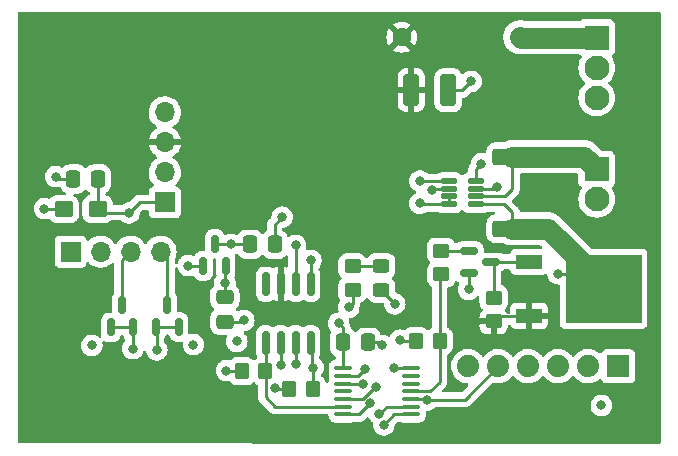
<source format=gbr>
%TF.GenerationSoftware,KiCad,Pcbnew,6.0.11-2627ca5db0~126~ubuntu22.04.1*%
%TF.CreationDate,2023-03-02T17:30:21-05:00*%
%TF.ProjectId,lin-peltier-control,6c696e2d-7065-46c7-9469-65722d636f6e,1.0*%
%TF.SameCoordinates,Original*%
%TF.FileFunction,Copper,L1,Top*%
%TF.FilePolarity,Positive*%
%FSLAX46Y46*%
G04 Gerber Fmt 4.6, Leading zero omitted, Abs format (unit mm)*
G04 Created by KiCad (PCBNEW 6.0.11-2627ca5db0~126~ubuntu22.04.1) date 2023-03-02 17:30:21*
%MOMM*%
%LPD*%
G01*
G04 APERTURE LIST*
G04 Aperture macros list*
%AMRoundRect*
0 Rectangle with rounded corners*
0 $1 Rounding radius*
0 $2 $3 $4 $5 $6 $7 $8 $9 X,Y pos of 4 corners*
0 Add a 4 corners polygon primitive as box body*
4,1,4,$2,$3,$4,$5,$6,$7,$8,$9,$2,$3,0*
0 Add four circle primitives for the rounded corners*
1,1,$1+$1,$2,$3*
1,1,$1+$1,$4,$5*
1,1,$1+$1,$6,$7*
1,1,$1+$1,$8,$9*
0 Add four rect primitives between the rounded corners*
20,1,$1+$1,$2,$3,$4,$5,0*
20,1,$1+$1,$4,$5,$6,$7,0*
20,1,$1+$1,$6,$7,$8,$9,0*
20,1,$1+$1,$8,$9,$2,$3,0*%
G04 Aperture macros list end*
%TA.AperFunction,ComponentPad*%
%ADD10C,1.879600*%
%TD*%
%TA.AperFunction,ComponentPad*%
%ADD11R,1.879600X1.879600*%
%TD*%
%TA.AperFunction,SMDPad,CuDef*%
%ADD12R,2.200000X1.200000*%
%TD*%
%TA.AperFunction,SMDPad,CuDef*%
%ADD13R,6.400000X5.800000*%
%TD*%
%TA.AperFunction,SMDPad,CuDef*%
%ADD14RoundRect,0.125000X0.537500X0.125000X-0.537500X0.125000X-0.537500X-0.125000X0.537500X-0.125000X0*%
%TD*%
%TA.AperFunction,SMDPad,CuDef*%
%ADD15RoundRect,0.150000X0.150000X-0.587500X0.150000X0.587500X-0.150000X0.587500X-0.150000X-0.587500X0*%
%TD*%
%TA.AperFunction,ComponentPad*%
%ADD16O,1.700000X1.700000*%
%TD*%
%TA.AperFunction,ComponentPad*%
%ADD17R,1.700000X1.700000*%
%TD*%
%TA.AperFunction,SMDPad,CuDef*%
%ADD18RoundRect,0.249999X-1.425001X0.450001X-1.425001X-0.450001X1.425001X-0.450001X1.425001X0.450001X0*%
%TD*%
%TA.AperFunction,SMDPad,CuDef*%
%ADD19RoundRect,0.250000X0.337500X0.475000X-0.337500X0.475000X-0.337500X-0.475000X0.337500X-0.475000X0*%
%TD*%
%TA.AperFunction,SMDPad,CuDef*%
%ADD20RoundRect,0.250000X-0.475000X0.337500X-0.475000X-0.337500X0.475000X-0.337500X0.475000X0.337500X0*%
%TD*%
%TA.AperFunction,SMDPad,CuDef*%
%ADD21RoundRect,0.250000X0.537500X0.425000X-0.537500X0.425000X-0.537500X-0.425000X0.537500X-0.425000X0*%
%TD*%
%TA.AperFunction,SMDPad,CuDef*%
%ADD22RoundRect,0.250000X-0.337500X-0.475000X0.337500X-0.475000X0.337500X0.475000X-0.337500X0.475000X0*%
%TD*%
%TA.AperFunction,ComponentPad*%
%ADD23C,1.600000*%
%TD*%
%TA.AperFunction,SMDPad,CuDef*%
%ADD24RoundRect,0.250000X0.450000X-0.350000X0.450000X0.350000X-0.450000X0.350000X-0.450000X-0.350000X0*%
%TD*%
%TA.AperFunction,SMDPad,CuDef*%
%ADD25RoundRect,0.150000X0.150000X-0.825000X0.150000X0.825000X-0.150000X0.825000X-0.150000X-0.825000X0*%
%TD*%
%TA.AperFunction,SMDPad,CuDef*%
%ADD26RoundRect,0.100000X-0.637500X-0.100000X0.637500X-0.100000X0.637500X0.100000X-0.637500X0.100000X0*%
%TD*%
%TA.AperFunction,SMDPad,CuDef*%
%ADD27RoundRect,0.250000X-0.412500X-1.100000X0.412500X-1.100000X0.412500X1.100000X-0.412500X1.100000X0*%
%TD*%
%TA.AperFunction,SMDPad,CuDef*%
%ADD28RoundRect,0.250000X-0.350000X-0.450000X0.350000X-0.450000X0.350000X0.450000X-0.350000X0.450000X0*%
%TD*%
%TA.AperFunction,ComponentPad*%
%ADD29R,2.100000X2.100000*%
%TD*%
%TA.AperFunction,ComponentPad*%
%ADD30C,2.100000*%
%TD*%
%TA.AperFunction,SMDPad,CuDef*%
%ADD31RoundRect,0.250000X0.450000X-0.325000X0.450000X0.325000X-0.450000X0.325000X-0.450000X-0.325000X0*%
%TD*%
%TA.AperFunction,SMDPad,CuDef*%
%ADD32RoundRect,0.150000X-0.587500X-0.150000X0.587500X-0.150000X0.587500X0.150000X-0.587500X0.150000X0*%
%TD*%
%TA.AperFunction,ViaPad*%
%ADD33C,0.800000*%
%TD*%
%TA.AperFunction,Conductor*%
%ADD34C,0.250000*%
%TD*%
%TA.AperFunction,Conductor*%
%ADD35C,1.800000*%
%TD*%
G04 APERTURE END LIST*
D10*
%TO.P,J1,6,RTS*%
%TO.N,unconnected-(J1-Pad6)*%
X213820000Y-91800000D03*
%TO.P,J1,5,RXD*%
%TO.N,UPDI*%
X216360000Y-91800000D03*
%TO.P,J1,4,TXD*%
%TO.N,Net-(J1-Pad4)*%
X218900000Y-91800000D03*
%TO.P,J1,3,VCC*%
%TO.N,Net-(J1-Pad3)*%
X221440000Y-91800000D03*
%TO.P,J1,2,CTS*%
%TO.N,unconnected-(J1-Pad2)*%
X223980000Y-91800000D03*
D11*
%TO.P,J1,1,GND*%
%TO.N,GND*%
X226520000Y-91800000D03*
%TD*%
D12*
%TO.P,Q4,1,G*%
%TO.N,Net-(Q3-Pad3)*%
X218975000Y-82970000D03*
D13*
%TO.P,Q4,2,D*%
%TO.N,Net-(D4-Pad3)*%
X225275000Y-85250000D03*
D12*
%TO.P,Q4,3,S*%
%TO.N,+12V*%
X218975000Y-87530000D03*
%TD*%
D14*
%TO.P,U5,1,IN+*%
%TO.N,Net-(D4-Pad3)*%
X214460000Y-78080000D03*
%TO.P,U5,2,IN-*%
%TO.N,PELTIER+*%
X214460000Y-77430000D03*
%TO.P,U5,3,GND*%
%TO.N,GND*%
X214460000Y-76780000D03*
%TO.P,U5,4,VS*%
%TO.N,+3V3*%
X214460000Y-76130000D03*
%TO.P,U5,5,SCL*%
%TO.N,SCL*%
X212185000Y-76130000D03*
%TO.P,U5,6,SDA*%
%TO.N,SDA*%
X212185000Y-76780000D03*
%TO.P,U5,7,A0*%
%TO.N,SCL*%
X212185000Y-77430000D03*
%TO.P,U5,8,A1*%
X212185000Y-78080000D03*
%TD*%
D15*
%TO.P,U4,1,GND*%
%TO.N,GND*%
X191400000Y-83305000D03*
%TO.P,U4,2,VO*%
%TO.N,+3V3*%
X193300000Y-83305000D03*
%TO.P,U4,3,VI*%
%TO.N,+5V*%
X192350000Y-81430000D03*
%TD*%
D16*
%TO.P,U3,4,EN*%
%TO.N,unconnected-(U3-Pad4)*%
X188132300Y-70302600D03*
%TO.P,U3,3,Vin*%
%TO.N,+12V*%
X188132300Y-72842600D03*
%TO.P,U3,2,GND*%
%TO.N,GND*%
X188132300Y-75382600D03*
D17*
%TO.P,U3,1,Vout*%
%TO.N,+5V*%
X188132300Y-77922600D03*
%TD*%
D18*
%TO.P,R11,1*%
%TO.N,PELTIER+*%
X217540000Y-74060000D03*
%TO.P,R11,2*%
%TO.N,Net-(D4-Pad3)*%
X217540000Y-80160000D03*
%TD*%
D19*
%TO.P,C7,1*%
%TO.N,+5V*%
X182460000Y-75950000D03*
%TO.P,C7,2*%
%TO.N,GND*%
X180385000Y-75950000D03*
%TD*%
D20*
%TO.P,C6,1*%
%TO.N,+3V3*%
X193220000Y-85960000D03*
%TO.P,C6,2*%
%TO.N,GND*%
X193220000Y-88035000D03*
%TD*%
D21*
%TO.P,C5,1*%
%TO.N,+5V*%
X182445000Y-78520000D03*
%TO.P,C5,2*%
%TO.N,GND*%
X179570000Y-78520000D03*
%TD*%
D22*
%TO.P,C3,1*%
%TO.N,+5V*%
X195350000Y-81480000D03*
%TO.P,C3,2*%
%TO.N,GND*%
X197425000Y-81480000D03*
%TD*%
D23*
%TO.P,F1,1*%
%TO.N,+BATT*%
X218200000Y-63950000D03*
%TO.P,F1,2*%
%TO.N,+12V*%
X208200000Y-63950000D03*
%TD*%
D24*
%TO.P,R21,1*%
%TO.N,+12V*%
X215980000Y-88010000D03*
%TO.P,R21,2*%
%TO.N,Net-(Q3-Pad3)*%
X215980000Y-86010000D03*
%TD*%
D17*
%TO.P,J2,1,Pin_1*%
%TO.N,GND*%
X180150000Y-82100000D03*
D16*
%TO.P,J2,2,Pin_2*%
%TO.N,+5V*%
X182690000Y-82100000D03*
%TO.P,J2,3,Pin_3*%
%TO.N,SDA5V*%
X185230000Y-82100000D03*
%TO.P,J2,4,Pin_4*%
%TO.N,SCL5V*%
X187770000Y-82100000D03*
%TD*%
D25*
%TO.P,U1,1,RXD*%
%TO.N,RXD*%
X196670000Y-89800000D03*
%TO.P,U1,2,~{SLP}*%
%TO.N,~{LIN_SLP}*%
X197940000Y-89800000D03*
%TO.P,U1,3,~{WAKE}*%
%TO.N,~{LIN_WAKE}*%
X199210000Y-89800000D03*
%TO.P,U1,4,TXD*%
%TO.N,TXD*%
X200480000Y-89800000D03*
%TO.P,U1,5,GND*%
%TO.N,GND*%
X200480000Y-84850000D03*
%TO.P,U1,6,LIN*%
%TO.N,LIN*%
X199210000Y-84850000D03*
%TO.P,U1,7,VBAT*%
%TO.N,+12V*%
X197940000Y-84850000D03*
%TO.P,U1,8,INH*%
%TO.N,unconnected-(U1-Pad8)*%
X196670000Y-84850000D03*
%TD*%
D15*
%TO.P,Q1,1,G*%
%TO.N,SCL*%
X187400000Y-88475000D03*
%TO.P,Q1,2,S*%
X189300000Y-88475000D03*
%TO.P,Q1,3,D*%
%TO.N,SCL5V*%
X188350000Y-86600000D03*
%TD*%
D26*
%TO.P,U2,1,VCC*%
%TO.N,+3V3*%
X203237500Y-91975000D03*
%TO.P,U2,2,PA4*%
%TO.N,~{LIN_SLP}*%
X203237500Y-92625000D03*
%TO.P,U2,3,PA5*%
%TO.N,~{LIN_WAKE}*%
X203237500Y-93275000D03*
%TO.P,U2,4,PA6*%
%TO.N,unconnected-(U2-Pad4)*%
X203237500Y-93925000D03*
%TO.P,U2,5,PA7*%
%TO.N,Net-(R5-Pad1)*%
X203237500Y-94575000D03*
%TO.P,U2,6,PB3*%
%TO.N,RXD*%
X203237500Y-95225000D03*
%TO.P,U2,7,PB2*%
%TO.N,TXD*%
X203237500Y-95875000D03*
%TO.P,U2,8,PB1*%
%TO.N,SDA*%
X208962500Y-95875000D03*
%TO.P,U2,9,PB0*%
%TO.N,SCL*%
X208962500Y-95225000D03*
%TO.P,U2,10,~{RESET}/PA0*%
%TO.N,UPDI*%
X208962500Y-94575000D03*
%TO.P,U2,11,PA1*%
%TO.N,PELTIER_EN*%
X208962500Y-93925000D03*
%TO.P,U2,12,PA2*%
%TO.N,unconnected-(U2-Pad12)*%
X208962500Y-93275000D03*
%TO.P,U2,13,PA3*%
%TO.N,~{RESET}*%
X208962500Y-92625000D03*
%TO.P,U2,14,GND*%
%TO.N,GND*%
X208962500Y-91975000D03*
%TD*%
D27*
%TO.P,C4,1*%
%TO.N,+12V*%
X209007500Y-68440000D03*
%TO.P,C4,2*%
%TO.N,GND*%
X212132500Y-68440000D03*
%TD*%
D28*
%TO.P,R1,1*%
%TO.N,+3V3*%
X194650000Y-92220000D03*
%TO.P,R1,2*%
%TO.N,RXD*%
X196650000Y-92220000D03*
%TD*%
D19*
%TO.P,C1,1*%
%TO.N,GND*%
X205300000Y-89775000D03*
%TO.P,C1,2*%
%TO.N,+3V3*%
X203225000Y-89775000D03*
%TD*%
D24*
%TO.P,R5,1*%
%TO.N,Net-(R5-Pad1)*%
X204025000Y-85350000D03*
%TO.P,R5,2*%
%TO.N,Net-(D1-Pad2)*%
X204025000Y-83350000D03*
%TD*%
D28*
%TO.P,R19,1*%
%TO.N,+3V3*%
X209400000Y-89675000D03*
%TO.P,R19,2*%
%TO.N,PELTIER_EN*%
X211400000Y-89675000D03*
%TD*%
D29*
%TO.P,J4,1,Pin_1*%
%TO.N,PELTIER+*%
X224700000Y-75125000D03*
D30*
%TO.P,J4,2,Pin_2*%
%TO.N,GND*%
X224700000Y-77665000D03*
%TD*%
D31*
%TO.P,D1,1,K*%
%TO.N,GND*%
X206450000Y-85350000D03*
%TO.P,D1,2,A*%
%TO.N,Net-(D1-Pad2)*%
X206450000Y-83300000D03*
%TD*%
D32*
%TO.P,Q3,1,G*%
%TO.N,Net-(Q3-Pad1)*%
X213875000Y-82050000D03*
%TO.P,Q3,2,S*%
%TO.N,GND*%
X213875000Y-83950000D03*
%TO.P,Q3,3,D*%
%TO.N,Net-(Q3-Pad3)*%
X215750000Y-83000000D03*
%TD*%
D29*
%TO.P,J3,1,Pin_1*%
%TO.N,+BATT*%
X224700000Y-64000000D03*
D30*
%TO.P,J3,2,Pin_2*%
%TO.N,GND*%
X224700000Y-66540000D03*
%TO.P,J3,3,Pin_3*%
%TO.N,LIN*%
X224700000Y-69080000D03*
%TD*%
D24*
%TO.P,R20,1*%
%TO.N,PELTIER_EN*%
X211525000Y-84025000D03*
%TO.P,R20,2*%
%TO.N,Net-(Q3-Pad1)*%
X211525000Y-82025000D03*
%TD*%
D15*
%TO.P,Q2,1,G*%
%TO.N,SDA*%
X183550000Y-88525000D03*
%TO.P,Q2,2,S*%
X185450000Y-88525000D03*
%TO.P,Q2,3,D*%
%TO.N,SDA5V*%
X184500000Y-86650000D03*
%TD*%
D28*
%TO.P,R2,1*%
%TO.N,+3V3*%
X198675000Y-93775000D03*
%TO.P,R2,2*%
%TO.N,TXD*%
X200675000Y-93775000D03*
%TD*%
D33*
%TO.N,+3V3*%
X225090000Y-95120000D03*
%TO.N,UPDI*%
X210360000Y-94650000D03*
%TO.N,+12V*%
X218920000Y-89500000D03*
%TO.N,Net-(D4-Pad3)*%
X221430000Y-83970000D03*
%TO.N,GND*%
X198070000Y-79180000D03*
%TO.N,+5V*%
X193750000Y-81480000D03*
%TO.N,+3V3*%
X193220000Y-84730000D03*
%TO.N,GND*%
X190110000Y-83280000D03*
X194820000Y-87920000D03*
X178880000Y-75760000D03*
X177940000Y-78460000D03*
%TO.N,+5V*%
X185090000Y-78830000D03*
%TO.N,TXD*%
X200675000Y-91925000D03*
%TO.N,GND*%
X214070000Y-67690000D03*
%TO.N,SCL*%
X209730000Y-78010000D03*
%TO.N,SDA*%
X210710000Y-76854500D03*
%TO.N,SCL*%
X209730000Y-76120000D03*
%TO.N,+3V3*%
X214940000Y-74660000D03*
%TO.N,GND*%
X216280000Y-76660000D03*
X207550000Y-91950000D03*
X213850000Y-85300000D03*
X200500000Y-82850000D03*
X207600000Y-86525000D03*
X206500000Y-90050000D03*
%TO.N,LIN*%
X199200000Y-81575000D03*
%TO.N,TXD*%
X205540000Y-94940000D03*
%TO.N,~{LIN_SLP}*%
X197950000Y-91675000D03*
X205075000Y-92075000D03*
%TO.N,~{LIN_WAKE}*%
X204925000Y-93300000D03*
X199225000Y-91625000D03*
%TO.N,SDA*%
X206675000Y-96775000D03*
X185425000Y-90325000D03*
%TO.N,SCL*%
X206290576Y-95852382D03*
X187450000Y-90425000D03*
%TO.N,+3V3*%
X194225000Y-89700000D03*
X197475000Y-93675000D03*
X208025000Y-89600000D03*
X202850000Y-88175000D03*
X193350000Y-92170000D03*
X181950000Y-90050000D03*
X190550000Y-89975000D03*
%TO.N,Net-(R5-Pad1)*%
X206050000Y-93590000D03*
X203700000Y-86825000D03*
%TD*%
D34*
%TO.N,UPDI*%
X216360000Y-91800000D02*
X213510000Y-94650000D01*
X213510000Y-94650000D02*
X210360000Y-94650000D01*
X210360000Y-94650000D02*
X210285000Y-94575000D01*
X210285000Y-94575000D02*
X208962500Y-94575000D01*
%TO.N,Net-(D4-Pad3)*%
X225275000Y-85250000D02*
X223995000Y-83970000D01*
X223995000Y-83970000D02*
X221430000Y-83970000D01*
%TO.N,+12V*%
X215980000Y-88010000D02*
X216460000Y-87530000D01*
X216460000Y-87530000D02*
X218975000Y-87530000D01*
%TO.N,Net-(Q3-Pad3)*%
X215980000Y-86010000D02*
X215980000Y-83230000D01*
X215980000Y-83230000D02*
X215750000Y-83000000D01*
%TO.N,GND*%
X197425000Y-79825000D02*
X198070000Y-79180000D01*
X197425000Y-81480000D02*
X197425000Y-79825000D01*
%TO.N,+5V*%
X195350000Y-81480000D02*
X192400000Y-81480000D01*
X192400000Y-81480000D02*
X192350000Y-81430000D01*
%TO.N,+3V3*%
X193220000Y-85960000D02*
X193220000Y-83385000D01*
X193220000Y-83385000D02*
X193300000Y-83305000D01*
%TO.N,GND*%
X190135000Y-83305000D02*
X190110000Y-83280000D01*
X191400000Y-83305000D02*
X190135000Y-83305000D01*
X194705000Y-88035000D02*
X194820000Y-87920000D01*
X193220000Y-88035000D02*
X194705000Y-88035000D01*
X179070000Y-75950000D02*
X178880000Y-75760000D01*
X180385000Y-75950000D02*
X179070000Y-75950000D01*
X178000000Y-78520000D02*
X177940000Y-78460000D01*
X179570000Y-78520000D02*
X178000000Y-78520000D01*
%TO.N,+5V*%
X182460000Y-75950000D02*
X182460000Y-78505000D01*
X182460000Y-78505000D02*
X182445000Y-78520000D01*
X185997400Y-77922600D02*
X185090000Y-78830000D01*
X188132300Y-77922600D02*
X185997400Y-77922600D01*
X185090000Y-78830000D02*
X182755000Y-78830000D01*
X182755000Y-78830000D02*
X182445000Y-78520000D01*
%TO.N,Net-(R5-Pad1)*%
X203237500Y-94575000D02*
X204879695Y-94575000D01*
X205239695Y-94215000D02*
X205275000Y-94215000D01*
X204879695Y-94575000D02*
X205239695Y-94215000D01*
X205900000Y-93590000D02*
X206050000Y-93590000D01*
X205275000Y-94215000D02*
X205900000Y-93590000D01*
%TO.N,TXD*%
X205540000Y-94940000D02*
X204605000Y-95875000D01*
X204605000Y-95875000D02*
X203262500Y-95875000D01*
%TO.N,GND*%
X213320000Y-68440000D02*
X214070000Y-67690000D01*
X212132500Y-68440000D02*
X213320000Y-68440000D01*
%TO.N,SCL*%
X212185000Y-78080000D02*
X209800000Y-78080000D01*
X209800000Y-78080000D02*
X209730000Y-78010000D01*
X212185000Y-77430000D02*
X212185000Y-78080000D01*
%TO.N,SDA*%
X210784500Y-76780000D02*
X210710000Y-76854500D01*
X212185000Y-76780000D02*
X210784500Y-76780000D01*
%TO.N,SCL*%
X209740000Y-76130000D02*
X209730000Y-76120000D01*
X212185000Y-76130000D02*
X209740000Y-76130000D01*
%TO.N,+3V3*%
X214460000Y-75140000D02*
X214940000Y-74660000D01*
X214460000Y-76130000D02*
X214460000Y-75140000D01*
%TO.N,GND*%
X216160000Y-76780000D02*
X216280000Y-76660000D01*
X214460000Y-76780000D02*
X216160000Y-76780000D01*
%TO.N,PELTIER+*%
X214460000Y-77430000D02*
X216940000Y-77430000D01*
X216940000Y-77430000D02*
X217540000Y-76830000D01*
X217540000Y-76830000D02*
X217540000Y-74060000D01*
%TO.N,Net-(D4-Pad3)*%
X214460000Y-78080000D02*
X216860000Y-78080000D01*
X216860000Y-78080000D02*
X217540000Y-78760000D01*
X217540000Y-78760000D02*
X217540000Y-80160000D01*
X225275000Y-85250000D02*
X225275000Y-84875000D01*
D35*
X225275000Y-84875000D02*
X220560000Y-80160000D01*
X220560000Y-80160000D02*
X217540000Y-80160000D01*
%TO.N,PELTIER+*%
X217540000Y-74060000D02*
X223635000Y-74060000D01*
X223635000Y-74060000D02*
X224700000Y-75125000D01*
D34*
%TO.N,GND*%
X208987500Y-91975000D02*
X207575000Y-91975000D01*
X213875000Y-83950000D02*
X213875000Y-85275000D01*
X200480000Y-84850000D02*
X200480000Y-82870000D01*
X206225000Y-89775000D02*
X205300000Y-89775000D01*
X207575000Y-91975000D02*
X207550000Y-91950000D01*
X213875000Y-85275000D02*
X213850000Y-85300000D01*
X206500000Y-90050000D02*
X206225000Y-89775000D01*
X206450000Y-85350000D02*
X206450000Y-85375000D01*
X200480000Y-82870000D02*
X200500000Y-82850000D01*
X206450000Y-85375000D02*
X207600000Y-86525000D01*
%TO.N,LIN*%
X199210000Y-84850000D02*
X199210000Y-81585000D01*
X199210000Y-81585000D02*
X199200000Y-81575000D01*
%TO.N,TXD*%
X200550000Y-91800000D02*
X200550000Y-89870000D01*
X200675000Y-91925000D02*
X200675000Y-93775000D01*
X200550000Y-91800000D02*
X200675000Y-91925000D01*
X200550000Y-89870000D02*
X200480000Y-89800000D01*
%TO.N,RXD*%
X196670000Y-93130000D02*
X196670000Y-89800000D01*
X197450000Y-95225000D02*
X196670000Y-94445000D01*
X203262500Y-95225000D02*
X197450000Y-95225000D01*
X196670000Y-94445000D02*
X196670000Y-93130000D01*
%TO.N,~{LIN_SLP}*%
X197950000Y-91675000D02*
X197940000Y-91665000D01*
X197940000Y-91665000D02*
X197940000Y-89800000D01*
X203262500Y-92625000D02*
X204525000Y-92625000D01*
X204525000Y-92625000D02*
X205075000Y-92075000D01*
X205075000Y-92075000D02*
X205325305Y-92075000D01*
%TO.N,~{LIN_WAKE}*%
X199225000Y-91625000D02*
X199225000Y-89815000D01*
X203237500Y-93275000D02*
X204900000Y-93275000D01*
X199225000Y-89815000D02*
X199210000Y-89800000D01*
X204900000Y-93275000D02*
X204925000Y-93300000D01*
%TO.N,UPDI*%
X216400000Y-91840000D02*
X216360000Y-91800000D01*
%TO.N,+BATT*%
X218275000Y-64000000D02*
X218150000Y-63875000D01*
D35*
X218200000Y-63950000D02*
X218200000Y-63925000D01*
X218250000Y-64000000D02*
X218200000Y-63950000D01*
X224700000Y-64000000D02*
X218250000Y-64000000D01*
D34*
X218275000Y-64000000D02*
X218200000Y-63925000D01*
%TO.N,SDA*%
X185425000Y-88550000D02*
X185450000Y-88525000D01*
X208987500Y-95875000D02*
X207575000Y-95875000D01*
X207575000Y-95875000D02*
X206675000Y-96775000D01*
X185450000Y-88525000D02*
X183550000Y-88525000D01*
X185425000Y-90325000D02*
X185425000Y-88550000D01*
%TO.N,SCL*%
X187450000Y-88525000D02*
X187400000Y-88475000D01*
X187400000Y-88475000D02*
X189300000Y-88475000D01*
X208987500Y-95225000D02*
X206917958Y-95225000D01*
X206917958Y-95225000D02*
X206290576Y-95852382D01*
X187450000Y-90425000D02*
X187450000Y-88525000D01*
%TO.N,+3V3*%
X198675000Y-93775000D02*
X197575000Y-93775000D01*
X203225000Y-89775000D02*
X203225000Y-91937500D01*
X193400000Y-92220000D02*
X193350000Y-92170000D01*
X203225000Y-89775000D02*
X203225000Y-88550000D01*
X203225000Y-91937500D02*
X203262500Y-91975000D01*
X203225000Y-88550000D02*
X202850000Y-88175000D01*
X197575000Y-93775000D02*
X197475000Y-93675000D01*
X208100000Y-89675000D02*
X208025000Y-89600000D01*
X194650000Y-92220000D02*
X193400000Y-92220000D01*
X209400000Y-89675000D02*
X208100000Y-89675000D01*
%TO.N,SCL5V*%
X188350000Y-86600000D02*
X188350000Y-82680000D01*
X188350000Y-82680000D02*
X187770000Y-82100000D01*
%TO.N,SDA5V*%
X184500000Y-82830000D02*
X185230000Y-82100000D01*
X184500000Y-86650000D02*
X184500000Y-82830000D01*
%TO.N,Net-(R5-Pad1)*%
X204025000Y-86500000D02*
X203700000Y-86825000D01*
X204025000Y-85350000D02*
X204025000Y-86500000D01*
%TO.N,Net-(D1-Pad2)*%
X204025000Y-83350000D02*
X206400000Y-83350000D01*
X206400000Y-83350000D02*
X206450000Y-83300000D01*
%TO.N,Net-(Q3-Pad1)*%
X213850000Y-82025000D02*
X213875000Y-82050000D01*
X211525000Y-82025000D02*
X213850000Y-82025000D01*
%TO.N,Net-(Q3-Pad3)*%
X215780000Y-82970000D02*
X218975000Y-82970000D01*
X215750000Y-83000000D02*
X215780000Y-82970000D01*
%TO.N,PELTIER_EN*%
X211400000Y-84150000D02*
X211525000Y-84025000D01*
X211400000Y-89675000D02*
X211400000Y-84150000D01*
X211425000Y-93100000D02*
X211425000Y-89700000D01*
X211425000Y-89700000D02*
X211400000Y-89675000D01*
X210600000Y-93925000D02*
X211425000Y-93100000D01*
X208962500Y-93925000D02*
X210600000Y-93925000D01*
%TD*%
%TA.AperFunction,Conductor*%
%TO.N,+12V*%
G36*
X230043621Y-61818502D02*
G01*
X230090114Y-61872158D01*
X230101500Y-61924500D01*
X230101500Y-98235028D01*
X230081498Y-98303149D01*
X230027842Y-98349642D01*
X229975409Y-98361028D01*
X215532331Y-98350613D01*
X175794408Y-98321958D01*
X175726303Y-98301907D01*
X175679849Y-98248218D01*
X175668500Y-98195958D01*
X175668500Y-92170000D01*
X192436496Y-92170000D01*
X192437186Y-92176565D01*
X192452511Y-92322370D01*
X192456458Y-92359928D01*
X192515473Y-92541556D01*
X192518776Y-92547278D01*
X192518777Y-92547279D01*
X192539689Y-92583500D01*
X192610960Y-92706944D01*
X192615378Y-92711851D01*
X192615379Y-92711852D01*
X192729249Y-92838317D01*
X192738747Y-92848866D01*
X192893248Y-92961118D01*
X192899276Y-92963802D01*
X192899278Y-92963803D01*
X193035245Y-93024339D01*
X193067712Y-93038794D01*
X193150951Y-93056487D01*
X193248056Y-93077128D01*
X193248061Y-93077128D01*
X193254513Y-93078500D01*
X193445487Y-93078500D01*
X193451939Y-93077128D01*
X193451944Y-93077128D01*
X193549049Y-93056487D01*
X193619840Y-93061889D01*
X193676472Y-93104706D01*
X193682389Y-93113429D01*
X193701522Y-93144348D01*
X193826697Y-93269305D01*
X193832927Y-93273145D01*
X193832928Y-93273146D01*
X193970090Y-93357694D01*
X193977262Y-93362115D01*
X194012531Y-93373813D01*
X194138611Y-93415632D01*
X194138613Y-93415632D01*
X194145139Y-93417797D01*
X194151975Y-93418497D01*
X194151978Y-93418498D01*
X194195031Y-93422909D01*
X194249600Y-93428500D01*
X195050400Y-93428500D01*
X195053646Y-93428163D01*
X195053650Y-93428163D01*
X195149308Y-93418238D01*
X195149312Y-93418237D01*
X195156166Y-93417526D01*
X195162702Y-93415345D01*
X195162704Y-93415345D01*
X195294806Y-93371272D01*
X195323946Y-93361550D01*
X195474348Y-93268478D01*
X195560784Y-93181891D01*
X195623066Y-93147812D01*
X195693886Y-93152815D01*
X195738975Y-93181736D01*
X195802997Y-93245646D01*
X195826697Y-93269305D01*
X195832927Y-93273145D01*
X195832928Y-93273146D01*
X195976616Y-93361717D01*
X196024109Y-93414490D01*
X196036500Y-93468977D01*
X196036500Y-94366233D01*
X196035973Y-94377416D01*
X196034298Y-94384909D01*
X196034547Y-94392835D01*
X196034547Y-94392836D01*
X196036438Y-94452986D01*
X196036500Y-94456945D01*
X196036500Y-94484856D01*
X196036997Y-94488790D01*
X196036997Y-94488791D01*
X196037005Y-94488856D01*
X196037938Y-94500693D01*
X196039327Y-94544889D01*
X196044978Y-94564339D01*
X196048987Y-94583700D01*
X196050330Y-94594327D01*
X196051526Y-94603797D01*
X196054445Y-94611168D01*
X196054445Y-94611170D01*
X196067804Y-94644912D01*
X196071649Y-94656142D01*
X196083982Y-94698593D01*
X196088015Y-94705412D01*
X196088017Y-94705417D01*
X196094293Y-94716028D01*
X196102988Y-94733776D01*
X196110448Y-94752617D01*
X196115110Y-94759033D01*
X196115110Y-94759034D01*
X196136436Y-94788387D01*
X196142952Y-94798307D01*
X196165458Y-94836362D01*
X196179779Y-94850683D01*
X196192619Y-94865716D01*
X196204528Y-94882107D01*
X196210634Y-94887158D01*
X196238605Y-94910298D01*
X196247384Y-94918288D01*
X196946343Y-95617247D01*
X196953887Y-95625537D01*
X196958000Y-95632018D01*
X196963777Y-95637443D01*
X197007667Y-95678658D01*
X197010509Y-95681413D01*
X197030231Y-95701135D01*
X197033355Y-95703558D01*
X197033359Y-95703562D01*
X197033424Y-95703612D01*
X197042445Y-95711317D01*
X197074679Y-95741586D01*
X197081627Y-95745405D01*
X197081629Y-95745407D01*
X197092432Y-95751346D01*
X197108959Y-95762202D01*
X197118698Y-95769757D01*
X197118700Y-95769758D01*
X197124960Y-95774614D01*
X197165540Y-95792174D01*
X197176188Y-95797391D01*
X197214940Y-95818695D01*
X197222616Y-95820666D01*
X197222619Y-95820667D01*
X197234562Y-95823733D01*
X197253267Y-95830137D01*
X197271855Y-95838181D01*
X197279678Y-95839420D01*
X197279688Y-95839423D01*
X197315524Y-95845099D01*
X197327144Y-95847505D01*
X197362289Y-95856528D01*
X197369970Y-95858500D01*
X197390224Y-95858500D01*
X197409934Y-95860051D01*
X197429943Y-95863220D01*
X197437835Y-95862474D01*
X197473961Y-95859059D01*
X197485819Y-95858500D01*
X201865501Y-95858500D01*
X201933622Y-95878502D01*
X201980115Y-95932158D01*
X201991501Y-95984499D01*
X201991501Y-96014884D01*
X202007162Y-96133850D01*
X202068476Y-96281876D01*
X202073502Y-96288426D01*
X202160985Y-96402434D01*
X202166013Y-96408987D01*
X202172563Y-96414013D01*
X202172566Y-96414016D01*
X202220383Y-96450707D01*
X202293125Y-96506524D01*
X202441150Y-96567838D01*
X202449338Y-96568916D01*
X202556021Y-96582961D01*
X202560115Y-96583500D01*
X203237417Y-96583500D01*
X203914884Y-96583499D01*
X203918969Y-96582961D01*
X203918973Y-96582961D01*
X204025663Y-96568916D01*
X204025665Y-96568916D01*
X204033850Y-96567838D01*
X204153950Y-96518091D01*
X204202168Y-96508500D01*
X204526233Y-96508500D01*
X204537416Y-96509027D01*
X204544909Y-96510702D01*
X204552835Y-96510453D01*
X204552836Y-96510453D01*
X204612986Y-96508562D01*
X204616945Y-96508500D01*
X204644856Y-96508500D01*
X204648791Y-96508003D01*
X204648856Y-96507995D01*
X204660693Y-96507062D01*
X204692951Y-96506048D01*
X204696970Y-96505922D01*
X204704889Y-96505673D01*
X204724343Y-96500021D01*
X204743700Y-96496013D01*
X204755930Y-96494468D01*
X204755931Y-96494468D01*
X204763797Y-96493474D01*
X204771168Y-96490555D01*
X204771170Y-96490555D01*
X204804912Y-96477196D01*
X204816142Y-96473351D01*
X204850983Y-96463229D01*
X204850984Y-96463229D01*
X204858593Y-96461018D01*
X204865412Y-96456985D01*
X204865417Y-96456983D01*
X204876028Y-96450707D01*
X204893776Y-96442012D01*
X204912617Y-96434552D01*
X204948387Y-96408564D01*
X204958307Y-96402048D01*
X204989535Y-96383580D01*
X204989538Y-96383578D01*
X204996362Y-96379542D01*
X205010683Y-96365221D01*
X205025717Y-96352380D01*
X205035694Y-96345131D01*
X205042107Y-96340472D01*
X205070298Y-96306395D01*
X205078288Y-96297616D01*
X205236086Y-96139818D01*
X205298398Y-96105792D01*
X205369213Y-96110857D01*
X205426049Y-96153404D01*
X205445014Y-96189976D01*
X205456049Y-96223938D01*
X205551536Y-96389326D01*
X205555954Y-96394233D01*
X205555955Y-96394234D01*
X205616088Y-96461018D01*
X205679323Y-96531248D01*
X205684664Y-96535128D01*
X205684669Y-96535133D01*
X205720616Y-96561250D01*
X205763969Y-96617472D01*
X205771864Y-96676356D01*
X205761496Y-96775000D01*
X205781458Y-96964928D01*
X205840473Y-97146556D01*
X205935960Y-97311944D01*
X206063747Y-97453866D01*
X206218248Y-97566118D01*
X206224276Y-97568802D01*
X206224278Y-97568803D01*
X206386681Y-97641109D01*
X206392712Y-97643794D01*
X206486113Y-97663647D01*
X206573056Y-97682128D01*
X206573061Y-97682128D01*
X206579513Y-97683500D01*
X206770487Y-97683500D01*
X206776939Y-97682128D01*
X206776944Y-97682128D01*
X206863887Y-97663647D01*
X206957288Y-97643794D01*
X206963319Y-97641109D01*
X207125722Y-97568803D01*
X207125724Y-97568802D01*
X207131752Y-97566118D01*
X207286253Y-97453866D01*
X207414040Y-97311944D01*
X207509527Y-97146556D01*
X207568542Y-96964928D01*
X207585907Y-96799706D01*
X207612920Y-96734050D01*
X207622122Y-96723782D01*
X207800499Y-96545405D01*
X207862811Y-96511379D01*
X207889594Y-96508500D01*
X207997832Y-96508500D01*
X208046050Y-96518091D01*
X208166150Y-96567838D01*
X208174338Y-96568916D01*
X208281021Y-96582961D01*
X208285115Y-96583500D01*
X208962417Y-96583500D01*
X209639884Y-96583499D01*
X209643969Y-96582961D01*
X209643973Y-96582961D01*
X209750663Y-96568916D01*
X209750665Y-96568916D01*
X209758850Y-96567838D01*
X209878951Y-96518091D01*
X209899248Y-96509684D01*
X209899250Y-96509683D01*
X209906876Y-96506524D01*
X209913430Y-96501495D01*
X210027436Y-96414014D01*
X210027437Y-96414013D01*
X210033987Y-96408987D01*
X210039014Y-96402436D01*
X210039016Y-96402434D01*
X210119445Y-96297616D01*
X210131524Y-96281875D01*
X210192838Y-96133850D01*
X210208500Y-96014885D01*
X210208499Y-95735116D01*
X210204352Y-95703612D01*
X210204001Y-95700944D01*
X210214941Y-95630795D01*
X210262071Y-95577698D01*
X210328923Y-95558500D01*
X210455487Y-95558500D01*
X210461939Y-95557128D01*
X210461944Y-95557128D01*
X210549781Y-95538457D01*
X210642288Y-95518794D01*
X210703466Y-95491556D01*
X210810722Y-95443803D01*
X210810724Y-95443802D01*
X210816752Y-95441118D01*
X210971253Y-95328866D01*
X210975668Y-95323963D01*
X210980580Y-95319540D01*
X210981705Y-95320789D01*
X211035014Y-95287949D01*
X211068200Y-95283500D01*
X213431233Y-95283500D01*
X213442416Y-95284027D01*
X213449909Y-95285702D01*
X213457835Y-95285453D01*
X213457836Y-95285453D01*
X213517986Y-95283562D01*
X213521945Y-95283500D01*
X213549856Y-95283500D01*
X213553791Y-95283003D01*
X213553856Y-95282995D01*
X213565693Y-95282062D01*
X213597951Y-95281048D01*
X213601970Y-95280922D01*
X213609889Y-95280673D01*
X213629343Y-95275021D01*
X213648700Y-95271013D01*
X213660930Y-95269468D01*
X213660931Y-95269468D01*
X213668797Y-95268474D01*
X213676168Y-95265555D01*
X213676170Y-95265555D01*
X213709912Y-95252196D01*
X213721142Y-95248351D01*
X213755983Y-95238229D01*
X213755984Y-95238229D01*
X213763593Y-95236018D01*
X213770412Y-95231985D01*
X213770417Y-95231983D01*
X213781028Y-95225707D01*
X213798776Y-95217012D01*
X213817617Y-95209552D01*
X213853387Y-95183564D01*
X213863307Y-95177048D01*
X213894535Y-95158580D01*
X213894538Y-95158578D01*
X213901362Y-95154542D01*
X213915683Y-95140221D01*
X213930717Y-95127380D01*
X213940694Y-95120131D01*
X213940874Y-95120000D01*
X224176496Y-95120000D01*
X224177186Y-95126565D01*
X224193886Y-95285453D01*
X224196458Y-95309928D01*
X224255473Y-95491556D01*
X224350960Y-95656944D01*
X224355378Y-95661851D01*
X224355379Y-95661852D01*
X224452537Y-95769757D01*
X224478747Y-95798866D01*
X224633248Y-95911118D01*
X224639276Y-95913802D01*
X224639278Y-95913803D01*
X224798067Y-95984500D01*
X224807712Y-95988794D01*
X224901112Y-96008647D01*
X224988056Y-96027128D01*
X224988061Y-96027128D01*
X224994513Y-96028500D01*
X225185487Y-96028500D01*
X225191939Y-96027128D01*
X225191944Y-96027128D01*
X225278887Y-96008647D01*
X225372288Y-95988794D01*
X225381933Y-95984500D01*
X225540722Y-95913803D01*
X225540724Y-95913802D01*
X225546752Y-95911118D01*
X225701253Y-95798866D01*
X225727463Y-95769757D01*
X225824621Y-95661852D01*
X225824622Y-95661851D01*
X225829040Y-95656944D01*
X225924527Y-95491556D01*
X225983542Y-95309928D01*
X225986115Y-95285453D01*
X226002814Y-95126565D01*
X226003504Y-95120000D01*
X226002386Y-95109366D01*
X225984232Y-94936635D01*
X225984232Y-94936633D01*
X225983542Y-94930072D01*
X225924527Y-94748444D01*
X225829040Y-94583056D01*
X225740621Y-94484856D01*
X225705675Y-94446045D01*
X225705674Y-94446044D01*
X225701253Y-94441134D01*
X225546752Y-94328882D01*
X225540724Y-94326198D01*
X225540722Y-94326197D01*
X225378319Y-94253891D01*
X225378318Y-94253891D01*
X225372288Y-94251206D01*
X225278888Y-94231353D01*
X225191944Y-94212872D01*
X225191939Y-94212872D01*
X225185487Y-94211500D01*
X224994513Y-94211500D01*
X224988061Y-94212872D01*
X224988056Y-94212872D01*
X224901112Y-94231353D01*
X224807712Y-94251206D01*
X224801682Y-94253891D01*
X224801681Y-94253891D01*
X224639278Y-94326197D01*
X224639276Y-94326198D01*
X224633248Y-94328882D01*
X224478747Y-94441134D01*
X224474326Y-94446044D01*
X224474325Y-94446045D01*
X224439380Y-94484856D01*
X224350960Y-94583056D01*
X224255473Y-94748444D01*
X224196458Y-94930072D01*
X224195768Y-94936633D01*
X224195768Y-94936635D01*
X224177614Y-95109366D01*
X224176496Y-95120000D01*
X213940874Y-95120000D01*
X213947107Y-95115472D01*
X213975298Y-95081395D01*
X213983288Y-95072616D01*
X215829203Y-93226701D01*
X215891515Y-93192675D01*
X215952474Y-93194766D01*
X215954552Y-93195560D01*
X216187928Y-93243041D01*
X216321284Y-93247931D01*
X216420760Y-93251579D01*
X216420764Y-93251579D01*
X216425924Y-93251768D01*
X216431044Y-93251112D01*
X216431046Y-93251112D01*
X216657023Y-93222164D01*
X216657024Y-93222164D01*
X216662151Y-93221507D01*
X216667101Y-93220022D01*
X216885316Y-93154554D01*
X216885317Y-93154553D01*
X216890262Y-93153070D01*
X217104133Y-93048295D01*
X217108336Y-93045297D01*
X217108341Y-93045294D01*
X217293816Y-92912996D01*
X217293818Y-92912994D01*
X217298020Y-92909997D01*
X217466716Y-92741889D01*
X217524979Y-92660807D01*
X217580972Y-92617160D01*
X217651676Y-92610714D01*
X217714640Y-92643516D01*
X217726582Y-92657176D01*
X217727274Y-92658306D01*
X217883204Y-92838317D01*
X218066442Y-92990444D01*
X218070894Y-92993046D01*
X218070899Y-92993049D01*
X218214783Y-93077128D01*
X218272065Y-93110601D01*
X218494552Y-93195560D01*
X218499618Y-93196591D01*
X218499619Y-93196591D01*
X218549390Y-93206717D01*
X218727928Y-93243041D01*
X218861284Y-93247931D01*
X218960760Y-93251579D01*
X218960764Y-93251579D01*
X218965924Y-93251768D01*
X218971044Y-93251112D01*
X218971046Y-93251112D01*
X219197023Y-93222164D01*
X219197024Y-93222164D01*
X219202151Y-93221507D01*
X219207101Y-93220022D01*
X219425316Y-93154554D01*
X219425317Y-93154553D01*
X219430262Y-93153070D01*
X219644133Y-93048295D01*
X219648336Y-93045297D01*
X219648341Y-93045294D01*
X219833816Y-92912996D01*
X219833818Y-92912994D01*
X219838020Y-92909997D01*
X220006716Y-92741889D01*
X220064979Y-92660807D01*
X220120972Y-92617160D01*
X220191676Y-92610714D01*
X220254640Y-92643516D01*
X220266582Y-92657176D01*
X220267274Y-92658306D01*
X220423204Y-92838317D01*
X220606442Y-92990444D01*
X220610894Y-92993046D01*
X220610899Y-92993049D01*
X220754783Y-93077128D01*
X220812065Y-93110601D01*
X221034552Y-93195560D01*
X221039618Y-93196591D01*
X221039619Y-93196591D01*
X221089390Y-93206717D01*
X221267928Y-93243041D01*
X221401284Y-93247931D01*
X221500760Y-93251579D01*
X221500764Y-93251579D01*
X221505924Y-93251768D01*
X221511044Y-93251112D01*
X221511046Y-93251112D01*
X221737023Y-93222164D01*
X221737024Y-93222164D01*
X221742151Y-93221507D01*
X221747101Y-93220022D01*
X221965316Y-93154554D01*
X221965317Y-93154553D01*
X221970262Y-93153070D01*
X222184133Y-93048295D01*
X222188336Y-93045297D01*
X222188341Y-93045294D01*
X222373816Y-92912996D01*
X222373818Y-92912994D01*
X222378020Y-92909997D01*
X222546716Y-92741889D01*
X222604979Y-92660807D01*
X222660972Y-92617160D01*
X222731676Y-92610714D01*
X222794640Y-92643516D01*
X222806582Y-92657176D01*
X222807274Y-92658306D01*
X222963204Y-92838317D01*
X223146442Y-92990444D01*
X223150894Y-92993046D01*
X223150899Y-92993049D01*
X223294783Y-93077128D01*
X223352065Y-93110601D01*
X223574552Y-93195560D01*
X223579618Y-93196591D01*
X223579619Y-93196591D01*
X223629390Y-93206717D01*
X223807928Y-93243041D01*
X223941284Y-93247931D01*
X224040760Y-93251579D01*
X224040764Y-93251579D01*
X224045924Y-93251768D01*
X224051044Y-93251112D01*
X224051046Y-93251112D01*
X224277023Y-93222164D01*
X224277024Y-93222164D01*
X224282151Y-93221507D01*
X224287101Y-93220022D01*
X224505316Y-93154554D01*
X224505317Y-93154553D01*
X224510262Y-93153070D01*
X224724133Y-93048295D01*
X224728336Y-93045297D01*
X224728341Y-93045294D01*
X224913810Y-92913000D01*
X224918020Y-92909997D01*
X224920601Y-92907425D01*
X224985135Y-92878913D01*
X225055278Y-92889886D01*
X225108355Y-92937039D01*
X225119502Y-92959610D01*
X225129585Y-92986505D01*
X225216939Y-93103061D01*
X225333495Y-93190415D01*
X225469884Y-93241545D01*
X225532066Y-93248300D01*
X227507934Y-93248300D01*
X227570116Y-93241545D01*
X227706505Y-93190415D01*
X227823061Y-93103061D01*
X227910415Y-92986505D01*
X227961545Y-92850116D01*
X227968300Y-92787934D01*
X227968300Y-90812066D01*
X227961545Y-90749884D01*
X227910415Y-90613495D01*
X227823061Y-90496939D01*
X227706505Y-90409585D01*
X227570116Y-90358455D01*
X227507934Y-90351700D01*
X225532066Y-90351700D01*
X225469884Y-90358455D01*
X225333495Y-90409585D01*
X225216939Y-90496939D01*
X225129585Y-90613495D01*
X225126433Y-90621903D01*
X225118218Y-90643816D01*
X225075576Y-90700580D01*
X225009014Y-90725280D01*
X224939666Y-90710072D01*
X224922144Y-90698468D01*
X224788278Y-90592747D01*
X224788273Y-90592744D01*
X224784224Y-90589546D01*
X224779708Y-90587053D01*
X224779705Y-90587051D01*
X224580250Y-90476946D01*
X224580246Y-90476944D01*
X224575726Y-90474449D01*
X224570857Y-90472725D01*
X224570853Y-90472723D01*
X224356105Y-90396676D01*
X224356101Y-90396675D01*
X224351230Y-90394950D01*
X224346140Y-90394043D01*
X224346135Y-90394042D01*
X224218814Y-90371364D01*
X224116764Y-90353186D01*
X224025355Y-90352069D01*
X223883795Y-90350339D01*
X223883793Y-90350339D01*
X223878625Y-90350276D01*
X223643209Y-90386300D01*
X223416838Y-90460289D01*
X223357616Y-90491118D01*
X223244740Y-90549878D01*
X223205590Y-90570258D01*
X223201457Y-90573361D01*
X223201454Y-90573363D01*
X223019375Y-90710072D01*
X223015140Y-90713252D01*
X222992303Y-90737150D01*
X222865019Y-90870345D01*
X222850602Y-90885431D01*
X222816936Y-90934784D01*
X222815186Y-90937349D01*
X222760274Y-90982351D01*
X222689749Y-90990522D01*
X222626002Y-90959267D01*
X222605306Y-90934784D01*
X222594217Y-90917642D01*
X222594212Y-90917636D01*
X222591406Y-90913298D01*
X222576603Y-90897029D01*
X222528472Y-90844134D01*
X222431124Y-90737150D01*
X222427073Y-90733951D01*
X222427069Y-90733947D01*
X222248278Y-90592747D01*
X222248273Y-90592744D01*
X222244224Y-90589546D01*
X222239708Y-90587053D01*
X222239705Y-90587051D01*
X222040250Y-90476946D01*
X222040246Y-90476944D01*
X222035726Y-90474449D01*
X222030857Y-90472725D01*
X222030853Y-90472723D01*
X221816105Y-90396676D01*
X221816101Y-90396675D01*
X221811230Y-90394950D01*
X221806140Y-90394043D01*
X221806135Y-90394042D01*
X221678814Y-90371364D01*
X221576764Y-90353186D01*
X221485355Y-90352069D01*
X221343795Y-90350339D01*
X221343793Y-90350339D01*
X221338625Y-90350276D01*
X221103209Y-90386300D01*
X220876838Y-90460289D01*
X220817616Y-90491118D01*
X220704740Y-90549878D01*
X220665590Y-90570258D01*
X220661457Y-90573361D01*
X220661454Y-90573363D01*
X220479375Y-90710072D01*
X220475140Y-90713252D01*
X220452303Y-90737150D01*
X220325019Y-90870345D01*
X220310602Y-90885431D01*
X220276936Y-90934784D01*
X220275186Y-90937349D01*
X220220274Y-90982351D01*
X220149749Y-90990522D01*
X220086002Y-90959267D01*
X220065306Y-90934784D01*
X220054217Y-90917642D01*
X220054212Y-90917636D01*
X220051406Y-90913298D01*
X220036603Y-90897029D01*
X219988472Y-90844134D01*
X219891124Y-90737150D01*
X219887073Y-90733951D01*
X219887069Y-90733947D01*
X219708278Y-90592747D01*
X219708273Y-90592744D01*
X219704224Y-90589546D01*
X219699708Y-90587053D01*
X219699705Y-90587051D01*
X219500250Y-90476946D01*
X219500246Y-90476944D01*
X219495726Y-90474449D01*
X219490857Y-90472725D01*
X219490853Y-90472723D01*
X219276105Y-90396676D01*
X219276101Y-90396675D01*
X219271230Y-90394950D01*
X219266140Y-90394043D01*
X219266135Y-90394042D01*
X219138814Y-90371364D01*
X219036764Y-90353186D01*
X218945355Y-90352069D01*
X218803795Y-90350339D01*
X218803793Y-90350339D01*
X218798625Y-90350276D01*
X218563209Y-90386300D01*
X218336838Y-90460289D01*
X218277616Y-90491118D01*
X218164740Y-90549878D01*
X218125590Y-90570258D01*
X218121457Y-90573361D01*
X218121454Y-90573363D01*
X217939375Y-90710072D01*
X217935140Y-90713252D01*
X217912303Y-90737150D01*
X217785019Y-90870345D01*
X217770602Y-90885431D01*
X217736936Y-90934784D01*
X217735186Y-90937349D01*
X217680274Y-90982351D01*
X217609749Y-90990522D01*
X217546002Y-90959267D01*
X217525306Y-90934784D01*
X217514217Y-90917642D01*
X217514212Y-90917636D01*
X217511406Y-90913298D01*
X217496603Y-90897029D01*
X217448472Y-90844134D01*
X217351124Y-90737150D01*
X217347073Y-90733951D01*
X217347069Y-90733947D01*
X217168278Y-90592747D01*
X217168273Y-90592744D01*
X217164224Y-90589546D01*
X217159708Y-90587053D01*
X217159705Y-90587051D01*
X216960250Y-90476946D01*
X216960246Y-90476944D01*
X216955726Y-90474449D01*
X216950857Y-90472725D01*
X216950853Y-90472723D01*
X216736105Y-90396676D01*
X216736101Y-90396675D01*
X216731230Y-90394950D01*
X216726140Y-90394043D01*
X216726135Y-90394042D01*
X216598814Y-90371364D01*
X216496764Y-90353186D01*
X216405355Y-90352069D01*
X216263795Y-90350339D01*
X216263793Y-90350339D01*
X216258625Y-90350276D01*
X216023209Y-90386300D01*
X215796838Y-90460289D01*
X215737616Y-90491118D01*
X215624740Y-90549878D01*
X215585590Y-90570258D01*
X215581457Y-90573361D01*
X215581454Y-90573363D01*
X215399375Y-90710072D01*
X215395140Y-90713252D01*
X215372303Y-90737150D01*
X215245019Y-90870345D01*
X215230602Y-90885431D01*
X215196936Y-90934784D01*
X215195186Y-90937349D01*
X215140274Y-90982351D01*
X215069749Y-90990522D01*
X215006002Y-90959267D01*
X214985306Y-90934784D01*
X214974217Y-90917642D01*
X214974212Y-90917636D01*
X214971406Y-90913298D01*
X214956603Y-90897029D01*
X214908472Y-90844134D01*
X214811124Y-90737150D01*
X214807073Y-90733951D01*
X214807069Y-90733947D01*
X214628278Y-90592747D01*
X214628273Y-90592744D01*
X214624224Y-90589546D01*
X214619708Y-90587053D01*
X214619705Y-90587051D01*
X214420250Y-90476946D01*
X214420246Y-90476944D01*
X214415726Y-90474449D01*
X214410857Y-90472725D01*
X214410853Y-90472723D01*
X214196105Y-90396676D01*
X214196101Y-90396675D01*
X214191230Y-90394950D01*
X214186140Y-90394043D01*
X214186135Y-90394042D01*
X214058814Y-90371364D01*
X213956764Y-90353186D01*
X213865355Y-90352069D01*
X213723795Y-90350339D01*
X213723793Y-90350339D01*
X213718625Y-90350276D01*
X213483209Y-90386300D01*
X213256838Y-90460289D01*
X213197616Y-90491118D01*
X213084740Y-90549878D01*
X213045590Y-90570258D01*
X213041457Y-90573361D01*
X213041454Y-90573363D01*
X212859375Y-90710072D01*
X212855140Y-90713252D01*
X212832303Y-90737150D01*
X212705019Y-90870345D01*
X212690602Y-90885431D01*
X212687691Y-90889699D01*
X212687687Y-90889704D01*
X212583203Y-91042872D01*
X212556394Y-91082172D01*
X212523521Y-91152992D01*
X212461231Y-91287185D01*
X212456122Y-91298191D01*
X212392477Y-91527685D01*
X212391928Y-91532819D01*
X212391928Y-91532821D01*
X212388856Y-91561572D01*
X212367170Y-91764494D01*
X212367467Y-91769646D01*
X212367467Y-91769650D01*
X212377866Y-91950000D01*
X212380879Y-92002255D01*
X212382016Y-92007301D01*
X212382017Y-92007307D01*
X212407686Y-92121206D01*
X212433237Y-92234585D01*
X212435179Y-92239367D01*
X212435180Y-92239371D01*
X212508040Y-92418803D01*
X212522837Y-92455244D01*
X212647274Y-92658306D01*
X212803204Y-92838317D01*
X212986442Y-92990444D01*
X212990894Y-92993046D01*
X212990899Y-92993049D01*
X213134783Y-93077128D01*
X213192065Y-93110601D01*
X213414552Y-93195560D01*
X213419618Y-93196591D01*
X213419619Y-93196591D01*
X213469390Y-93206717D01*
X213647928Y-93243041D01*
X213694457Y-93244747D01*
X213718962Y-93245646D01*
X213786304Y-93268131D01*
X213830799Y-93323454D01*
X213838321Y-93394051D01*
X213803439Y-93460656D01*
X213284499Y-93979596D01*
X213222187Y-94013621D01*
X213195404Y-94016500D01*
X211708594Y-94016500D01*
X211640473Y-93996498D01*
X211593980Y-93942842D01*
X211583876Y-93872568D01*
X211613370Y-93807988D01*
X211619499Y-93801405D01*
X211817247Y-93603657D01*
X211825537Y-93596113D01*
X211832018Y-93592000D01*
X211878659Y-93542332D01*
X211881413Y-93539491D01*
X211901134Y-93519770D01*
X211903612Y-93516575D01*
X211911318Y-93507553D01*
X211936158Y-93481101D01*
X211941586Y-93475321D01*
X211951346Y-93457568D01*
X211962199Y-93441045D01*
X211969753Y-93431306D01*
X211974613Y-93425041D01*
X211992176Y-93384457D01*
X211997383Y-93373827D01*
X212018695Y-93335060D01*
X212020666Y-93327383D01*
X212020668Y-93327378D01*
X212023732Y-93315442D01*
X212030138Y-93296730D01*
X212032402Y-93291500D01*
X212038181Y-93278145D01*
X212039421Y-93270317D01*
X212039423Y-93270310D01*
X212045099Y-93234476D01*
X212047505Y-93222856D01*
X212056528Y-93187711D01*
X212056528Y-93187710D01*
X212058500Y-93180030D01*
X212058500Y-93159776D01*
X212060051Y-93140065D01*
X212061980Y-93127886D01*
X212063220Y-93120057D01*
X212059059Y-93076038D01*
X212058500Y-93064181D01*
X212058500Y-90896311D01*
X212078502Y-90828190D01*
X212118196Y-90789167D01*
X212224348Y-90723478D01*
X212349305Y-90598303D01*
X212353146Y-90592072D01*
X212438275Y-90453968D01*
X212438276Y-90453966D01*
X212442115Y-90447738D01*
X212472347Y-90356590D01*
X212495632Y-90286389D01*
X212495632Y-90286387D01*
X212497797Y-90279861D01*
X212500647Y-90252051D01*
X212508172Y-90178598D01*
X212508500Y-90175400D01*
X212508500Y-89174600D01*
X212506052Y-89151002D01*
X212498238Y-89075692D01*
X212498237Y-89075688D01*
X212497526Y-89068834D01*
X212494838Y-89060775D01*
X212444162Y-88908882D01*
X212441550Y-88901054D01*
X212348478Y-88750652D01*
X212303975Y-88706226D01*
X212228483Y-88630866D01*
X212223303Y-88625695D01*
X212191566Y-88606132D01*
X212093384Y-88545611D01*
X212045890Y-88492838D01*
X212033500Y-88438351D01*
X212033500Y-88407095D01*
X214772001Y-88407095D01*
X214772338Y-88413614D01*
X214782257Y-88509206D01*
X214785149Y-88522600D01*
X214836588Y-88676784D01*
X214842761Y-88689962D01*
X214928063Y-88827807D01*
X214937099Y-88839208D01*
X215051829Y-88953739D01*
X215063240Y-88962751D01*
X215201243Y-89047816D01*
X215214424Y-89053963D01*
X215368710Y-89105138D01*
X215382086Y-89108005D01*
X215476438Y-89117672D01*
X215482854Y-89118000D01*
X215707885Y-89118000D01*
X215723124Y-89113525D01*
X215724329Y-89112135D01*
X215726000Y-89104452D01*
X215726000Y-88282115D01*
X215721525Y-88266876D01*
X215720135Y-88265671D01*
X215712452Y-88264000D01*
X214790116Y-88264000D01*
X214774877Y-88268475D01*
X214773672Y-88269865D01*
X214772001Y-88277548D01*
X214772001Y-88407095D01*
X212033500Y-88407095D01*
X212033500Y-85244542D01*
X212053502Y-85176421D01*
X212107158Y-85129928D01*
X212128678Y-85122784D01*
X212131166Y-85122526D01*
X212298946Y-85066550D01*
X212449348Y-84973478D01*
X212574305Y-84848303D01*
X212579321Y-84840166D01*
X212663275Y-84703968D01*
X212663276Y-84703966D01*
X212667115Y-84697738D01*
X212674409Y-84675746D01*
X212714838Y-84617387D01*
X212780402Y-84590149D01*
X212850283Y-84602681D01*
X212871228Y-84615853D01*
X212875084Y-84618844D01*
X212880693Y-84624453D01*
X212959454Y-84671032D01*
X213004680Y-84697779D01*
X213053132Y-84749672D01*
X213065837Y-84819523D01*
X213049659Y-84869232D01*
X213019366Y-84921702D01*
X213015473Y-84928444D01*
X212956458Y-85110072D01*
X212955768Y-85116633D01*
X212955768Y-85116635D01*
X212949058Y-85180479D01*
X212936496Y-85300000D01*
X212956458Y-85489928D01*
X213015473Y-85671556D01*
X213110960Y-85836944D01*
X213115378Y-85841851D01*
X213115379Y-85841852D01*
X213224049Y-85962542D01*
X213238747Y-85978866D01*
X213300794Y-86023946D01*
X213380433Y-86081807D01*
X213393248Y-86091118D01*
X213399276Y-86093802D01*
X213399278Y-86093803D01*
X213561681Y-86166109D01*
X213567712Y-86168794D01*
X213645837Y-86185400D01*
X213748056Y-86207128D01*
X213748061Y-86207128D01*
X213754513Y-86208500D01*
X213945487Y-86208500D01*
X213951939Y-86207128D01*
X213951944Y-86207128D01*
X214054163Y-86185400D01*
X214132288Y-86168794D01*
X214138319Y-86166109D01*
X214300722Y-86093803D01*
X214300724Y-86093802D01*
X214306752Y-86091118D01*
X214319568Y-86081807D01*
X214399206Y-86023946D01*
X214461253Y-85978866D01*
X214479439Y-85958669D01*
X214551864Y-85878232D01*
X214612310Y-85840992D01*
X214683293Y-85842344D01*
X214742278Y-85881857D01*
X214770536Y-85946988D01*
X214771500Y-85962542D01*
X214771500Y-86410400D01*
X214771837Y-86413646D01*
X214771837Y-86413650D01*
X214779263Y-86485214D01*
X214782474Y-86516166D01*
X214784655Y-86522702D01*
X214784655Y-86522704D01*
X214815280Y-86614498D01*
X214838450Y-86683946D01*
X214931522Y-86834348D01*
X214936704Y-86839521D01*
X215018463Y-86921138D01*
X215052542Y-86983421D01*
X215047539Y-87054241D01*
X215018618Y-87099329D01*
X214936261Y-87181829D01*
X214927249Y-87193240D01*
X214842184Y-87331243D01*
X214836037Y-87344424D01*
X214784862Y-87498710D01*
X214781995Y-87512086D01*
X214772328Y-87606438D01*
X214772000Y-87612855D01*
X214772000Y-87737885D01*
X214776475Y-87753124D01*
X214777865Y-87754329D01*
X214785548Y-87756000D01*
X216108000Y-87756000D01*
X216176121Y-87776002D01*
X216222614Y-87829658D01*
X216234000Y-87882000D01*
X216234000Y-89099884D01*
X216238475Y-89115123D01*
X216239865Y-89116328D01*
X216247548Y-89117999D01*
X216477095Y-89117999D01*
X216483614Y-89117662D01*
X216579206Y-89107743D01*
X216592600Y-89104851D01*
X216746784Y-89053412D01*
X216759962Y-89047239D01*
X216897807Y-88961937D01*
X216909208Y-88952901D01*
X217023739Y-88838171D01*
X217032751Y-88826760D01*
X217117816Y-88688757D01*
X217123963Y-88675576D01*
X217175138Y-88521290D01*
X217178005Y-88507914D01*
X217187193Y-88418243D01*
X217214034Y-88352516D01*
X217272150Y-88311734D01*
X217343087Y-88308846D01*
X217404326Y-88344768D01*
X217423057Y-88370577D01*
X217430212Y-88383646D01*
X217506715Y-88485724D01*
X217519276Y-88498285D01*
X217621351Y-88574786D01*
X217636946Y-88583324D01*
X217757394Y-88628478D01*
X217772649Y-88632105D01*
X217823514Y-88637631D01*
X217830328Y-88638000D01*
X218702885Y-88638000D01*
X218718124Y-88633525D01*
X218719329Y-88632135D01*
X218721000Y-88624452D01*
X218721000Y-88619884D01*
X219229000Y-88619884D01*
X219233475Y-88635123D01*
X219234865Y-88636328D01*
X219242548Y-88637999D01*
X220119669Y-88637999D01*
X220126490Y-88637629D01*
X220177352Y-88632105D01*
X220192604Y-88628479D01*
X220313054Y-88583324D01*
X220328649Y-88574786D01*
X220430724Y-88498285D01*
X220443285Y-88485724D01*
X220519786Y-88383649D01*
X220528324Y-88368054D01*
X220573478Y-88247606D01*
X220577105Y-88232351D01*
X220582631Y-88181486D01*
X220583000Y-88174672D01*
X220583000Y-87802115D01*
X220578525Y-87786876D01*
X220577135Y-87785671D01*
X220569452Y-87784000D01*
X219247115Y-87784000D01*
X219231876Y-87788475D01*
X219230671Y-87789865D01*
X219229000Y-87797548D01*
X219229000Y-88619884D01*
X218721000Y-88619884D01*
X218721000Y-87257885D01*
X219229000Y-87257885D01*
X219233475Y-87273124D01*
X219234865Y-87274329D01*
X219242548Y-87276000D01*
X220564884Y-87276000D01*
X220580123Y-87271525D01*
X220581328Y-87270135D01*
X220582999Y-87262452D01*
X220582999Y-86885331D01*
X220582629Y-86878510D01*
X220577105Y-86827648D01*
X220573479Y-86812396D01*
X220528324Y-86691946D01*
X220519786Y-86676351D01*
X220443285Y-86574276D01*
X220430724Y-86561715D01*
X220328649Y-86485214D01*
X220313054Y-86476676D01*
X220192606Y-86431522D01*
X220177351Y-86427895D01*
X220126486Y-86422369D01*
X220119672Y-86422000D01*
X219247115Y-86422000D01*
X219231876Y-86426475D01*
X219230671Y-86427865D01*
X219229000Y-86435548D01*
X219229000Y-87257885D01*
X218721000Y-87257885D01*
X218721000Y-86440116D01*
X218716525Y-86424877D01*
X218715135Y-86423672D01*
X218707452Y-86422001D01*
X217830331Y-86422001D01*
X217823510Y-86422371D01*
X217772648Y-86427895D01*
X217757396Y-86431521D01*
X217636946Y-86476676D01*
X217621351Y-86485214D01*
X217519276Y-86561715D01*
X217506715Y-86574276D01*
X217430214Y-86676351D01*
X217421676Y-86691946D01*
X217376522Y-86812394D01*
X217372895Y-86827649D01*
X217367369Y-86878514D01*
X217367000Y-86885328D01*
X217367000Y-87297538D01*
X217346998Y-87365659D01*
X217293342Y-87412152D01*
X217223068Y-87422256D01*
X217158488Y-87392762D01*
X217129014Y-87348674D01*
X217126517Y-87349844D01*
X217117239Y-87330038D01*
X217031937Y-87192193D01*
X217022901Y-87180792D01*
X216941538Y-87099570D01*
X216907459Y-87037287D01*
X216912462Y-86966467D01*
X216941383Y-86921380D01*
X217024130Y-86838488D01*
X217024134Y-86838483D01*
X217029305Y-86833303D01*
X217038470Y-86818435D01*
X217118275Y-86688968D01*
X217118276Y-86688966D01*
X217122115Y-86682738D01*
X217158090Y-86574276D01*
X217175632Y-86521389D01*
X217175632Y-86521387D01*
X217177797Y-86514861D01*
X217188500Y-86410400D01*
X217188500Y-85609600D01*
X217186397Y-85589333D01*
X217178238Y-85510692D01*
X217178237Y-85510688D01*
X217177526Y-85503834D01*
X217165451Y-85467639D01*
X217123868Y-85343002D01*
X217121550Y-85336054D01*
X217028478Y-85185652D01*
X216903303Y-85060695D01*
X216852211Y-85029201D01*
X216758968Y-84971725D01*
X216758966Y-84971724D01*
X216752738Y-84967885D01*
X216699832Y-84950337D01*
X216641473Y-84909906D01*
X216614236Y-84844342D01*
X216613500Y-84830744D01*
X216613500Y-83823682D01*
X216633502Y-83755561D01*
X216675360Y-83715229D01*
X216737484Y-83678489D01*
X216737489Y-83678485D01*
X216744307Y-83674453D01*
X216778355Y-83640405D01*
X216840667Y-83606379D01*
X216867450Y-83603500D01*
X217257130Y-83603500D01*
X217325251Y-83623502D01*
X217371744Y-83677158D01*
X217375112Y-83685270D01*
X217424385Y-83816705D01*
X217511739Y-83933261D01*
X217628295Y-84020615D01*
X217764684Y-84071745D01*
X217826866Y-84078500D01*
X220123134Y-84078500D01*
X220185316Y-84071745D01*
X220321705Y-84020615D01*
X220329537Y-84014745D01*
X220330287Y-84014465D01*
X220336760Y-84010921D01*
X220337272Y-84011855D01*
X220396041Y-83989897D01*
X220465424Y-84004949D01*
X220515655Y-84055122D01*
X220530412Y-84102400D01*
X220530635Y-84104521D01*
X220535256Y-84148488D01*
X220536458Y-84159928D01*
X220595473Y-84341556D01*
X220598776Y-84347278D01*
X220598777Y-84347279D01*
X220625686Y-84393886D01*
X220690960Y-84506944D01*
X220695378Y-84511851D01*
X220695379Y-84511852D01*
X220736866Y-84557928D01*
X220818747Y-84648866D01*
X220973248Y-84761118D01*
X220979276Y-84763802D01*
X220979278Y-84763803D01*
X221141681Y-84836109D01*
X221147712Y-84838794D01*
X221241112Y-84858647D01*
X221328056Y-84877128D01*
X221328061Y-84877128D01*
X221334513Y-84878500D01*
X221440500Y-84878500D01*
X221508621Y-84898502D01*
X221555114Y-84952158D01*
X221566500Y-85004500D01*
X221566500Y-88198134D01*
X221573255Y-88260316D01*
X221624385Y-88396705D01*
X221711739Y-88513261D01*
X221828295Y-88600615D01*
X221964684Y-88651745D01*
X222026866Y-88658500D01*
X228523134Y-88658500D01*
X228585316Y-88651745D01*
X228721705Y-88600615D01*
X228838261Y-88513261D01*
X228925615Y-88396705D01*
X228976745Y-88260316D01*
X228983500Y-88198134D01*
X228983500Y-82301866D01*
X228976745Y-82239684D01*
X228925615Y-82103295D01*
X228838261Y-81986739D01*
X228721705Y-81899385D01*
X228585316Y-81848255D01*
X228523134Y-81841500D01*
X224285610Y-81841500D01*
X224217489Y-81821498D01*
X224196515Y-81804595D01*
X221594636Y-79202716D01*
X221588565Y-79196201D01*
X221549007Y-79150614D01*
X221549005Y-79150612D01*
X221545507Y-79146581D01*
X221541381Y-79143198D01*
X221541377Y-79143194D01*
X221498093Y-79107704D01*
X221461360Y-79077584D01*
X221460108Y-79076543D01*
X221376855Y-79006314D01*
X221372257Y-79003611D01*
X221368537Y-79000977D01*
X221364784Y-78998398D01*
X221360667Y-78995022D01*
X221356043Y-78992390D01*
X221356036Y-78992385D01*
X221266102Y-78941192D01*
X221264629Y-78940340D01*
X221209601Y-78907991D01*
X221175400Y-78887885D01*
X221175397Y-78887884D01*
X221170793Y-78885177D01*
X221165796Y-78883284D01*
X221161639Y-78881292D01*
X221157571Y-78879412D01*
X221152934Y-78876773D01*
X221050666Y-78839652D01*
X221049016Y-78839040D01*
X220991679Y-78817317D01*
X220947266Y-78800490D01*
X220942026Y-78799467D01*
X220937665Y-78798224D01*
X220933261Y-78797036D01*
X220928247Y-78795216D01*
X220922998Y-78794267D01*
X220922995Y-78794266D01*
X220821226Y-78775863D01*
X220819498Y-78775538D01*
X220717904Y-78755698D01*
X220717896Y-78755697D01*
X220712667Y-78754676D01*
X220707337Y-78754551D01*
X220702027Y-78753974D01*
X220702068Y-78753597D01*
X220701290Y-78753518D01*
X220701248Y-78753890D01*
X220697120Y-78753422D01*
X220693031Y-78752682D01*
X220688877Y-78752486D01*
X220688876Y-78752486D01*
X220669456Y-78751570D01*
X220669449Y-78751570D01*
X220667968Y-78751500D01*
X220579369Y-78751500D01*
X220576401Y-78751465D01*
X220573493Y-78751396D01*
X220473702Y-78749045D01*
X220467411Y-78749968D01*
X220466077Y-78750164D01*
X220447780Y-78751500D01*
X218291756Y-78751500D01*
X218223635Y-78731498D01*
X218177142Y-78677842D01*
X218171701Y-78659809D01*
X218170672Y-78660108D01*
X218170586Y-78659809D01*
X218165022Y-78640658D01*
X218161014Y-78621306D01*
X218159467Y-78609063D01*
X218158474Y-78601203D01*
X218155556Y-78593832D01*
X218142200Y-78560097D01*
X218138355Y-78548870D01*
X218136134Y-78541226D01*
X218126018Y-78506407D01*
X218121984Y-78499585D01*
X218121981Y-78499579D01*
X218115706Y-78488968D01*
X218107010Y-78471218D01*
X218102472Y-78459756D01*
X218102469Y-78459751D01*
X218099552Y-78452383D01*
X218073573Y-78416625D01*
X218067057Y-78406707D01*
X218052182Y-78381556D01*
X218044542Y-78368637D01*
X218030218Y-78354313D01*
X218017376Y-78339278D01*
X218005472Y-78322893D01*
X217971406Y-78294711D01*
X217962627Y-78286722D01*
X217560000Y-77884095D01*
X217525974Y-77821783D01*
X217531039Y-77750968D01*
X217560000Y-77705905D01*
X217932253Y-77333652D01*
X217940538Y-77326112D01*
X217947018Y-77322000D01*
X217993659Y-77272332D01*
X217996413Y-77269491D01*
X218016134Y-77249770D01*
X218018612Y-77246575D01*
X218026318Y-77237553D01*
X218051158Y-77211101D01*
X218056586Y-77205321D01*
X218062732Y-77194142D01*
X218066346Y-77187568D01*
X218077199Y-77171045D01*
X218078356Y-77169553D01*
X218089613Y-77155041D01*
X218107176Y-77114457D01*
X218112383Y-77103827D01*
X218133695Y-77065060D01*
X218135666Y-77057383D01*
X218135668Y-77057378D01*
X218138732Y-77045442D01*
X218145138Y-77026730D01*
X218146188Y-77024305D01*
X218153181Y-77008145D01*
X218154421Y-77000317D01*
X218154423Y-77000310D01*
X218160099Y-76964476D01*
X218162505Y-76952856D01*
X218171528Y-76917711D01*
X218171528Y-76917710D01*
X218173500Y-76910030D01*
X218173500Y-76889776D01*
X218175051Y-76870065D01*
X218176980Y-76857886D01*
X218178220Y-76850057D01*
X218174059Y-76806038D01*
X218173500Y-76794181D01*
X218173500Y-75594500D01*
X218193502Y-75526379D01*
X218247158Y-75479886D01*
X218299500Y-75468500D01*
X222999390Y-75468500D01*
X223067511Y-75488502D01*
X223088485Y-75505405D01*
X223104595Y-75521515D01*
X223138621Y-75583827D01*
X223141500Y-75610610D01*
X223141500Y-76223134D01*
X223148255Y-76285316D01*
X223199385Y-76421705D01*
X223286739Y-76538261D01*
X223340713Y-76578712D01*
X223383965Y-76611128D01*
X223426479Y-76667988D01*
X223431504Y-76738806D01*
X223415832Y-76777788D01*
X223402916Y-76798866D01*
X223307073Y-76955268D01*
X223264777Y-77057378D01*
X223217695Y-77171045D01*
X223213195Y-77181908D01*
X223203387Y-77222763D01*
X223157470Y-77414022D01*
X223155928Y-77420443D01*
X223136681Y-77665000D01*
X223155928Y-77909557D01*
X223157082Y-77914364D01*
X223157083Y-77914370D01*
X223168972Y-77963891D01*
X223213195Y-78148092D01*
X223215088Y-78152663D01*
X223215089Y-78152665D01*
X223231948Y-78193365D01*
X223307073Y-78374732D01*
X223382152Y-78497251D01*
X223418215Y-78556100D01*
X223435248Y-78583896D01*
X223438463Y-78587660D01*
X223438465Y-78587663D01*
X223580910Y-78754443D01*
X223594567Y-78770433D01*
X223598323Y-78773641D01*
X223772042Y-78922012D01*
X223781104Y-78929752D01*
X223785327Y-78932340D01*
X223785330Y-78932342D01*
X223816595Y-78951501D01*
X223990268Y-79057927D01*
X224132165Y-79116703D01*
X224212335Y-79149911D01*
X224212337Y-79149912D01*
X224216908Y-79151805D01*
X224299563Y-79171649D01*
X224450630Y-79207917D01*
X224450636Y-79207918D01*
X224455443Y-79209072D01*
X224700000Y-79228319D01*
X224944557Y-79209072D01*
X224949364Y-79207918D01*
X224949370Y-79207917D01*
X225100437Y-79171649D01*
X225183092Y-79151805D01*
X225187663Y-79149912D01*
X225187665Y-79149911D01*
X225267835Y-79116703D01*
X225409732Y-79057927D01*
X225583405Y-78951501D01*
X225614670Y-78932342D01*
X225614673Y-78932340D01*
X225618896Y-78929752D01*
X225627959Y-78922012D01*
X225801677Y-78773641D01*
X225805433Y-78770433D01*
X225819090Y-78754443D01*
X225961535Y-78587663D01*
X225961537Y-78587660D01*
X225964752Y-78583896D01*
X225981786Y-78556100D01*
X226017848Y-78497251D01*
X226092927Y-78374732D01*
X226168052Y-78193365D01*
X226184911Y-78152665D01*
X226184912Y-78152663D01*
X226186805Y-78148092D01*
X226231028Y-77963891D01*
X226242917Y-77914370D01*
X226242918Y-77914364D01*
X226244072Y-77909557D01*
X226263319Y-77665000D01*
X226244072Y-77420443D01*
X226242531Y-77414022D01*
X226196613Y-77222763D01*
X226186805Y-77181908D01*
X226182306Y-77171045D01*
X226135223Y-77057378D01*
X226092927Y-76955268D01*
X225997084Y-76798866D01*
X225984168Y-76777788D01*
X225965630Y-76709255D01*
X225987087Y-76641578D01*
X226016035Y-76611128D01*
X226059287Y-76578712D01*
X226113261Y-76538261D01*
X226200615Y-76421705D01*
X226251745Y-76285316D01*
X226258500Y-76223134D01*
X226258500Y-74026866D01*
X226258055Y-74022765D01*
X226255777Y-74001803D01*
X226251745Y-73964684D01*
X226200615Y-73828295D01*
X226113261Y-73711739D01*
X225996705Y-73624385D01*
X225860316Y-73573255D01*
X225798134Y-73566500D01*
X225185610Y-73566500D01*
X225117489Y-73546498D01*
X225096515Y-73529595D01*
X224669629Y-73102709D01*
X224663559Y-73096194D01*
X224624011Y-73050619D01*
X224620507Y-73046581D01*
X224616381Y-73043198D01*
X224616376Y-73043193D01*
X224570912Y-73005916D01*
X224536360Y-72977584D01*
X224535108Y-72976543D01*
X224451855Y-72906314D01*
X224447257Y-72903611D01*
X224443537Y-72900977D01*
X224439784Y-72898398D01*
X224435667Y-72895022D01*
X224431043Y-72892390D01*
X224431036Y-72892385D01*
X224341102Y-72841192D01*
X224339629Y-72840340D01*
X224284601Y-72807991D01*
X224250400Y-72787885D01*
X224250397Y-72787884D01*
X224245793Y-72785177D01*
X224240796Y-72783284D01*
X224236639Y-72781292D01*
X224232571Y-72779412D01*
X224227934Y-72776773D01*
X224125666Y-72739652D01*
X224124016Y-72739040D01*
X224087821Y-72725327D01*
X224022266Y-72700490D01*
X224017026Y-72699467D01*
X224012665Y-72698224D01*
X224008261Y-72697036D01*
X224003247Y-72695216D01*
X223997998Y-72694267D01*
X223997995Y-72694266D01*
X223896226Y-72675863D01*
X223894498Y-72675538D01*
X223792904Y-72655698D01*
X223792896Y-72655697D01*
X223787667Y-72654676D01*
X223782337Y-72654551D01*
X223777027Y-72653974D01*
X223777068Y-72653597D01*
X223776290Y-72653518D01*
X223776248Y-72653890D01*
X223772120Y-72653422D01*
X223768031Y-72652682D01*
X223763877Y-72652486D01*
X223763876Y-72652486D01*
X223744456Y-72651570D01*
X223744449Y-72651570D01*
X223742968Y-72651500D01*
X223654369Y-72651500D01*
X223651401Y-72651465D01*
X223648493Y-72651396D01*
X223548702Y-72649045D01*
X223542411Y-72649968D01*
X223541077Y-72650164D01*
X223522780Y-72651500D01*
X217479988Y-72651500D01*
X217301825Y-72666617D01*
X217296661Y-72667957D01*
X217296657Y-72667958D01*
X217075625Y-72725327D01*
X217075620Y-72725329D01*
X217070460Y-72726668D01*
X217065594Y-72728860D01*
X216934564Y-72787885D01*
X216852520Y-72824843D01*
X216848093Y-72827823D01*
X216848083Y-72827829D01*
X216844829Y-72830020D01*
X216774461Y-72851501D01*
X216064600Y-72851501D01*
X215958833Y-72862474D01*
X215952286Y-72864658D01*
X215952287Y-72864658D01*
X215797998Y-72916133D01*
X215797996Y-72916134D01*
X215791054Y-72918450D01*
X215640651Y-73011521D01*
X215515694Y-73136697D01*
X215422885Y-73287261D01*
X215367203Y-73455138D01*
X215356500Y-73559599D01*
X215356500Y-73664136D01*
X215336498Y-73732257D01*
X215282842Y-73778750D01*
X215212568Y-73788854D01*
X215204303Y-73787383D01*
X215041944Y-73752872D01*
X215041939Y-73752872D01*
X215035487Y-73751500D01*
X214844513Y-73751500D01*
X214838061Y-73752872D01*
X214838056Y-73752872D01*
X214751113Y-73771353D01*
X214657712Y-73791206D01*
X214651682Y-73793891D01*
X214651681Y-73793891D01*
X214489278Y-73866197D01*
X214489276Y-73866198D01*
X214483248Y-73868882D01*
X214477907Y-73872762D01*
X214477906Y-73872763D01*
X214427843Y-73909136D01*
X214328747Y-73981134D01*
X214324326Y-73986044D01*
X214324325Y-73986045D01*
X214277682Y-74037848D01*
X214200960Y-74123056D01*
X214105473Y-74288444D01*
X214046458Y-74470072D01*
X214045768Y-74476633D01*
X214045768Y-74476635D01*
X214029093Y-74635292D01*
X214002080Y-74700949D01*
X213992878Y-74711217D01*
X213983865Y-74720230D01*
X213981385Y-74723427D01*
X213973682Y-74732447D01*
X213943414Y-74764679D01*
X213939595Y-74771625D01*
X213939593Y-74771628D01*
X213933652Y-74782434D01*
X213922801Y-74798953D01*
X213910386Y-74814959D01*
X213907241Y-74822228D01*
X213907238Y-74822232D01*
X213892826Y-74855537D01*
X213887609Y-74866187D01*
X213866305Y-74904940D01*
X213864334Y-74912615D01*
X213864334Y-74912616D01*
X213861267Y-74924562D01*
X213854863Y-74943266D01*
X213854848Y-74943302D01*
X213846819Y-74961855D01*
X213845580Y-74969678D01*
X213845577Y-74969688D01*
X213839901Y-75005524D01*
X213837495Y-75017144D01*
X213826500Y-75059970D01*
X213826500Y-75080224D01*
X213824949Y-75099934D01*
X213821780Y-75119943D01*
X213822526Y-75127835D01*
X213825941Y-75163961D01*
X213826500Y-75175819D01*
X213826500Y-75278593D01*
X213806498Y-75346714D01*
X213752842Y-75393207D01*
X213735653Y-75399590D01*
X213676519Y-75416770D01*
X213676516Y-75416771D01*
X213668907Y-75418982D01*
X213653885Y-75427866D01*
X213537957Y-75496424D01*
X213537953Y-75496427D01*
X213531137Y-75500458D01*
X213417958Y-75613637D01*
X213417550Y-75613229D01*
X213364502Y-75651538D01*
X213293610Y-75655388D01*
X213231890Y-75620300D01*
X213229031Y-75617001D01*
X213227042Y-75613637D01*
X213113863Y-75500458D01*
X213107047Y-75496427D01*
X213107043Y-75496424D01*
X212991115Y-75427866D01*
X212976093Y-75418982D01*
X212968483Y-75416771D01*
X212828572Y-75376122D01*
X212828569Y-75376121D01*
X212822389Y-75374326D01*
X212809738Y-75373330D01*
X212788938Y-75371693D01*
X212788925Y-75371692D01*
X212786479Y-75371500D01*
X212185365Y-75371500D01*
X211583522Y-75371501D01*
X211575734Y-75372114D01*
X211554026Y-75373821D01*
X211554023Y-75373822D01*
X211547611Y-75374326D01*
X211478173Y-75394500D01*
X211401521Y-75416770D01*
X211393907Y-75418982D01*
X211337217Y-75452508D01*
X211292499Y-75478954D01*
X211228360Y-75496500D01*
X210447204Y-75496500D01*
X210379083Y-75476498D01*
X210353568Y-75454811D01*
X210345668Y-75446037D01*
X210345666Y-75446036D01*
X210341253Y-75441134D01*
X210277067Y-75394500D01*
X210192094Y-75332763D01*
X210192093Y-75332762D01*
X210186752Y-75328882D01*
X210180724Y-75326198D01*
X210180722Y-75326197D01*
X210018319Y-75253891D01*
X210018318Y-75253891D01*
X210012288Y-75251206D01*
X209918887Y-75231353D01*
X209831944Y-75212872D01*
X209831939Y-75212872D01*
X209825487Y-75211500D01*
X209634513Y-75211500D01*
X209628061Y-75212872D01*
X209628056Y-75212872D01*
X209541113Y-75231353D01*
X209447712Y-75251206D01*
X209441682Y-75253891D01*
X209441681Y-75253891D01*
X209279278Y-75326197D01*
X209279276Y-75326198D01*
X209273248Y-75328882D01*
X209118747Y-75441134D01*
X209114326Y-75446044D01*
X209114325Y-75446045D01*
X209005285Y-75567147D01*
X208990960Y-75583056D01*
X208895473Y-75748444D01*
X208836458Y-75930072D01*
X208816496Y-76120000D01*
X208817186Y-76126565D01*
X208833046Y-76277460D01*
X208836458Y-76309928D01*
X208895473Y-76491556D01*
X208898776Y-76497278D01*
X208898777Y-76497279D01*
X208929861Y-76551118D01*
X208990960Y-76656944D01*
X208995378Y-76661851D01*
X208995379Y-76661852D01*
X209051149Y-76723791D01*
X209118747Y-76798866D01*
X209155949Y-76825895D01*
X209247034Y-76892072D01*
X209273248Y-76911118D01*
X209279276Y-76913802D01*
X209279278Y-76913803D01*
X209360338Y-76949893D01*
X209414434Y-76995873D01*
X209435083Y-77063801D01*
X209415731Y-77132109D01*
X209360338Y-77180107D01*
X209279278Y-77216197D01*
X209279276Y-77216198D01*
X209273248Y-77218882D01*
X209118747Y-77331134D01*
X209114326Y-77336044D01*
X209114325Y-77336045D01*
X209005302Y-77457128D01*
X208990960Y-77473056D01*
X208974904Y-77500866D01*
X208908133Y-77616517D01*
X208895473Y-77638444D01*
X208836458Y-77820072D01*
X208816496Y-78010000D01*
X208817186Y-78016565D01*
X208832179Y-78159211D01*
X208836458Y-78199928D01*
X208895473Y-78381556D01*
X208898776Y-78387278D01*
X208898777Y-78387279D01*
X208901943Y-78392763D01*
X208990960Y-78546944D01*
X208995378Y-78551851D01*
X208995379Y-78551852D01*
X209077778Y-78643365D01*
X209118747Y-78688866D01*
X209208360Y-78753974D01*
X209265125Y-78795216D01*
X209273248Y-78801118D01*
X209279276Y-78803802D01*
X209279278Y-78803803D01*
X209439085Y-78874953D01*
X209447712Y-78878794D01*
X209541112Y-78898647D01*
X209628056Y-78917128D01*
X209628061Y-78917128D01*
X209634513Y-78918500D01*
X209825487Y-78918500D01*
X209831939Y-78917128D01*
X209831944Y-78917128D01*
X209918887Y-78898647D01*
X210012288Y-78878794D01*
X210020915Y-78874953D01*
X210180722Y-78803803D01*
X210180724Y-78803802D01*
X210186752Y-78801118D01*
X210194876Y-78795216D01*
X210274226Y-78737564D01*
X210341093Y-78713706D01*
X210348287Y-78713500D01*
X211228360Y-78713500D01*
X211292499Y-78731046D01*
X211393907Y-78791018D01*
X211401517Y-78793229D01*
X211541428Y-78833878D01*
X211541431Y-78833879D01*
X211547611Y-78835674D01*
X211560262Y-78836670D01*
X211581062Y-78838307D01*
X211581075Y-78838308D01*
X211583521Y-78838500D01*
X212184635Y-78838500D01*
X212786478Y-78838499D01*
X212794266Y-78837886D01*
X212815974Y-78836179D01*
X212815977Y-78836178D01*
X212822389Y-78835674D01*
X212951290Y-78798224D01*
X212968483Y-78793229D01*
X212976093Y-78791018D01*
X213038874Y-78753890D01*
X213107043Y-78713576D01*
X213107047Y-78713573D01*
X213113863Y-78709542D01*
X213227042Y-78596363D01*
X213227450Y-78596771D01*
X213280498Y-78558462D01*
X213351390Y-78554612D01*
X213413110Y-78589700D01*
X213415969Y-78592999D01*
X213417958Y-78596363D01*
X213531137Y-78709542D01*
X213537953Y-78713573D01*
X213537957Y-78713576D01*
X213606126Y-78753890D01*
X213668907Y-78791018D01*
X213676517Y-78793229D01*
X213816428Y-78833878D01*
X213816431Y-78833879D01*
X213822611Y-78835674D01*
X213835262Y-78836670D01*
X213856062Y-78838307D01*
X213856075Y-78838308D01*
X213858521Y-78838500D01*
X214459635Y-78838500D01*
X215061478Y-78838499D01*
X215069266Y-78837886D01*
X215090974Y-78836179D01*
X215090977Y-78836178D01*
X215097389Y-78835674D01*
X215226290Y-78798224D01*
X215243483Y-78793229D01*
X215251093Y-78791018D01*
X215352501Y-78731046D01*
X215416640Y-78713500D01*
X215934936Y-78713500D01*
X216003057Y-78733502D01*
X216049550Y-78787158D01*
X216059654Y-78857432D01*
X216030160Y-78922012D01*
X215970434Y-78960396D01*
X215964632Y-78961872D01*
X215958833Y-78962474D01*
X215952291Y-78964657D01*
X215952289Y-78964657D01*
X215797998Y-79016133D01*
X215797996Y-79016134D01*
X215791054Y-79018450D01*
X215640651Y-79111521D01*
X215515694Y-79236697D01*
X215492425Y-79274447D01*
X215434760Y-79367997D01*
X215422885Y-79387261D01*
X215404099Y-79443900D01*
X215370238Y-79545989D01*
X215367203Y-79555138D01*
X215356500Y-79659599D01*
X215356501Y-80660400D01*
X215367474Y-80766167D01*
X215370754Y-80775998D01*
X215417630Y-80916500D01*
X215423450Y-80933946D01*
X215516521Y-81084349D01*
X215641697Y-81209306D01*
X215792261Y-81302115D01*
X215872004Y-81328564D01*
X215953610Y-81355632D01*
X215953612Y-81355632D01*
X215960138Y-81357797D01*
X215966974Y-81358497D01*
X215966977Y-81358498D01*
X216010030Y-81362909D01*
X216064599Y-81368500D01*
X216782440Y-81368500D01*
X216844772Y-81384998D01*
X216947066Y-81443227D01*
X217171753Y-81524784D01*
X217177002Y-81525733D01*
X217177005Y-81525734D01*
X217402885Y-81566580D01*
X217402893Y-81566581D01*
X217406969Y-81567318D01*
X217425359Y-81568185D01*
X217430544Y-81568430D01*
X217430551Y-81568430D01*
X217432032Y-81568500D01*
X219924390Y-81568500D01*
X219992511Y-81588502D01*
X220013485Y-81605405D01*
X220054485Y-81646405D01*
X220088511Y-81708717D01*
X220083446Y-81779532D01*
X220040899Y-81836368D01*
X219974379Y-81861179D01*
X219965390Y-81861500D01*
X217826866Y-81861500D01*
X217764684Y-81868255D01*
X217628295Y-81919385D01*
X217511739Y-82006739D01*
X217424385Y-82123295D01*
X217421233Y-82131703D01*
X217375112Y-82254730D01*
X217332470Y-82311494D01*
X217265909Y-82336194D01*
X217257130Y-82336500D01*
X216797296Y-82336500D01*
X216733157Y-82318953D01*
X216732855Y-82318774D01*
X216601101Y-82240855D01*
X216593490Y-82238644D01*
X216593488Y-82238643D01*
X216541269Y-82223472D01*
X216441331Y-82194438D01*
X216434926Y-82193934D01*
X216434921Y-82193933D01*
X216406458Y-82191693D01*
X216406450Y-82191693D01*
X216404002Y-82191500D01*
X215247000Y-82191500D01*
X215178879Y-82171498D01*
X215132386Y-82117842D01*
X215121000Y-82065500D01*
X215121000Y-81833498D01*
X215119784Y-81818044D01*
X215118567Y-81802579D01*
X215118566Y-81802574D01*
X215118062Y-81796169D01*
X215089028Y-81696231D01*
X215073857Y-81644012D01*
X215073856Y-81644010D01*
X215071645Y-81636399D01*
X215030354Y-81566580D01*
X214990991Y-81500020D01*
X214990989Y-81500017D01*
X214986953Y-81493193D01*
X214869307Y-81375547D01*
X214862483Y-81371511D01*
X214862480Y-81371509D01*
X214749036Y-81304419D01*
X214726101Y-81290855D01*
X214718490Y-81288644D01*
X214718488Y-81288643D01*
X214648386Y-81268277D01*
X214566331Y-81244438D01*
X214559926Y-81243934D01*
X214559921Y-81243933D01*
X214531458Y-81241693D01*
X214531450Y-81241693D01*
X214529002Y-81241500D01*
X213220998Y-81241500D01*
X213218550Y-81241693D01*
X213218542Y-81241693D01*
X213190079Y-81243933D01*
X213190074Y-81243934D01*
X213183669Y-81244438D01*
X213101614Y-81268277D01*
X213031512Y-81288643D01*
X213031510Y-81288644D01*
X213023899Y-81290855D01*
X213000964Y-81304419D01*
X212883388Y-81373953D01*
X212819249Y-81391500D01*
X212761781Y-81391500D01*
X212693660Y-81371498D01*
X212654637Y-81331803D01*
X212601685Y-81246233D01*
X212573478Y-81200652D01*
X212448303Y-81075695D01*
X212387242Y-81038056D01*
X212303968Y-80986725D01*
X212303966Y-80986724D01*
X212297738Y-80982885D01*
X212212461Y-80954600D01*
X212136389Y-80929368D01*
X212136387Y-80929368D01*
X212129861Y-80927203D01*
X212123025Y-80926503D01*
X212123022Y-80926502D01*
X212079969Y-80922091D01*
X212025400Y-80916500D01*
X211024600Y-80916500D01*
X211021354Y-80916837D01*
X211021350Y-80916837D01*
X210925692Y-80926762D01*
X210925688Y-80926763D01*
X210918834Y-80927474D01*
X210912298Y-80929655D01*
X210912296Y-80929655D01*
X210807560Y-80964598D01*
X210751054Y-80983450D01*
X210600652Y-81076522D01*
X210475695Y-81201697D01*
X210471855Y-81207927D01*
X210471854Y-81207928D01*
X210418249Y-81294892D01*
X210382885Y-81352262D01*
X210369826Y-81391635D01*
X210336141Y-81493193D01*
X210327203Y-81520139D01*
X210316500Y-81624600D01*
X210316500Y-82425400D01*
X210316837Y-82428646D01*
X210316837Y-82428650D01*
X210326473Y-82521517D01*
X210327474Y-82531166D01*
X210329655Y-82537702D01*
X210329655Y-82537704D01*
X210349393Y-82596865D01*
X210383450Y-82698946D01*
X210476522Y-82849348D01*
X210559477Y-82932158D01*
X210563109Y-82935784D01*
X210597188Y-82998066D01*
X210592185Y-83068886D01*
X210563264Y-83113975D01*
X210535787Y-83141500D01*
X210475695Y-83201697D01*
X210471855Y-83207927D01*
X210471854Y-83207928D01*
X210395880Y-83331181D01*
X210382885Y-83352262D01*
X210376593Y-83371233D01*
X210332930Y-83502874D01*
X210327203Y-83520139D01*
X210316500Y-83624600D01*
X210316500Y-84425400D01*
X210316837Y-84428646D01*
X210316837Y-84428650D01*
X210326473Y-84521517D01*
X210327474Y-84531166D01*
X210329655Y-84537702D01*
X210329655Y-84537704D01*
X210347152Y-84590149D01*
X210383450Y-84698946D01*
X210476522Y-84849348D01*
X210601697Y-84974305D01*
X210690755Y-85029201D01*
X210706616Y-85038978D01*
X210754109Y-85091750D01*
X210766500Y-85146238D01*
X210766500Y-88438219D01*
X210746498Y-88506340D01*
X210706803Y-88545363D01*
X210575652Y-88626522D01*
X210491204Y-88711118D01*
X210489216Y-88713109D01*
X210426934Y-88747188D01*
X210356114Y-88742185D01*
X210311025Y-88713264D01*
X210228483Y-88630866D01*
X210223303Y-88625695D01*
X210190672Y-88605581D01*
X210078968Y-88536725D01*
X210078966Y-88536724D01*
X210072738Y-88532885D01*
X209956410Y-88494301D01*
X209911389Y-88479368D01*
X209911387Y-88479368D01*
X209904861Y-88477203D01*
X209898025Y-88476503D01*
X209898022Y-88476502D01*
X209854969Y-88472091D01*
X209800400Y-88466500D01*
X208999600Y-88466500D01*
X208996354Y-88466837D01*
X208996350Y-88466837D01*
X208900692Y-88476762D01*
X208900688Y-88476763D01*
X208893834Y-88477474D01*
X208887298Y-88479655D01*
X208887296Y-88479655D01*
X208784029Y-88514108D01*
X208726054Y-88533450D01*
X208575652Y-88626522D01*
X208481967Y-88720371D01*
X208419686Y-88754449D01*
X208348866Y-88749446D01*
X208341545Y-88746458D01*
X208313323Y-88733892D01*
X208313315Y-88733889D01*
X208307288Y-88731206D01*
X208212782Y-88711118D01*
X208126944Y-88692872D01*
X208126939Y-88692872D01*
X208120487Y-88691500D01*
X207929513Y-88691500D01*
X207923061Y-88692872D01*
X207923056Y-88692872D01*
X207837218Y-88711118D01*
X207742712Y-88731206D01*
X207736682Y-88733891D01*
X207736681Y-88733891D01*
X207574278Y-88806197D01*
X207574276Y-88806198D01*
X207568248Y-88808882D01*
X207562907Y-88812762D01*
X207562906Y-88812763D01*
X207541246Y-88828500D01*
X207413747Y-88921134D01*
X207409326Y-88926044D01*
X207409325Y-88926045D01*
X207356028Y-88985238D01*
X207285960Y-89063056D01*
X207190473Y-89228444D01*
X207188431Y-89234729D01*
X207186967Y-89238017D01*
X207140987Y-89292112D01*
X207073060Y-89312762D01*
X207004752Y-89293410D01*
X206997800Y-89288705D01*
X206978843Y-89274932D01*
X206956752Y-89258882D01*
X206950724Y-89256198D01*
X206950722Y-89256197D01*
X206788319Y-89183891D01*
X206788318Y-89183891D01*
X206782288Y-89181206D01*
X206681741Y-89159834D01*
X206601944Y-89142872D01*
X206601939Y-89142872D01*
X206595487Y-89141500D01*
X206475038Y-89141500D01*
X206406917Y-89121498D01*
X206360424Y-89067842D01*
X206355514Y-89055376D01*
X206331368Y-88983002D01*
X206329050Y-88976054D01*
X206235978Y-88825652D01*
X206110803Y-88700695D01*
X206091436Y-88688757D01*
X205966468Y-88611725D01*
X205966466Y-88611724D01*
X205960238Y-88607885D01*
X205880495Y-88581436D01*
X205798889Y-88554368D01*
X205798887Y-88554368D01*
X205792361Y-88552203D01*
X205785525Y-88551503D01*
X205785522Y-88551502D01*
X205737246Y-88546556D01*
X205687900Y-88541500D01*
X204912100Y-88541500D01*
X204908854Y-88541837D01*
X204908850Y-88541837D01*
X204813192Y-88551762D01*
X204813188Y-88551763D01*
X204806334Y-88552474D01*
X204799798Y-88554655D01*
X204799796Y-88554655D01*
X204682001Y-88593955D01*
X204638554Y-88608450D01*
X204488152Y-88701522D01*
X204363195Y-88826697D01*
X204360594Y-88830916D01*
X204303470Y-88871417D01*
X204232547Y-88874649D01*
X204171135Y-88839024D01*
X204164578Y-88831470D01*
X204160978Y-88825652D01*
X204035803Y-88700695D01*
X203918383Y-88628316D01*
X203870891Y-88575545D01*
X203858500Y-88521057D01*
X203858500Y-88510144D01*
X203857995Y-88506144D01*
X203857062Y-88494301D01*
X203856793Y-88485724D01*
X203855673Y-88450110D01*
X203850022Y-88430658D01*
X203846014Y-88411306D01*
X203844467Y-88399063D01*
X203843474Y-88391203D01*
X203840556Y-88383832D01*
X203827200Y-88350097D01*
X203823355Y-88338870D01*
X203822721Y-88336687D01*
X203811018Y-88296407D01*
X203800707Y-88278972D01*
X203792012Y-88261224D01*
X203784552Y-88242383D01*
X203779893Y-88235970D01*
X203778397Y-88233249D01*
X203763486Y-88175170D01*
X203763504Y-88175000D01*
X203743542Y-87985072D01*
X203713681Y-87893169D01*
X203711654Y-87822201D01*
X203748316Y-87761404D01*
X203807317Y-87730987D01*
X203975822Y-87695169D01*
X203975827Y-87695167D01*
X203982288Y-87693794D01*
X204009874Y-87681512D01*
X204150722Y-87618803D01*
X204150724Y-87618802D01*
X204156752Y-87616118D01*
X204170076Y-87606438D01*
X204264932Y-87537520D01*
X204311253Y-87503866D01*
X204315675Y-87498955D01*
X204434621Y-87366852D01*
X204434622Y-87366851D01*
X204439040Y-87361944D01*
X204499119Y-87257885D01*
X204531223Y-87202279D01*
X204531224Y-87202278D01*
X204534527Y-87196556D01*
X204593542Y-87014928D01*
X204596203Y-86989615D01*
X204612814Y-86831565D01*
X204613504Y-86825000D01*
X204612179Y-86812394D01*
X204610134Y-86792933D01*
X204617852Y-86736594D01*
X204618695Y-86735060D01*
X204623732Y-86715442D01*
X204630138Y-86696730D01*
X204632209Y-86691946D01*
X204638181Y-86678145D01*
X204645097Y-86634481D01*
X204647504Y-86622860D01*
X204656528Y-86587711D01*
X204656528Y-86587710D01*
X204658500Y-86580030D01*
X204658500Y-86559769D01*
X204660051Y-86540058D01*
X204661979Y-86527886D01*
X204663219Y-86520057D01*
X204663219Y-86520056D01*
X204663404Y-86520085D01*
X204684230Y-86456603D01*
X204739318Y-86411817D01*
X204748160Y-86408494D01*
X204792002Y-86393867D01*
X204792004Y-86393866D01*
X204798946Y-86391550D01*
X204838433Y-86367115D01*
X204943120Y-86302332D01*
X204949348Y-86298478D01*
X205074305Y-86173303D01*
X205078740Y-86166109D01*
X205106385Y-86121260D01*
X205137942Y-86070065D01*
X205190713Y-86022573D01*
X205260785Y-86011149D01*
X205325909Y-86039423D01*
X205352345Y-86069878D01*
X205401522Y-86149348D01*
X205526697Y-86274305D01*
X205532927Y-86278145D01*
X205532928Y-86278146D01*
X205651278Y-86351098D01*
X205677262Y-86367115D01*
X205739318Y-86387698D01*
X205838611Y-86420632D01*
X205838613Y-86420632D01*
X205845139Y-86422797D01*
X205851975Y-86423497D01*
X205851978Y-86423498D01*
X205894603Y-86427865D01*
X205949600Y-86433500D01*
X206560406Y-86433500D01*
X206628527Y-86453502D01*
X206649501Y-86470405D01*
X206652878Y-86473782D01*
X206686904Y-86536094D01*
X206689092Y-86549703D01*
X206691675Y-86574276D01*
X206704043Y-86691946D01*
X206706458Y-86714928D01*
X206765473Y-86896556D01*
X206860960Y-87061944D01*
X206865378Y-87066851D01*
X206865379Y-87066852D01*
X206979179Y-87193240D01*
X206988747Y-87203866D01*
X207143248Y-87316118D01*
X207149276Y-87318802D01*
X207149278Y-87318803D01*
X207311681Y-87391109D01*
X207317712Y-87393794D01*
X207389293Y-87409009D01*
X207498056Y-87432128D01*
X207498061Y-87432128D01*
X207504513Y-87433500D01*
X207695487Y-87433500D01*
X207701939Y-87432128D01*
X207701944Y-87432128D01*
X207810707Y-87409009D01*
X207882288Y-87393794D01*
X207888319Y-87391109D01*
X208050722Y-87318803D01*
X208050724Y-87318802D01*
X208056752Y-87316118D01*
X208211253Y-87203866D01*
X208220821Y-87193240D01*
X208334621Y-87066852D01*
X208334622Y-87066851D01*
X208339040Y-87061944D01*
X208434527Y-86896556D01*
X208493542Y-86714928D01*
X208495958Y-86691946D01*
X208512814Y-86531565D01*
X208513504Y-86525000D01*
X208505983Y-86453444D01*
X208494232Y-86341635D01*
X208494232Y-86341633D01*
X208493542Y-86335072D01*
X208434527Y-86153444D01*
X208428567Y-86143120D01*
X208359761Y-86023946D01*
X208339040Y-85988056D01*
X208326344Y-85973955D01*
X208215675Y-85851045D01*
X208215674Y-85851044D01*
X208211253Y-85846134D01*
X208109796Y-85772421D01*
X208062094Y-85737763D01*
X208062093Y-85737762D01*
X208056752Y-85733882D01*
X208050724Y-85731198D01*
X208050722Y-85731197D01*
X207888319Y-85658891D01*
X207888318Y-85658891D01*
X207882288Y-85656206D01*
X207758303Y-85629852D01*
X207695830Y-85596123D01*
X207661508Y-85533974D01*
X207658500Y-85506605D01*
X207658500Y-84974600D01*
X207657803Y-84967885D01*
X207648238Y-84875692D01*
X207648237Y-84875688D01*
X207647526Y-84868834D01*
X207642405Y-84853483D01*
X207593868Y-84708002D01*
X207591550Y-84701054D01*
X207498478Y-84550652D01*
X207373303Y-84425695D01*
X207369084Y-84423094D01*
X207328583Y-84365970D01*
X207325351Y-84295047D01*
X207360976Y-84233635D01*
X207368530Y-84227078D01*
X207374348Y-84223478D01*
X207499305Y-84098303D01*
X207517386Y-84068971D01*
X207588275Y-83953968D01*
X207588276Y-83953966D01*
X207592115Y-83947738D01*
X207635497Y-83816944D01*
X207645632Y-83786389D01*
X207645632Y-83786387D01*
X207647797Y-83779861D01*
X207658500Y-83675400D01*
X207658500Y-82924600D01*
X207657476Y-82914729D01*
X207648238Y-82825692D01*
X207648237Y-82825688D01*
X207647526Y-82818834D01*
X207645032Y-82811357D01*
X207593868Y-82658002D01*
X207591550Y-82651054D01*
X207498478Y-82500652D01*
X207373303Y-82375695D01*
X207367072Y-82371854D01*
X207228968Y-82286725D01*
X207228966Y-82286724D01*
X207222738Y-82282885D01*
X207108192Y-82244892D01*
X207061389Y-82229368D01*
X207061387Y-82229368D01*
X207054861Y-82227203D01*
X207048025Y-82226503D01*
X207048022Y-82226502D01*
X206998087Y-82221386D01*
X206950400Y-82216500D01*
X205949600Y-82216500D01*
X205946354Y-82216837D01*
X205946350Y-82216837D01*
X205850692Y-82226762D01*
X205850688Y-82226763D01*
X205843834Y-82227474D01*
X205837298Y-82229655D01*
X205837296Y-82229655D01*
X205763223Y-82254368D01*
X205676054Y-82283450D01*
X205525652Y-82376522D01*
X205400695Y-82501697D01*
X205396855Y-82507927D01*
X205396854Y-82507928D01*
X205388478Y-82521517D01*
X205341795Y-82597251D01*
X205337059Y-82604934D01*
X205284287Y-82652427D01*
X205214215Y-82663851D01*
X205149091Y-82635577D01*
X205122655Y-82605121D01*
X205077332Y-82531880D01*
X205073478Y-82525652D01*
X204948303Y-82400695D01*
X204921845Y-82384386D01*
X204803968Y-82311725D01*
X204803966Y-82311724D01*
X204797738Y-82307885D01*
X204706847Y-82277738D01*
X204636389Y-82254368D01*
X204636387Y-82254368D01*
X204629861Y-82252203D01*
X204623025Y-82251503D01*
X204623022Y-82251502D01*
X204579969Y-82247091D01*
X204525400Y-82241500D01*
X203524600Y-82241500D01*
X203521354Y-82241837D01*
X203521350Y-82241837D01*
X203425692Y-82251762D01*
X203425688Y-82251763D01*
X203418834Y-82252474D01*
X203412298Y-82254655D01*
X203412296Y-82254655D01*
X203314430Y-82287306D01*
X203251054Y-82308450D01*
X203100652Y-82401522D01*
X202975695Y-82526697D01*
X202971855Y-82532927D01*
X202971854Y-82532928D01*
X202889436Y-82666635D01*
X202882885Y-82677262D01*
X202869246Y-82718384D01*
X202839142Y-82809145D01*
X202827203Y-82845139D01*
X202826503Y-82851975D01*
X202826502Y-82851978D01*
X202823785Y-82878502D01*
X202816500Y-82949600D01*
X202816500Y-83750400D01*
X202816837Y-83753646D01*
X202816837Y-83753650D01*
X202824104Y-83823682D01*
X202827474Y-83856166D01*
X202829655Y-83862702D01*
X202829655Y-83862704D01*
X202861783Y-83959002D01*
X202883450Y-84023946D01*
X202976522Y-84174348D01*
X203062332Y-84260008D01*
X203063109Y-84260784D01*
X203097188Y-84323066D01*
X203092185Y-84393886D01*
X203063264Y-84438975D01*
X203050060Y-84452202D01*
X202975695Y-84526697D01*
X202971855Y-84532927D01*
X202971854Y-84532928D01*
X202900389Y-84648866D01*
X202882885Y-84677262D01*
X202858868Y-84749672D01*
X202831978Y-84830744D01*
X202827203Y-84845139D01*
X202826503Y-84851975D01*
X202826502Y-84851978D01*
X202823925Y-84877128D01*
X202816500Y-84949600D01*
X202816500Y-85750400D01*
X202816837Y-85753646D01*
X202816837Y-85753650D01*
X202826040Y-85842344D01*
X202827474Y-85856166D01*
X202829655Y-85862702D01*
X202829655Y-85862704D01*
X202856625Y-85943542D01*
X202883450Y-86023946D01*
X202963244Y-86152891D01*
X202982082Y-86221343D01*
X202959966Y-86287482D01*
X202960960Y-86288056D01*
X202957659Y-86293774D01*
X202957658Y-86293775D01*
X202874155Y-86438407D01*
X202865473Y-86453444D01*
X202806458Y-86635072D01*
X202805768Y-86641633D01*
X202805768Y-86641635D01*
X202799021Y-86705833D01*
X202786496Y-86825000D01*
X202787186Y-86831565D01*
X202803798Y-86989615D01*
X202806458Y-87014928D01*
X202808498Y-87021206D01*
X202836319Y-87106831D01*
X202838346Y-87177799D01*
X202801684Y-87238596D01*
X202742683Y-87269013D01*
X202574178Y-87304831D01*
X202574173Y-87304833D01*
X202567712Y-87306206D01*
X202561682Y-87308891D01*
X202561681Y-87308891D01*
X202399278Y-87381197D01*
X202399276Y-87381198D01*
X202393248Y-87383882D01*
X202387907Y-87387762D01*
X202387906Y-87387763D01*
X202383301Y-87391109D01*
X202238747Y-87496134D01*
X202234326Y-87501044D01*
X202234325Y-87501045D01*
X202134208Y-87612237D01*
X202110960Y-87638056D01*
X202103881Y-87650317D01*
X202025039Y-87786876D01*
X202015473Y-87803444D01*
X201956458Y-87985072D01*
X201936496Y-88175000D01*
X201937186Y-88181565D01*
X201951866Y-88321233D01*
X201956458Y-88364928D01*
X202015473Y-88546556D01*
X202110960Y-88711944D01*
X202115378Y-88716851D01*
X202115379Y-88716852D01*
X202195029Y-88805312D01*
X202225746Y-88869319D01*
X202216982Y-88939773D01*
X202208654Y-88955735D01*
X202195385Y-88977262D01*
X202193079Y-88984213D01*
X202193079Y-88984214D01*
X202144393Y-89131000D01*
X202139703Y-89145139D01*
X202139003Y-89151975D01*
X202139002Y-89151978D01*
X202136008Y-89181206D01*
X202129000Y-89249600D01*
X202129000Y-90300400D01*
X202129337Y-90303646D01*
X202129337Y-90303650D01*
X202138413Y-90391118D01*
X202139974Y-90406166D01*
X202142155Y-90412702D01*
X202142155Y-90412704D01*
X202168316Y-90491118D01*
X202195950Y-90573946D01*
X202289022Y-90724348D01*
X202414197Y-90849305D01*
X202531617Y-90921684D01*
X202579109Y-90974455D01*
X202591500Y-91028943D01*
X202591500Y-91151870D01*
X202571498Y-91219991D01*
X202517842Y-91266484D01*
X202481945Y-91276792D01*
X202459870Y-91279698D01*
X202449338Y-91281084D01*
X202449337Y-91281084D01*
X202441150Y-91282162D01*
X202367137Y-91312819D01*
X202300752Y-91340316D01*
X202300750Y-91340317D01*
X202293124Y-91343476D01*
X202286574Y-91348502D01*
X202218100Y-91401045D01*
X202166013Y-91441013D01*
X202160987Y-91447563D01*
X202160984Y-91447566D01*
X202123785Y-91496045D01*
X202068476Y-91568125D01*
X202007162Y-91716150D01*
X202006084Y-91724337D01*
X202006084Y-91724338D01*
X202000516Y-91766635D01*
X201991500Y-91835115D01*
X201991501Y-92114884D01*
X201992039Y-92118969D01*
X201992039Y-92118973D01*
X201999621Y-92176565D01*
X202007162Y-92233850D01*
X202014589Y-92251780D01*
X202022179Y-92322370D01*
X202014589Y-92348220D01*
X202010322Y-92358520D01*
X202010321Y-92358523D01*
X202007162Y-92366150D01*
X202006084Y-92374337D01*
X202006084Y-92374338D01*
X201994551Y-92461944D01*
X201991500Y-92485115D01*
X201991501Y-92764884D01*
X201992039Y-92768969D01*
X201992039Y-92768973D01*
X202003644Y-92857128D01*
X202007162Y-92883850D01*
X202014589Y-92901780D01*
X202022179Y-92972370D01*
X202014589Y-92998220D01*
X202010322Y-93008520D01*
X202010321Y-93008523D01*
X202007162Y-93016150D01*
X202006084Y-93024339D01*
X201997736Y-93087747D01*
X201969013Y-93152675D01*
X201909748Y-93191766D01*
X201838757Y-93192611D01*
X201778578Y-93154941D01*
X201753290Y-93111177D01*
X201724319Y-93024339D01*
X201716550Y-93001054D01*
X201623478Y-92850652D01*
X201611122Y-92838317D01*
X201556549Y-92783839D01*
X201498303Y-92725695D01*
X201492072Y-92721854D01*
X201420018Y-92677439D01*
X201372524Y-92624666D01*
X201361101Y-92554595D01*
X201392496Y-92485871D01*
X201414040Y-92461944D01*
X201509527Y-92296556D01*
X201568542Y-92114928D01*
X201588504Y-91925000D01*
X201572176Y-91769650D01*
X201569232Y-91741635D01*
X201569232Y-91741633D01*
X201568542Y-91735072D01*
X201509527Y-91553444D01*
X201484202Y-91509579D01*
X201441711Y-91435984D01*
X201414040Y-91388056D01*
X201405819Y-91378925D01*
X201290675Y-91251045D01*
X201290674Y-91251044D01*
X201286253Y-91246134D01*
X201235437Y-91209214D01*
X201192085Y-91152992D01*
X201183500Y-91107279D01*
X201183500Y-91017160D01*
X201201047Y-90953021D01*
X201235108Y-90895427D01*
X201239145Y-90888601D01*
X201242170Y-90878191D01*
X201259913Y-90817115D01*
X201285562Y-90728831D01*
X201286299Y-90719475D01*
X201288307Y-90693958D01*
X201288307Y-90693950D01*
X201288500Y-90691502D01*
X201288500Y-88908498D01*
X201285562Y-88871169D01*
X201249543Y-88747188D01*
X201241357Y-88719012D01*
X201241356Y-88719010D01*
X201239145Y-88711399D01*
X201195519Y-88637631D01*
X201158491Y-88575020D01*
X201158489Y-88575017D01*
X201154453Y-88568193D01*
X201036807Y-88450547D01*
X201029983Y-88446511D01*
X201029980Y-88446509D01*
X200900427Y-88369892D01*
X200900428Y-88369892D01*
X200893601Y-88365855D01*
X200885990Y-88363644D01*
X200885988Y-88363643D01*
X200800717Y-88338870D01*
X200733831Y-88319438D01*
X200727426Y-88318934D01*
X200727421Y-88318933D01*
X200698958Y-88316693D01*
X200698950Y-88316693D01*
X200696502Y-88316500D01*
X200263498Y-88316500D01*
X200261050Y-88316693D01*
X200261042Y-88316693D01*
X200232579Y-88318933D01*
X200232574Y-88318934D01*
X200226169Y-88319438D01*
X200159283Y-88338870D01*
X200074012Y-88363643D01*
X200074010Y-88363644D01*
X200066399Y-88365855D01*
X199923193Y-88450547D01*
X199920511Y-88453229D01*
X199856139Y-88478502D01*
X199786516Y-88464600D01*
X199770688Y-88454428D01*
X199766807Y-88450547D01*
X199623601Y-88365855D01*
X199615990Y-88363644D01*
X199615988Y-88363643D01*
X199530717Y-88338870D01*
X199463831Y-88319438D01*
X199457426Y-88318934D01*
X199457421Y-88318933D01*
X199428958Y-88316693D01*
X199428950Y-88316693D01*
X199426502Y-88316500D01*
X198993498Y-88316500D01*
X198991050Y-88316693D01*
X198991042Y-88316693D01*
X198962579Y-88318933D01*
X198962574Y-88318934D01*
X198956169Y-88319438D01*
X198889283Y-88338870D01*
X198804012Y-88363643D01*
X198804010Y-88363644D01*
X198796399Y-88365855D01*
X198653193Y-88450547D01*
X198650511Y-88453229D01*
X198586139Y-88478502D01*
X198516516Y-88464600D01*
X198500688Y-88454428D01*
X198496807Y-88450547D01*
X198353601Y-88365855D01*
X198345990Y-88363644D01*
X198345988Y-88363643D01*
X198260717Y-88338870D01*
X198193831Y-88319438D01*
X198187426Y-88318934D01*
X198187421Y-88318933D01*
X198158958Y-88316693D01*
X198158950Y-88316693D01*
X198156502Y-88316500D01*
X197723498Y-88316500D01*
X197721050Y-88316693D01*
X197721042Y-88316693D01*
X197692579Y-88318933D01*
X197692574Y-88318934D01*
X197686169Y-88319438D01*
X197619283Y-88338870D01*
X197534012Y-88363643D01*
X197534010Y-88363644D01*
X197526399Y-88365855D01*
X197383193Y-88450547D01*
X197380511Y-88453229D01*
X197316139Y-88478502D01*
X197246516Y-88464600D01*
X197230688Y-88454428D01*
X197226807Y-88450547D01*
X197083601Y-88365855D01*
X197075990Y-88363644D01*
X197075988Y-88363643D01*
X196990717Y-88338870D01*
X196923831Y-88319438D01*
X196917426Y-88318934D01*
X196917421Y-88318933D01*
X196888958Y-88316693D01*
X196888950Y-88316693D01*
X196886502Y-88316500D01*
X196453498Y-88316500D01*
X196451050Y-88316693D01*
X196451042Y-88316693D01*
X196422579Y-88318933D01*
X196422574Y-88318934D01*
X196416169Y-88319438D01*
X196349283Y-88338870D01*
X196264012Y-88363643D01*
X196264010Y-88363644D01*
X196256399Y-88365855D01*
X196249572Y-88369892D01*
X196249573Y-88369892D01*
X196120020Y-88446509D01*
X196120017Y-88446511D01*
X196113193Y-88450547D01*
X195995547Y-88568193D01*
X195991511Y-88575017D01*
X195991509Y-88575020D01*
X195954481Y-88637631D01*
X195910855Y-88711399D01*
X195908644Y-88719010D01*
X195908643Y-88719012D01*
X195900457Y-88747188D01*
X195864438Y-88871169D01*
X195861500Y-88908498D01*
X195861500Y-90691502D01*
X195861693Y-90693950D01*
X195861693Y-90693958D01*
X195863702Y-90719475D01*
X195864438Y-90728831D01*
X195890087Y-90817115D01*
X195907831Y-90878191D01*
X195910855Y-90888601D01*
X195947656Y-90950827D01*
X195965114Y-91019641D01*
X195942597Y-91086973D01*
X195905504Y-91122108D01*
X195825652Y-91171522D01*
X195746268Y-91251045D01*
X195739216Y-91258109D01*
X195676934Y-91292188D01*
X195606114Y-91287185D01*
X195561025Y-91258264D01*
X195478483Y-91175866D01*
X195473303Y-91170695D01*
X195467072Y-91166854D01*
X195328968Y-91081725D01*
X195328966Y-91081724D01*
X195322738Y-91077885D01*
X195242995Y-91051436D01*
X195161389Y-91024368D01*
X195161387Y-91024368D01*
X195154861Y-91022203D01*
X195148025Y-91021503D01*
X195148022Y-91021502D01*
X195104969Y-91017091D01*
X195050400Y-91011500D01*
X194249600Y-91011500D01*
X194246354Y-91011837D01*
X194246350Y-91011837D01*
X194150692Y-91021762D01*
X194150688Y-91021763D01*
X194143834Y-91022474D01*
X194137298Y-91024655D01*
X194137296Y-91024655D01*
X194025645Y-91061905D01*
X193976054Y-91078450D01*
X193825652Y-91171522D01*
X193746268Y-91251045D01*
X193733391Y-91263944D01*
X193671109Y-91298023D01*
X193618021Y-91298173D01*
X193451944Y-91262872D01*
X193451939Y-91262872D01*
X193445487Y-91261500D01*
X193254513Y-91261500D01*
X193248061Y-91262872D01*
X193248056Y-91262872D01*
X193182570Y-91276792D01*
X193067712Y-91301206D01*
X193061682Y-91303891D01*
X193061681Y-91303891D01*
X192899278Y-91376197D01*
X192899276Y-91376198D01*
X192893248Y-91378882D01*
X192738747Y-91491134D01*
X192734326Y-91496044D01*
X192734325Y-91496045D01*
X192675323Y-91561574D01*
X192610960Y-91633056D01*
X192515473Y-91798444D01*
X192456458Y-91980072D01*
X192455768Y-91986633D01*
X192455768Y-91986635D01*
X192447171Y-92068435D01*
X192436496Y-92170000D01*
X175668500Y-92170000D01*
X175668500Y-82998134D01*
X178791500Y-82998134D01*
X178798255Y-83060316D01*
X178849385Y-83196705D01*
X178936739Y-83313261D01*
X179053295Y-83400615D01*
X179189684Y-83451745D01*
X179251866Y-83458500D01*
X181048134Y-83458500D01*
X181110316Y-83451745D01*
X181246705Y-83400615D01*
X181363261Y-83313261D01*
X181450615Y-83196705D01*
X181458303Y-83176197D01*
X181494598Y-83079382D01*
X181537240Y-83022618D01*
X181603802Y-82997918D01*
X181673150Y-83013126D01*
X181707817Y-83041114D01*
X181736250Y-83073938D01*
X181908126Y-83216632D01*
X182101000Y-83329338D01*
X182105825Y-83331180D01*
X182105826Y-83331181D01*
X182176605Y-83358209D01*
X182309692Y-83409030D01*
X182314760Y-83410061D01*
X182314763Y-83410062D01*
X182422017Y-83431883D01*
X182528597Y-83453567D01*
X182533772Y-83453757D01*
X182533774Y-83453757D01*
X182746673Y-83461564D01*
X182746677Y-83461564D01*
X182751837Y-83461753D01*
X182756957Y-83461097D01*
X182756959Y-83461097D01*
X182968288Y-83434025D01*
X182968289Y-83434025D01*
X182973416Y-83433368D01*
X182978366Y-83431883D01*
X183182429Y-83370661D01*
X183182434Y-83370659D01*
X183187384Y-83369174D01*
X183387994Y-83270896D01*
X183569860Y-83141173D01*
X183596912Y-83114216D01*
X183651560Y-83059758D01*
X183713932Y-83025842D01*
X183784739Y-83031030D01*
X183841500Y-83073676D01*
X183866194Y-83140240D01*
X183866500Y-83149009D01*
X183866500Y-85562550D01*
X183846498Y-85630671D01*
X183835941Y-85643771D01*
X183836011Y-85643825D01*
X183831155Y-85650085D01*
X183825547Y-85655693D01*
X183821511Y-85662517D01*
X183821509Y-85662520D01*
X183774462Y-85742073D01*
X183740855Y-85798899D01*
X183694438Y-85958669D01*
X183693934Y-85965074D01*
X183693933Y-85965079D01*
X183692511Y-85983148D01*
X183691500Y-85995998D01*
X183691500Y-87153000D01*
X183671498Y-87221121D01*
X183617842Y-87267614D01*
X183565500Y-87279000D01*
X183333498Y-87279000D01*
X183331050Y-87279193D01*
X183331042Y-87279193D01*
X183302579Y-87281433D01*
X183302574Y-87281434D01*
X183296169Y-87281938D01*
X183217370Y-87304831D01*
X183144012Y-87326143D01*
X183144010Y-87326144D01*
X183136399Y-87328355D01*
X183129572Y-87332392D01*
X183129573Y-87332392D01*
X183000020Y-87409009D01*
X183000017Y-87409011D01*
X182993193Y-87413047D01*
X182875547Y-87530693D01*
X182871511Y-87537517D01*
X182871509Y-87537520D01*
X182861332Y-87554729D01*
X182790855Y-87673899D01*
X182788644Y-87681510D01*
X182788643Y-87681512D01*
X182776359Y-87723794D01*
X182744438Y-87833669D01*
X182741500Y-87870998D01*
X182741500Y-89179002D01*
X182741693Y-89181450D01*
X182741693Y-89181458D01*
X182742190Y-89187763D01*
X182744438Y-89216331D01*
X182747784Y-89227848D01*
X182747583Y-89298842D01*
X182709031Y-89358460D01*
X182644368Y-89387771D01*
X182574122Y-89377468D01*
X182552727Y-89364939D01*
X182412094Y-89262763D01*
X182412093Y-89262762D01*
X182406752Y-89258882D01*
X182400724Y-89256198D01*
X182400722Y-89256197D01*
X182238319Y-89183891D01*
X182238318Y-89183891D01*
X182232288Y-89181206D01*
X182131741Y-89159834D01*
X182051944Y-89142872D01*
X182051939Y-89142872D01*
X182045487Y-89141500D01*
X181854513Y-89141500D01*
X181848061Y-89142872D01*
X181848056Y-89142872D01*
X181768259Y-89159834D01*
X181667712Y-89181206D01*
X181661682Y-89183891D01*
X181661681Y-89183891D01*
X181499278Y-89256197D01*
X181499276Y-89256198D01*
X181493248Y-89258882D01*
X181338747Y-89371134D01*
X181334326Y-89376044D01*
X181334325Y-89376045D01*
X181219300Y-89503794D01*
X181210960Y-89513056D01*
X181165964Y-89590991D01*
X181137097Y-89640991D01*
X181115473Y-89678444D01*
X181056458Y-89860072D01*
X181036496Y-90050000D01*
X181037186Y-90056565D01*
X181055021Y-90226252D01*
X181056458Y-90239928D01*
X181115473Y-90421556D01*
X181118776Y-90427278D01*
X181118777Y-90427279D01*
X181139215Y-90462679D01*
X181210960Y-90586944D01*
X181215378Y-90591851D01*
X181215379Y-90591852D01*
X181313278Y-90700580D01*
X181338747Y-90728866D01*
X181421744Y-90789167D01*
X181466526Y-90821703D01*
X181493248Y-90841118D01*
X181499276Y-90843802D01*
X181499278Y-90843803D01*
X181661681Y-90916109D01*
X181667712Y-90918794D01*
X181742939Y-90934784D01*
X181848056Y-90957128D01*
X181848061Y-90957128D01*
X181854513Y-90958500D01*
X182045487Y-90958500D01*
X182051939Y-90957128D01*
X182051944Y-90957128D01*
X182157061Y-90934784D01*
X182232288Y-90918794D01*
X182238319Y-90916109D01*
X182400722Y-90843803D01*
X182400724Y-90843802D01*
X182406752Y-90841118D01*
X182433475Y-90821703D01*
X182478256Y-90789167D01*
X182561253Y-90728866D01*
X182586722Y-90700580D01*
X182684621Y-90591852D01*
X182684622Y-90591851D01*
X182689040Y-90586944D01*
X182760785Y-90462679D01*
X182781223Y-90427279D01*
X182781224Y-90427278D01*
X182784527Y-90421556D01*
X182843542Y-90239928D01*
X182844980Y-90226252D01*
X182862814Y-90056565D01*
X182863504Y-90050000D01*
X182843542Y-89860072D01*
X182821246Y-89791452D01*
X182819218Y-89720488D01*
X182855880Y-89659689D01*
X182919592Y-89628364D01*
X182990126Y-89636456D01*
X183005211Y-89644061D01*
X183136399Y-89721645D01*
X183144010Y-89723856D01*
X183144012Y-89723857D01*
X183193200Y-89738147D01*
X183296169Y-89768062D01*
X183302574Y-89768566D01*
X183302579Y-89768567D01*
X183331042Y-89770807D01*
X183331050Y-89770807D01*
X183333498Y-89771000D01*
X183766502Y-89771000D01*
X183768950Y-89770807D01*
X183768958Y-89770807D01*
X183797421Y-89768567D01*
X183797426Y-89768566D01*
X183803831Y-89768062D01*
X183906800Y-89738147D01*
X183955988Y-89723857D01*
X183955990Y-89723856D01*
X183963601Y-89721645D01*
X184000201Y-89700000D01*
X184099980Y-89640991D01*
X184099983Y-89640989D01*
X184106807Y-89636953D01*
X184224453Y-89519307D01*
X184228489Y-89512483D01*
X184228491Y-89512480D01*
X184305108Y-89382927D01*
X184309145Y-89376101D01*
X184311357Y-89368488D01*
X184311358Y-89368486D01*
X184345970Y-89249348D01*
X184384183Y-89189512D01*
X184448679Y-89159834D01*
X184466967Y-89158500D01*
X184533033Y-89158500D01*
X184601154Y-89178502D01*
X184647647Y-89232158D01*
X184654030Y-89249348D01*
X184688642Y-89368486D01*
X184688643Y-89368488D01*
X184690855Y-89376101D01*
X184694892Y-89382927D01*
X184773953Y-89516612D01*
X184791500Y-89580751D01*
X184791500Y-89622476D01*
X184771498Y-89690597D01*
X184759142Y-89706779D01*
X184685960Y-89788056D01*
X184590473Y-89953444D01*
X184531458Y-90135072D01*
X184530768Y-90141633D01*
X184530768Y-90141635D01*
X184521352Y-90231226D01*
X184511496Y-90325000D01*
X184512186Y-90331565D01*
X184528972Y-90491272D01*
X184531458Y-90514928D01*
X184590473Y-90696556D01*
X184593776Y-90702278D01*
X184593777Y-90702279D01*
X184608906Y-90728483D01*
X184685960Y-90861944D01*
X184690378Y-90866851D01*
X184690379Y-90866852D01*
X184809325Y-90998955D01*
X184813747Y-91003866D01*
X184865546Y-91041500D01*
X184951385Y-91103866D01*
X184968248Y-91116118D01*
X184974276Y-91118802D01*
X184974278Y-91118803D01*
X185104327Y-91176704D01*
X185142712Y-91193794D01*
X185201106Y-91206206D01*
X185323056Y-91232128D01*
X185323061Y-91232128D01*
X185329513Y-91233500D01*
X185520487Y-91233500D01*
X185526939Y-91232128D01*
X185526944Y-91232128D01*
X185648894Y-91206206D01*
X185707288Y-91193794D01*
X185745673Y-91176704D01*
X185875722Y-91118803D01*
X185875724Y-91118802D01*
X185881752Y-91116118D01*
X185898616Y-91103866D01*
X185984454Y-91041500D01*
X186036253Y-91003866D01*
X186040675Y-90998955D01*
X186159621Y-90866852D01*
X186159622Y-90866851D01*
X186164040Y-90861944D01*
X186241094Y-90728483D01*
X186256223Y-90702279D01*
X186256224Y-90702278D01*
X186259527Y-90696556D01*
X186307186Y-90549878D01*
X186347260Y-90491272D01*
X186412656Y-90463635D01*
X186482613Y-90475742D01*
X186534919Y-90523748D01*
X186552329Y-90575643D01*
X186555185Y-90602812D01*
X186556458Y-90614928D01*
X186615473Y-90796556D01*
X186618776Y-90802278D01*
X186618777Y-90802279D01*
X186695279Y-90934784D01*
X186710960Y-90961944D01*
X186715378Y-90966851D01*
X186715379Y-90966852D01*
X186818344Y-91081206D01*
X186838747Y-91103866D01*
X186924955Y-91166500D01*
X186976056Y-91203627D01*
X186993248Y-91216118D01*
X186999276Y-91218802D01*
X186999278Y-91218803D01*
X187154166Y-91287763D01*
X187167712Y-91293794D01*
X187261112Y-91313647D01*
X187348056Y-91332128D01*
X187348061Y-91332128D01*
X187354513Y-91333500D01*
X187545487Y-91333500D01*
X187551939Y-91332128D01*
X187551944Y-91332128D01*
X187638888Y-91313647D01*
X187732288Y-91293794D01*
X187745834Y-91287763D01*
X187900722Y-91218803D01*
X187900724Y-91218802D01*
X187906752Y-91216118D01*
X187923945Y-91203627D01*
X187975045Y-91166500D01*
X188061253Y-91103866D01*
X188081656Y-91081206D01*
X188184621Y-90966852D01*
X188184622Y-90966851D01*
X188189040Y-90961944D01*
X188204721Y-90934784D01*
X188281223Y-90802279D01*
X188281224Y-90802278D01*
X188284527Y-90796556D01*
X188343542Y-90614928D01*
X188344816Y-90602812D01*
X188362814Y-90431565D01*
X188363504Y-90425000D01*
X188361553Y-90406433D01*
X188344232Y-90241635D01*
X188344232Y-90241633D01*
X188343542Y-90235072D01*
X188284527Y-90053444D01*
X188189040Y-89888056D01*
X188115863Y-89806785D01*
X188085147Y-89742779D01*
X188083500Y-89722476D01*
X188083500Y-89488478D01*
X188101047Y-89424339D01*
X188155108Y-89332927D01*
X188159145Y-89326101D01*
X188161357Y-89318488D01*
X188161358Y-89318486D01*
X188195970Y-89199348D01*
X188234183Y-89139512D01*
X188298679Y-89109834D01*
X188316967Y-89108500D01*
X188383033Y-89108500D01*
X188451154Y-89128502D01*
X188497647Y-89182158D01*
X188504030Y-89199348D01*
X188538642Y-89318486D01*
X188538643Y-89318488D01*
X188540855Y-89326101D01*
X188544892Y-89332927D01*
X188621509Y-89462480D01*
X188621511Y-89462483D01*
X188625547Y-89469307D01*
X188743193Y-89586953D01*
X188750017Y-89590989D01*
X188750020Y-89590991D01*
X188803259Y-89622476D01*
X188886399Y-89671645D01*
X188894010Y-89673856D01*
X188894012Y-89673857D01*
X188931435Y-89684729D01*
X189046169Y-89718062D01*
X189052574Y-89718566D01*
X189052579Y-89718567D01*
X189081042Y-89720807D01*
X189081050Y-89720807D01*
X189083498Y-89721000D01*
X189516502Y-89721000D01*
X189518417Y-89720849D01*
X189587197Y-89738147D01*
X189635757Y-89789939D01*
X189648593Y-89859904D01*
X189636496Y-89975000D01*
X189656458Y-90164928D01*
X189715473Y-90346556D01*
X189718776Y-90352278D01*
X189718777Y-90352279D01*
X189774588Y-90448946D01*
X189810960Y-90511944D01*
X189815378Y-90516851D01*
X189815379Y-90516852D01*
X189897778Y-90608365D01*
X189938747Y-90653866D01*
X190034318Y-90723303D01*
X190081717Y-90757740D01*
X190093248Y-90766118D01*
X190099276Y-90768802D01*
X190099278Y-90768803D01*
X190255646Y-90838422D01*
X190267712Y-90843794D01*
X190353101Y-90861944D01*
X190448056Y-90882128D01*
X190448061Y-90882128D01*
X190454513Y-90883500D01*
X190645487Y-90883500D01*
X190651939Y-90882128D01*
X190651944Y-90882128D01*
X190746899Y-90861944D01*
X190832288Y-90843794D01*
X190844354Y-90838422D01*
X191000722Y-90768803D01*
X191000724Y-90768802D01*
X191006752Y-90766118D01*
X191018284Y-90757740D01*
X191065682Y-90723303D01*
X191161253Y-90653866D01*
X191202222Y-90608365D01*
X191284621Y-90516852D01*
X191284622Y-90516851D01*
X191289040Y-90511944D01*
X191325412Y-90448946D01*
X191381223Y-90352279D01*
X191381224Y-90352278D01*
X191384527Y-90346556D01*
X191443542Y-90164928D01*
X191463504Y-89975000D01*
X191450765Y-89853794D01*
X191444232Y-89791635D01*
X191444232Y-89791633D01*
X191443542Y-89785072D01*
X191384527Y-89603444D01*
X191374264Y-89585667D01*
X191339189Y-89524916D01*
X191289040Y-89438056D01*
X191234487Y-89377468D01*
X191165675Y-89301045D01*
X191165674Y-89301044D01*
X191161253Y-89296134D01*
X191051414Y-89216331D01*
X191012094Y-89187763D01*
X191012093Y-89187762D01*
X191006752Y-89183882D01*
X191000724Y-89181198D01*
X191000722Y-89181197D01*
X190838319Y-89108891D01*
X190838318Y-89108891D01*
X190832288Y-89106206D01*
X190738887Y-89086353D01*
X190651944Y-89067872D01*
X190651939Y-89067872D01*
X190645487Y-89066500D01*
X190454513Y-89066500D01*
X190448061Y-89067872D01*
X190448056Y-89067872D01*
X190293373Y-89100752D01*
X190267712Y-89106206D01*
X190267507Y-89105242D01*
X190202464Y-89107097D01*
X190141667Y-89070432D01*
X190110345Y-89006719D01*
X190108500Y-88985238D01*
X190108500Y-87820998D01*
X190107613Y-87809729D01*
X190106067Y-87790079D01*
X190106066Y-87790074D01*
X190105562Y-87783669D01*
X190066820Y-87650317D01*
X190061357Y-87631512D01*
X190061356Y-87631510D01*
X190059145Y-87623899D01*
X190018238Y-87554729D01*
X189978491Y-87487520D01*
X189978489Y-87487517D01*
X189974453Y-87480693D01*
X189856807Y-87363047D01*
X189849983Y-87359011D01*
X189849980Y-87359009D01*
X189720427Y-87282392D01*
X189720428Y-87282392D01*
X189713601Y-87278355D01*
X189705990Y-87276144D01*
X189705988Y-87276143D01*
X189643142Y-87257885D01*
X189553831Y-87231938D01*
X189547426Y-87231434D01*
X189547421Y-87231433D01*
X189518958Y-87229193D01*
X189518950Y-87229193D01*
X189516502Y-87229000D01*
X189284500Y-87229000D01*
X189216379Y-87208998D01*
X189169886Y-87155342D01*
X189158500Y-87103000D01*
X189158500Y-85945998D01*
X189155562Y-85908669D01*
X189109145Y-85748899D01*
X189066789Y-85677279D01*
X189028491Y-85612520D01*
X189028489Y-85612517D01*
X189024453Y-85605693D01*
X189018845Y-85600085D01*
X189013989Y-85593825D01*
X189015496Y-85592656D01*
X188986379Y-85539333D01*
X188983500Y-85512550D01*
X188983500Y-83548489D01*
X189003502Y-83480368D01*
X189057158Y-83433875D01*
X189127432Y-83423771D01*
X189192012Y-83453265D01*
X189229333Y-83509553D01*
X189275473Y-83651556D01*
X189278776Y-83657278D01*
X189278777Y-83657279D01*
X189289239Y-83675400D01*
X189370960Y-83816944D01*
X189375378Y-83821851D01*
X189375379Y-83821852D01*
X189469227Y-83926081D01*
X189498747Y-83958866D01*
X189653248Y-84071118D01*
X189659276Y-84073802D01*
X189659278Y-84073803D01*
X189783359Y-84129047D01*
X189827712Y-84148794D01*
X189909629Y-84166206D01*
X190008056Y-84187128D01*
X190008061Y-84187128D01*
X190014513Y-84188500D01*
X190205487Y-84188500D01*
X190211939Y-84187128D01*
X190211944Y-84187128D01*
X190310371Y-84166206D01*
X190392288Y-84148794D01*
X190483071Y-84108375D01*
X190553437Y-84098941D01*
X190617734Y-84129047D01*
X190642771Y-84159341D01*
X190725547Y-84299307D01*
X190843193Y-84416953D01*
X190850017Y-84420989D01*
X190850020Y-84420991D01*
X190957589Y-84484607D01*
X190986399Y-84501645D01*
X190994010Y-84503856D01*
X190994012Y-84503857D01*
X191004638Y-84506944D01*
X191146169Y-84548062D01*
X191152574Y-84548566D01*
X191152579Y-84548567D01*
X191181042Y-84550807D01*
X191181050Y-84550807D01*
X191183498Y-84551000D01*
X191616502Y-84551000D01*
X191618950Y-84550807D01*
X191618958Y-84550807D01*
X191647421Y-84548567D01*
X191647426Y-84548566D01*
X191653831Y-84548062D01*
X191795362Y-84506944D01*
X191805988Y-84503857D01*
X191805990Y-84503856D01*
X191813601Y-84501645D01*
X191842411Y-84484607D01*
X191949980Y-84420991D01*
X191949983Y-84420989D01*
X191956807Y-84416953D01*
X192074453Y-84299307D01*
X192078489Y-84292483D01*
X192078491Y-84292480D01*
X192155108Y-84162927D01*
X192159145Y-84156101D01*
X192164579Y-84137399D01*
X192181797Y-84078131D01*
X192205562Y-83996331D01*
X192206069Y-83989897D01*
X192208307Y-83961458D01*
X192208307Y-83961450D01*
X192208500Y-83959002D01*
X192208500Y-82802000D01*
X192228502Y-82733879D01*
X192282158Y-82687386D01*
X192334500Y-82676000D01*
X192365500Y-82676000D01*
X192433621Y-82696002D01*
X192480114Y-82749658D01*
X192491500Y-82802000D01*
X192491500Y-83959002D01*
X192491693Y-83961450D01*
X192491693Y-83961458D01*
X192493932Y-83989897D01*
X192494438Y-83996331D01*
X192496232Y-84002507D01*
X192496233Y-84002511D01*
X192514795Y-84066403D01*
X192514592Y-84137399D01*
X192489181Y-84182751D01*
X192489259Y-84182808D01*
X192488779Y-84183469D01*
X192487439Y-84185860D01*
X192485379Y-84188148D01*
X192480960Y-84193056D01*
X192461791Y-84226258D01*
X192400230Y-84332885D01*
X192385473Y-84358444D01*
X192326458Y-84540072D01*
X192325768Y-84546633D01*
X192325768Y-84546635D01*
X192309760Y-84698946D01*
X192306496Y-84730000D01*
X192307186Y-84736565D01*
X192325130Y-84907297D01*
X192312358Y-84977135D01*
X192278085Y-85019212D01*
X192276875Y-85020171D01*
X192270652Y-85024022D01*
X192145695Y-85149197D01*
X192141855Y-85155427D01*
X192141854Y-85155428D01*
X192122580Y-85186697D01*
X192052885Y-85299762D01*
X191997203Y-85467639D01*
X191996503Y-85474475D01*
X191996502Y-85474478D01*
X191992792Y-85510692D01*
X191986500Y-85572100D01*
X191986500Y-86347900D01*
X191986837Y-86351146D01*
X191986837Y-86351150D01*
X191995891Y-86438407D01*
X191997474Y-86453666D01*
X191999655Y-86460202D01*
X191999655Y-86460204D01*
X192020068Y-86521389D01*
X192053450Y-86621446D01*
X192146522Y-86771848D01*
X192271697Y-86896805D01*
X192275916Y-86899406D01*
X192316417Y-86956530D01*
X192319649Y-87027453D01*
X192284024Y-87088865D01*
X192276470Y-87095422D01*
X192270652Y-87099022D01*
X192265479Y-87104204D01*
X192227243Y-87142507D01*
X192145695Y-87224197D01*
X192141855Y-87230427D01*
X192141854Y-87230428D01*
X192071586Y-87344424D01*
X192052885Y-87374762D01*
X192046117Y-87395166D01*
X192011774Y-87498710D01*
X191997203Y-87542639D01*
X191986500Y-87647100D01*
X191986500Y-88422900D01*
X191986837Y-88426146D01*
X191986837Y-88426150D01*
X191996709Y-88521290D01*
X191997474Y-88528666D01*
X191999655Y-88535202D01*
X191999655Y-88535204D01*
X192038821Y-88652598D01*
X192053450Y-88696446D01*
X192146522Y-88846848D01*
X192151704Y-88852021D01*
X192177307Y-88877579D01*
X192271697Y-88971805D01*
X192277927Y-88975645D01*
X192277928Y-88975646D01*
X192411771Y-89058148D01*
X192422262Y-89064615D01*
X192502005Y-89091064D01*
X192583611Y-89118132D01*
X192583613Y-89118132D01*
X192590139Y-89120297D01*
X192596975Y-89120997D01*
X192596978Y-89120998D01*
X192640031Y-89125409D01*
X192694600Y-89131000D01*
X193286229Y-89131000D01*
X193354350Y-89151002D01*
X193400843Y-89204658D01*
X193410947Y-89274932D01*
X193395349Y-89319998D01*
X193390473Y-89328444D01*
X193331458Y-89510072D01*
X193330768Y-89516633D01*
X193330768Y-89516635D01*
X193322953Y-89590991D01*
X193311496Y-89700000D01*
X193312186Y-89706565D01*
X193327661Y-89853798D01*
X193331458Y-89889928D01*
X193390473Y-90071556D01*
X193485960Y-90236944D01*
X193490378Y-90241851D01*
X193490379Y-90241852D01*
X193597926Y-90361295D01*
X193613747Y-90378866D01*
X193660321Y-90412704D01*
X193753919Y-90480707D01*
X193768248Y-90491118D01*
X193774276Y-90493802D01*
X193774278Y-90493803D01*
X193936681Y-90566109D01*
X193942712Y-90568794D01*
X194028101Y-90586944D01*
X194123056Y-90607128D01*
X194123061Y-90607128D01*
X194129513Y-90608500D01*
X194320487Y-90608500D01*
X194326939Y-90607128D01*
X194326944Y-90607128D01*
X194421899Y-90586944D01*
X194507288Y-90568794D01*
X194513319Y-90566109D01*
X194675722Y-90493803D01*
X194675724Y-90493802D01*
X194681752Y-90491118D01*
X194696082Y-90480707D01*
X194789679Y-90412704D01*
X194836253Y-90378866D01*
X194852074Y-90361295D01*
X194959621Y-90241852D01*
X194959622Y-90241851D01*
X194964040Y-90236944D01*
X195059527Y-90071556D01*
X195118542Y-89889928D01*
X195122340Y-89853798D01*
X195137814Y-89706565D01*
X195138504Y-89700000D01*
X195127047Y-89590991D01*
X195119232Y-89516635D01*
X195119232Y-89516633D01*
X195118542Y-89510072D01*
X195059527Y-89328444D01*
X194964040Y-89163056D01*
X194954066Y-89151978D01*
X194849426Y-89035764D01*
X194818708Y-88971757D01*
X194827473Y-88901303D01*
X194872936Y-88846772D01*
X194916865Y-88828207D01*
X194918747Y-88827807D01*
X195102288Y-88788794D01*
X195109197Y-88785718D01*
X195270722Y-88713803D01*
X195270724Y-88713802D01*
X195276752Y-88711118D01*
X195282828Y-88706704D01*
X195349682Y-88658131D01*
X195431253Y-88598866D01*
X195458871Y-88568193D01*
X195554621Y-88461852D01*
X195554622Y-88461851D01*
X195559040Y-88456944D01*
X195654527Y-88291556D01*
X195713542Y-88109928D01*
X195733504Y-87920000D01*
X195723099Y-87820998D01*
X195714232Y-87736635D01*
X195714232Y-87736633D01*
X195713542Y-87730072D01*
X195654527Y-87548444D01*
X195651176Y-87542639D01*
X195576355Y-87413047D01*
X195559040Y-87383056D01*
X195528083Y-87348674D01*
X195435675Y-87246045D01*
X195435674Y-87246044D01*
X195431253Y-87241134D01*
X195313171Y-87155342D01*
X195282094Y-87132763D01*
X195282091Y-87132761D01*
X195276752Y-87128882D01*
X195270724Y-87126198D01*
X195270722Y-87126197D01*
X195108319Y-87053891D01*
X195108318Y-87053891D01*
X195102288Y-87051206D01*
X194990540Y-87027453D01*
X194921944Y-87012872D01*
X194921939Y-87012872D01*
X194915487Y-87011500D01*
X194724513Y-87011500D01*
X194718061Y-87012872D01*
X194718056Y-87012872D01*
X194649460Y-87027453D01*
X194537712Y-87051206D01*
X194531682Y-87053891D01*
X194531681Y-87053891D01*
X194369278Y-87126197D01*
X194369276Y-87126198D01*
X194363248Y-87128882D01*
X194355193Y-87134734D01*
X194353358Y-87135389D01*
X194352189Y-87136064D01*
X194352066Y-87135850D01*
X194288325Y-87158590D01*
X194219174Y-87142507D01*
X194192119Y-87121969D01*
X194173484Y-87103367D01*
X194168303Y-87098195D01*
X194164084Y-87095594D01*
X194123583Y-87038470D01*
X194120351Y-86967547D01*
X194155976Y-86906135D01*
X194163530Y-86899578D01*
X194169348Y-86895978D01*
X194294305Y-86770803D01*
X194302553Y-86757422D01*
X194383275Y-86626468D01*
X194383276Y-86626466D01*
X194387115Y-86620238D01*
X194442797Y-86452361D01*
X194444730Y-86433500D01*
X194451531Y-86367115D01*
X194453500Y-86347900D01*
X194453500Y-85741502D01*
X195861500Y-85741502D01*
X195864438Y-85778831D01*
X195872480Y-85806512D01*
X195894370Y-85881857D01*
X195910855Y-85938601D01*
X195914892Y-85945427D01*
X195991509Y-86074980D01*
X195991511Y-86074983D01*
X195995547Y-86081807D01*
X196113193Y-86199453D01*
X196120016Y-86203488D01*
X196120020Y-86203491D01*
X196227589Y-86267107D01*
X196256399Y-86284145D01*
X196264010Y-86286356D01*
X196264012Y-86286357D01*
X196287756Y-86293255D01*
X196416169Y-86330562D01*
X196422574Y-86331066D01*
X196422579Y-86331067D01*
X196451042Y-86333307D01*
X196451050Y-86333307D01*
X196453498Y-86333500D01*
X196886502Y-86333500D01*
X196888950Y-86333307D01*
X196888958Y-86333307D01*
X196917421Y-86331067D01*
X196917426Y-86331066D01*
X196923831Y-86330562D01*
X197052244Y-86293255D01*
X197075988Y-86286357D01*
X197075990Y-86286356D01*
X197083601Y-86284145D01*
X197226807Y-86199453D01*
X197229747Y-86196513D01*
X197294271Y-86171179D01*
X197363894Y-86185080D01*
X197382640Y-86197129D01*
X197390323Y-86203089D01*
X197519779Y-86279648D01*
X197534210Y-86285893D01*
X197668605Y-86324939D01*
X197682706Y-86324899D01*
X197686000Y-86317630D01*
X197686000Y-83388122D01*
X197682027Y-83374591D01*
X197674129Y-83373456D01*
X197534210Y-83414107D01*
X197519779Y-83420352D01*
X197390324Y-83496910D01*
X197382636Y-83502874D01*
X197316551Y-83528821D01*
X197246928Y-83514920D01*
X197230842Y-83504582D01*
X197226807Y-83500547D01*
X197189721Y-83478614D01*
X197090427Y-83419892D01*
X197090428Y-83419892D01*
X197083601Y-83415855D01*
X197075990Y-83413644D01*
X197075988Y-83413643D01*
X196988142Y-83388122D01*
X196923831Y-83369438D01*
X196917426Y-83368934D01*
X196917421Y-83368933D01*
X196888958Y-83366693D01*
X196888950Y-83366693D01*
X196886502Y-83366500D01*
X196453498Y-83366500D01*
X196451050Y-83366693D01*
X196451042Y-83366693D01*
X196422579Y-83368933D01*
X196422574Y-83368934D01*
X196416169Y-83369438D01*
X196351858Y-83388122D01*
X196264012Y-83413643D01*
X196264010Y-83413644D01*
X196256399Y-83415855D01*
X196249572Y-83419892D01*
X196249573Y-83419892D01*
X196120020Y-83496509D01*
X196120017Y-83496511D01*
X196113193Y-83500547D01*
X195995547Y-83618193D01*
X195991511Y-83625017D01*
X195991509Y-83625020D01*
X195938160Y-83715229D01*
X195910855Y-83761399D01*
X195864438Y-83921169D01*
X195863934Y-83927574D01*
X195863933Y-83927579D01*
X195861693Y-83956042D01*
X195861500Y-83958498D01*
X195861500Y-85741502D01*
X194453500Y-85741502D01*
X194453500Y-85572100D01*
X194453163Y-85568850D01*
X194443238Y-85473192D01*
X194443237Y-85473188D01*
X194442526Y-85466334D01*
X194386550Y-85298554D01*
X194293478Y-85148152D01*
X194265622Y-85120344D01*
X194173482Y-85028365D01*
X194168303Y-85023195D01*
X194162083Y-85019361D01*
X194121023Y-84961447D01*
X194114868Y-84907313D01*
X194132814Y-84736565D01*
X194133504Y-84730000D01*
X194130240Y-84698946D01*
X194114232Y-84546635D01*
X194114232Y-84546633D01*
X194113542Y-84540072D01*
X194054527Y-84358444D01*
X194034509Y-84323772D01*
X194017771Y-84254777D01*
X194035175Y-84196632D01*
X194055109Y-84162926D01*
X194055110Y-84162924D01*
X194059145Y-84156101D01*
X194064579Y-84137399D01*
X194081797Y-84078131D01*
X194105562Y-83996331D01*
X194106069Y-83989897D01*
X194108307Y-83961458D01*
X194108307Y-83961450D01*
X194108500Y-83959002D01*
X194108500Y-82650998D01*
X194108307Y-82648542D01*
X194106067Y-82620079D01*
X194106066Y-82620074D01*
X194105562Y-82613669D01*
X194103079Y-82605121D01*
X194059697Y-82455796D01*
X194059900Y-82384800D01*
X194098454Y-82325184D01*
X194129446Y-82305537D01*
X194191984Y-82277694D01*
X194262351Y-82268260D01*
X194326648Y-82298367D01*
X194350376Y-82326498D01*
X194386455Y-82384800D01*
X194414022Y-82429348D01*
X194539197Y-82554305D01*
X194545427Y-82558145D01*
X194545428Y-82558146D01*
X194682590Y-82642694D01*
X194689762Y-82647115D01*
X194740220Y-82663851D01*
X194851111Y-82700632D01*
X194851113Y-82700632D01*
X194857639Y-82702797D01*
X194864475Y-82703497D01*
X194864478Y-82703498D01*
X194907531Y-82707909D01*
X194962100Y-82713500D01*
X195737900Y-82713500D01*
X195741146Y-82713163D01*
X195741150Y-82713163D01*
X195836808Y-82703238D01*
X195836812Y-82703237D01*
X195843666Y-82702526D01*
X195850202Y-82700345D01*
X195850204Y-82700345D01*
X195990710Y-82653468D01*
X196011446Y-82646550D01*
X196161848Y-82553478D01*
X196286805Y-82428303D01*
X196289406Y-82424084D01*
X196346530Y-82383583D01*
X196417453Y-82380351D01*
X196478865Y-82415976D01*
X196485422Y-82423530D01*
X196489022Y-82429348D01*
X196614197Y-82554305D01*
X196620427Y-82558145D01*
X196620428Y-82558146D01*
X196757590Y-82642694D01*
X196764762Y-82647115D01*
X196815220Y-82663851D01*
X196926111Y-82700632D01*
X196926113Y-82700632D01*
X196932639Y-82702797D01*
X196939475Y-82703497D01*
X196939478Y-82703498D01*
X196982531Y-82707909D01*
X197037100Y-82713500D01*
X197812900Y-82713500D01*
X197816146Y-82713163D01*
X197816150Y-82713163D01*
X197911808Y-82703238D01*
X197911812Y-82703237D01*
X197918666Y-82702526D01*
X197925202Y-82700345D01*
X197925204Y-82700345D01*
X198065710Y-82653468D01*
X198086446Y-82646550D01*
X198236848Y-82553478D01*
X198328121Y-82462046D01*
X198361327Y-82428782D01*
X198423610Y-82394703D01*
X198494430Y-82399706D01*
X198551302Y-82442203D01*
X198576171Y-82508702D01*
X198576500Y-82517800D01*
X198576500Y-83327357D01*
X198556498Y-83395478D01*
X198502842Y-83441971D01*
X198432568Y-83452075D01*
X198386361Y-83435811D01*
X198360221Y-83420352D01*
X198345790Y-83414107D01*
X198211395Y-83375061D01*
X198197294Y-83375101D01*
X198194000Y-83382370D01*
X198194000Y-86311878D01*
X198197973Y-86325409D01*
X198205871Y-86326544D01*
X198345790Y-86285893D01*
X198360221Y-86279648D01*
X198489676Y-86203090D01*
X198497364Y-86197126D01*
X198563449Y-86171179D01*
X198633072Y-86185080D01*
X198649158Y-86195418D01*
X198653193Y-86199453D01*
X198660021Y-86203491D01*
X198660024Y-86203493D01*
X198687922Y-86219992D01*
X198796399Y-86284145D01*
X198804010Y-86286356D01*
X198804012Y-86286357D01*
X198827756Y-86293255D01*
X198956169Y-86330562D01*
X198962574Y-86331066D01*
X198962579Y-86331067D01*
X198991042Y-86333307D01*
X198991050Y-86333307D01*
X198993498Y-86333500D01*
X199426502Y-86333500D01*
X199428950Y-86333307D01*
X199428958Y-86333307D01*
X199457421Y-86331067D01*
X199457426Y-86331066D01*
X199463831Y-86330562D01*
X199592244Y-86293255D01*
X199615988Y-86286357D01*
X199615990Y-86286356D01*
X199623601Y-86284145D01*
X199766807Y-86199453D01*
X199769489Y-86196771D01*
X199833861Y-86171498D01*
X199903484Y-86185400D01*
X199919312Y-86195572D01*
X199923193Y-86199453D01*
X200066399Y-86284145D01*
X200074010Y-86286356D01*
X200074012Y-86286357D01*
X200097756Y-86293255D01*
X200226169Y-86330562D01*
X200232574Y-86331066D01*
X200232579Y-86331067D01*
X200261042Y-86333307D01*
X200261050Y-86333307D01*
X200263498Y-86333500D01*
X200696502Y-86333500D01*
X200698950Y-86333307D01*
X200698958Y-86333307D01*
X200727421Y-86331067D01*
X200727426Y-86331066D01*
X200733831Y-86330562D01*
X200862244Y-86293255D01*
X200885988Y-86286357D01*
X200885990Y-86286356D01*
X200893601Y-86284145D01*
X200922411Y-86267107D01*
X201029980Y-86203491D01*
X201029984Y-86203488D01*
X201036807Y-86199453D01*
X201154453Y-86081807D01*
X201158489Y-86074983D01*
X201158491Y-86074980D01*
X201235108Y-85945427D01*
X201239145Y-85938601D01*
X201255631Y-85881857D01*
X201277520Y-85806512D01*
X201285562Y-85778831D01*
X201288500Y-85741502D01*
X201288500Y-83958498D01*
X201288307Y-83956042D01*
X201286067Y-83927579D01*
X201286066Y-83927574D01*
X201285562Y-83921169D01*
X201239145Y-83761399D01*
X201154453Y-83618193D01*
X201156613Y-83616915D01*
X201135186Y-83562342D01*
X201149087Y-83492719D01*
X201167056Y-83466891D01*
X201234621Y-83391852D01*
X201234622Y-83391851D01*
X201239040Y-83386944D01*
X201305687Y-83271509D01*
X201331223Y-83227279D01*
X201331224Y-83227278D01*
X201334527Y-83221556D01*
X201393542Y-83039928D01*
X201395023Y-83025842D01*
X201412814Y-82856565D01*
X201413504Y-82850000D01*
X201399275Y-82714616D01*
X201394232Y-82666635D01*
X201394232Y-82666633D01*
X201393542Y-82660072D01*
X201334527Y-82478444D01*
X201239040Y-82313056D01*
X201232310Y-82305581D01*
X201115675Y-82176045D01*
X201115674Y-82176044D01*
X201111253Y-82171134D01*
X200956752Y-82058882D01*
X200950724Y-82056198D01*
X200950722Y-82056197D01*
X200788319Y-81983891D01*
X200788318Y-81983891D01*
X200782288Y-81981206D01*
X200688887Y-81961353D01*
X200601944Y-81942872D01*
X200601939Y-81942872D01*
X200595487Y-81941500D01*
X200404513Y-81941500D01*
X200398061Y-81942872D01*
X200398056Y-81942872D01*
X200222313Y-81980228D01*
X200151522Y-81974826D01*
X200094890Y-81932009D01*
X200070396Y-81865372D01*
X200076283Y-81818044D01*
X200091503Y-81771203D01*
X200093542Y-81764928D01*
X200104497Y-81660702D01*
X200112814Y-81581565D01*
X200113504Y-81575000D01*
X200099654Y-81443227D01*
X200094232Y-81391635D01*
X200094232Y-81391633D01*
X200093542Y-81385072D01*
X200034527Y-81203444D01*
X200029929Y-81195479D01*
X199942341Y-81043774D01*
X199939040Y-81038056D01*
X199892822Y-80986725D01*
X199815675Y-80901045D01*
X199815674Y-80901044D01*
X199811253Y-80896134D01*
X199656752Y-80783882D01*
X199650724Y-80781198D01*
X199650722Y-80781197D01*
X199488319Y-80708891D01*
X199488318Y-80708891D01*
X199482288Y-80706206D01*
X199388888Y-80686353D01*
X199301944Y-80667872D01*
X199301939Y-80667872D01*
X199295487Y-80666500D01*
X199104513Y-80666500D01*
X199098061Y-80667872D01*
X199098056Y-80667872D01*
X199011112Y-80686353D01*
X198917712Y-80706206D01*
X198911682Y-80708891D01*
X198911681Y-80708891D01*
X198749278Y-80781197D01*
X198749276Y-80781198D01*
X198743248Y-80783882D01*
X198737907Y-80787762D01*
X198737906Y-80787763D01*
X198677237Y-80831842D01*
X198610369Y-80855700D01*
X198541218Y-80839620D01*
X198491738Y-80788706D01*
X198483652Y-80769782D01*
X198477396Y-80751029D01*
X198454050Y-80681054D01*
X198360978Y-80530652D01*
X198235803Y-80405695D01*
X198118383Y-80333316D01*
X198070891Y-80280545D01*
X198058500Y-80226057D01*
X198058500Y-80212502D01*
X198078502Y-80144381D01*
X198132158Y-80097888D01*
X198165545Y-80088772D01*
X198165487Y-80088500D01*
X198171940Y-80087128D01*
X198171943Y-80087128D01*
X198234513Y-80073828D01*
X198352288Y-80048794D01*
X198358319Y-80046109D01*
X198520722Y-79973803D01*
X198520724Y-79973802D01*
X198526752Y-79971118D01*
X198681253Y-79858866D01*
X198685675Y-79853955D01*
X198804621Y-79721852D01*
X198804622Y-79721851D01*
X198809040Y-79716944D01*
X198886373Y-79582999D01*
X198901223Y-79557279D01*
X198901224Y-79557278D01*
X198904527Y-79551556D01*
X198963542Y-79369928D01*
X198968875Y-79319193D01*
X198982814Y-79186565D01*
X198983504Y-79180000D01*
X198976307Y-79111521D01*
X198964232Y-78996635D01*
X198964232Y-78996633D01*
X198963542Y-78990072D01*
X198904527Y-78808444D01*
X198900298Y-78801118D01*
X198816632Y-78656206D01*
X198809040Y-78643056D01*
X198797067Y-78629758D01*
X198685675Y-78506045D01*
X198685674Y-78506044D01*
X198681253Y-78501134D01*
X198558311Y-78411811D01*
X198532094Y-78392763D01*
X198532093Y-78392762D01*
X198526752Y-78388882D01*
X198520724Y-78386198D01*
X198520722Y-78386197D01*
X198358319Y-78313891D01*
X198358318Y-78313891D01*
X198352288Y-78311206D01*
X198256888Y-78290928D01*
X198171944Y-78272872D01*
X198171939Y-78272872D01*
X198165487Y-78271500D01*
X197974513Y-78271500D01*
X197968061Y-78272872D01*
X197968056Y-78272872D01*
X197883112Y-78290928D01*
X197787712Y-78311206D01*
X197781682Y-78313891D01*
X197781681Y-78313891D01*
X197619278Y-78386197D01*
X197619276Y-78386198D01*
X197613248Y-78388882D01*
X197607907Y-78392762D01*
X197607906Y-78392763D01*
X197581689Y-78411811D01*
X197458747Y-78501134D01*
X197454326Y-78506044D01*
X197454325Y-78506045D01*
X197342934Y-78629758D01*
X197330960Y-78643056D01*
X197323368Y-78656206D01*
X197239703Y-78801118D01*
X197235473Y-78808444D01*
X197176458Y-78990072D01*
X197175768Y-78996633D01*
X197175768Y-78996635D01*
X197172660Y-79026206D01*
X197159659Y-79149911D01*
X197159093Y-79155292D01*
X197132080Y-79220949D01*
X197122878Y-79231217D01*
X197032747Y-79321348D01*
X197024461Y-79328888D01*
X197017982Y-79333000D01*
X197012557Y-79338777D01*
X196971357Y-79382651D01*
X196968602Y-79385493D01*
X196948865Y-79405230D01*
X196946385Y-79408427D01*
X196938682Y-79417447D01*
X196908414Y-79449679D01*
X196904595Y-79456625D01*
X196904593Y-79456628D01*
X196898652Y-79467434D01*
X196887801Y-79483953D01*
X196875386Y-79499959D01*
X196872241Y-79507228D01*
X196872238Y-79507232D01*
X196857826Y-79540537D01*
X196852609Y-79551187D01*
X196831305Y-79589940D01*
X196829334Y-79597615D01*
X196829334Y-79597616D01*
X196826267Y-79609562D01*
X196819863Y-79628266D01*
X196817696Y-79633275D01*
X196811819Y-79646855D01*
X196810580Y-79654678D01*
X196810577Y-79654688D01*
X196804901Y-79690524D01*
X196802495Y-79702144D01*
X196797435Y-79721852D01*
X196791500Y-79744970D01*
X196791500Y-79765224D01*
X196789949Y-79784934D01*
X196786780Y-79804943D01*
X196787526Y-79812835D01*
X196790941Y-79848961D01*
X196791500Y-79860819D01*
X196791500Y-80225954D01*
X196771498Y-80294075D01*
X196731803Y-80333098D01*
X196613152Y-80406522D01*
X196488195Y-80531697D01*
X196485594Y-80535916D01*
X196428470Y-80576417D01*
X196357547Y-80579649D01*
X196296135Y-80544024D01*
X196289578Y-80536470D01*
X196285978Y-80530652D01*
X196160803Y-80405695D01*
X196043385Y-80333317D01*
X196016468Y-80316725D01*
X196016466Y-80316724D01*
X196010238Y-80312885D01*
X195930495Y-80286436D01*
X195848889Y-80259368D01*
X195848887Y-80259368D01*
X195842361Y-80257203D01*
X195835525Y-80256503D01*
X195835522Y-80256502D01*
X195792469Y-80252091D01*
X195737900Y-80246500D01*
X194962100Y-80246500D01*
X194958854Y-80246837D01*
X194958850Y-80246837D01*
X194863192Y-80256762D01*
X194863188Y-80256763D01*
X194856334Y-80257474D01*
X194849798Y-80259655D01*
X194849796Y-80259655D01*
X194787182Y-80280545D01*
X194688554Y-80313450D01*
X194538152Y-80406522D01*
X194413195Y-80531697D01*
X194409355Y-80537927D01*
X194409354Y-80537928D01*
X194350542Y-80633338D01*
X194297769Y-80680832D01*
X194227698Y-80692255D01*
X194192035Y-80682329D01*
X194032288Y-80611206D01*
X193938888Y-80591353D01*
X193851944Y-80572872D01*
X193851939Y-80572872D01*
X193845487Y-80571500D01*
X193654513Y-80571500D01*
X193648061Y-80572872D01*
X193648056Y-80572872D01*
X193561112Y-80591353D01*
X193467712Y-80611206D01*
X193461682Y-80613891D01*
X193461681Y-80613891D01*
X193343519Y-80666500D01*
X193293248Y-80688882D01*
X193292349Y-80686862D01*
X193233320Y-80701181D01*
X193166228Y-80677960D01*
X193122341Y-80622152D01*
X193118319Y-80610476D01*
X193111357Y-80586513D01*
X193111357Y-80586512D01*
X193109145Y-80578899D01*
X193083494Y-80535525D01*
X193028491Y-80442520D01*
X193028489Y-80442517D01*
X193024453Y-80435693D01*
X192906807Y-80318047D01*
X192899983Y-80314011D01*
X192899980Y-80314009D01*
X192786398Y-80246837D01*
X192763601Y-80233355D01*
X192755990Y-80231144D01*
X192755988Y-80231143D01*
X192691824Y-80212502D01*
X192603831Y-80186938D01*
X192597426Y-80186434D01*
X192597421Y-80186433D01*
X192568958Y-80184193D01*
X192568950Y-80184193D01*
X192566502Y-80184000D01*
X192133498Y-80184000D01*
X192131050Y-80184193D01*
X192131042Y-80184193D01*
X192102579Y-80186433D01*
X192102574Y-80186434D01*
X192096169Y-80186938D01*
X192008176Y-80212502D01*
X191944012Y-80231143D01*
X191944010Y-80231144D01*
X191936399Y-80233355D01*
X191913602Y-80246837D01*
X191800020Y-80314009D01*
X191800017Y-80314011D01*
X191793193Y-80318047D01*
X191675547Y-80435693D01*
X191671511Y-80442517D01*
X191671509Y-80442520D01*
X191616506Y-80535525D01*
X191590855Y-80578899D01*
X191544438Y-80738669D01*
X191543934Y-80745074D01*
X191543933Y-80745079D01*
X191541722Y-80773173D01*
X191541500Y-80775998D01*
X191541500Y-81933000D01*
X191521498Y-82001121D01*
X191467842Y-82047614D01*
X191415500Y-82059000D01*
X191183498Y-82059000D01*
X191181050Y-82059193D01*
X191181042Y-82059193D01*
X191152579Y-82061433D01*
X191152574Y-82061434D01*
X191146169Y-82061938D01*
X191046231Y-82090972D01*
X190994012Y-82106143D01*
X190994010Y-82106144D01*
X190986399Y-82108355D01*
X190961137Y-82123295D01*
X190850020Y-82189009D01*
X190850017Y-82189011D01*
X190843193Y-82193047D01*
X190725547Y-82310693D01*
X190674110Y-82397668D01*
X190666179Y-82411079D01*
X190614286Y-82459531D01*
X190544436Y-82472236D01*
X190506477Y-82462046D01*
X190398319Y-82413891D01*
X190398318Y-82413891D01*
X190392288Y-82411206D01*
X190283438Y-82388069D01*
X190211944Y-82372872D01*
X190211939Y-82372872D01*
X190205487Y-82371500D01*
X190014513Y-82371500D01*
X190008061Y-82372872D01*
X190008056Y-82372872D01*
X189936562Y-82388069D01*
X189827712Y-82411206D01*
X189821682Y-82413891D01*
X189821681Y-82413891D01*
X189659278Y-82486197D01*
X189659276Y-82486198D01*
X189653248Y-82488882D01*
X189647907Y-82492762D01*
X189647906Y-82492763D01*
X189625968Y-82508702D01*
X189498747Y-82601134D01*
X189494326Y-82606044D01*
X189494325Y-82606045D01*
X189387625Y-82724548D01*
X189370960Y-82743056D01*
X189323250Y-82825692D01*
X189306606Y-82854521D01*
X189275473Y-82908444D01*
X189261055Y-82952817D01*
X189229333Y-83050447D01*
X189189259Y-83109053D01*
X189123863Y-83136690D01*
X189053906Y-83124583D01*
X189001600Y-83076577D01*
X188983500Y-83011511D01*
X188983500Y-82758768D01*
X188984027Y-82747584D01*
X188985702Y-82740091D01*
X188985453Y-82732165D01*
X188986199Y-82724274D01*
X188989099Y-82724548D01*
X188998680Y-82680217D01*
X189035139Y-82606447D01*
X189035140Y-82606445D01*
X189037430Y-82601811D01*
X189041724Y-82587680D01*
X189100865Y-82393023D01*
X189100865Y-82393021D01*
X189102370Y-82388069D01*
X189131529Y-82166590D01*
X189131611Y-82163240D01*
X189133074Y-82103365D01*
X189133074Y-82103361D01*
X189133156Y-82100000D01*
X189114852Y-81877361D01*
X189060431Y-81660702D01*
X188971354Y-81455840D01*
X188891111Y-81331803D01*
X188852822Y-81272617D01*
X188852820Y-81272614D01*
X188850014Y-81268277D01*
X188699670Y-81103051D01*
X188695619Y-81099852D01*
X188695615Y-81099848D01*
X188528414Y-80967800D01*
X188528410Y-80967798D01*
X188524359Y-80964598D01*
X188328789Y-80856638D01*
X188323920Y-80854914D01*
X188323916Y-80854912D01*
X188123087Y-80783795D01*
X188123083Y-80783794D01*
X188118212Y-80782069D01*
X188113119Y-80781162D01*
X188113116Y-80781161D01*
X187903373Y-80743800D01*
X187903367Y-80743799D01*
X187898284Y-80742894D01*
X187824452Y-80741992D01*
X187680081Y-80740228D01*
X187680079Y-80740228D01*
X187674911Y-80740165D01*
X187454091Y-80773955D01*
X187241756Y-80843357D01*
X187211443Y-80859137D01*
X187076531Y-80929368D01*
X187043607Y-80946507D01*
X187039474Y-80949610D01*
X187039471Y-80949612D01*
X186914059Y-81043774D01*
X186864965Y-81080635D01*
X186861393Y-81084373D01*
X186746947Y-81204134D01*
X186710629Y-81242138D01*
X186603201Y-81399621D01*
X186548293Y-81444621D01*
X186477768Y-81452792D01*
X186414021Y-81421538D01*
X186393324Y-81397054D01*
X186312822Y-81272617D01*
X186312820Y-81272614D01*
X186310014Y-81268277D01*
X186159670Y-81103051D01*
X186155619Y-81099852D01*
X186155615Y-81099848D01*
X185988414Y-80967800D01*
X185988410Y-80967798D01*
X185984359Y-80964598D01*
X185788789Y-80856638D01*
X185783920Y-80854914D01*
X185783916Y-80854912D01*
X185583087Y-80783795D01*
X185583083Y-80783794D01*
X185578212Y-80782069D01*
X185573119Y-80781162D01*
X185573116Y-80781161D01*
X185363373Y-80743800D01*
X185363367Y-80743799D01*
X185358284Y-80742894D01*
X185284452Y-80741992D01*
X185140081Y-80740228D01*
X185140079Y-80740228D01*
X185134911Y-80740165D01*
X184914091Y-80773955D01*
X184701756Y-80843357D01*
X184671443Y-80859137D01*
X184536531Y-80929368D01*
X184503607Y-80946507D01*
X184499474Y-80949610D01*
X184499471Y-80949612D01*
X184374059Y-81043774D01*
X184324965Y-81080635D01*
X184321393Y-81084373D01*
X184206947Y-81204134D01*
X184170629Y-81242138D01*
X184063201Y-81399621D01*
X184008293Y-81444621D01*
X183937768Y-81452792D01*
X183874021Y-81421538D01*
X183853324Y-81397054D01*
X183772822Y-81272617D01*
X183772820Y-81272614D01*
X183770014Y-81268277D01*
X183619670Y-81103051D01*
X183615619Y-81099852D01*
X183615615Y-81099848D01*
X183448414Y-80967800D01*
X183448410Y-80967798D01*
X183444359Y-80964598D01*
X183248789Y-80856638D01*
X183243920Y-80854914D01*
X183243916Y-80854912D01*
X183043087Y-80783795D01*
X183043083Y-80783794D01*
X183038212Y-80782069D01*
X183033119Y-80781162D01*
X183033116Y-80781161D01*
X182823373Y-80743800D01*
X182823367Y-80743799D01*
X182818284Y-80742894D01*
X182744452Y-80741992D01*
X182600081Y-80740228D01*
X182600079Y-80740228D01*
X182594911Y-80740165D01*
X182374091Y-80773955D01*
X182161756Y-80843357D01*
X182131443Y-80859137D01*
X181996531Y-80929368D01*
X181963607Y-80946507D01*
X181959474Y-80949610D01*
X181959471Y-80949612D01*
X181834059Y-81043774D01*
X181784965Y-81080635D01*
X181728537Y-81139684D01*
X181704283Y-81165064D01*
X181642759Y-81200494D01*
X181571846Y-81197037D01*
X181514060Y-81155791D01*
X181495207Y-81122243D01*
X181453767Y-81011703D01*
X181450615Y-81003295D01*
X181363261Y-80886739D01*
X181246705Y-80799385D01*
X181110316Y-80748255D01*
X181048134Y-80741500D01*
X179251866Y-80741500D01*
X179189684Y-80748255D01*
X179053295Y-80799385D01*
X178936739Y-80886739D01*
X178849385Y-81003295D01*
X178798255Y-81139684D01*
X178791500Y-81201866D01*
X178791500Y-82998134D01*
X175668500Y-82998134D01*
X175668500Y-78460000D01*
X177026496Y-78460000D01*
X177027186Y-78466565D01*
X177045484Y-78640658D01*
X177046458Y-78649928D01*
X177105473Y-78831556D01*
X177108776Y-78837278D01*
X177108777Y-78837279D01*
X177130528Y-78874953D01*
X177200960Y-78996944D01*
X177205378Y-79001851D01*
X177205379Y-79001852D01*
X177300657Y-79107669D01*
X177328747Y-79138866D01*
X177483248Y-79251118D01*
X177489276Y-79253802D01*
X177489278Y-79253803D01*
X177640988Y-79321348D01*
X177657712Y-79328794D01*
X177751113Y-79348647D01*
X177838056Y-79367128D01*
X177838061Y-79367128D01*
X177844513Y-79368500D01*
X178035487Y-79368500D01*
X178041939Y-79367128D01*
X178041944Y-79367128D01*
X178128887Y-79348647D01*
X178222288Y-79328794D01*
X178243852Y-79319193D01*
X178314219Y-79309759D01*
X178378516Y-79339865D01*
X178402244Y-79367996D01*
X178434022Y-79419348D01*
X178559197Y-79544305D01*
X178565427Y-79548145D01*
X178565428Y-79548146D01*
X178702590Y-79632694D01*
X178709762Y-79637115D01*
X178762743Y-79654688D01*
X178871111Y-79690632D01*
X178871113Y-79690632D01*
X178877639Y-79692797D01*
X178884475Y-79693497D01*
X178884478Y-79693498D01*
X178927531Y-79697909D01*
X178982100Y-79703500D01*
X180157900Y-79703500D01*
X180161146Y-79703163D01*
X180161150Y-79703163D01*
X180256808Y-79693238D01*
X180256812Y-79693237D01*
X180263666Y-79692526D01*
X180270202Y-79690345D01*
X180270204Y-79690345D01*
X180422364Y-79639580D01*
X180431446Y-79636550D01*
X180581848Y-79543478D01*
X180706805Y-79418303D01*
X180712898Y-79408419D01*
X180795775Y-79273968D01*
X180795776Y-79273966D01*
X180799615Y-79267738D01*
X180830894Y-79173435D01*
X180853132Y-79106389D01*
X180853132Y-79106387D01*
X180855297Y-79099861D01*
X180857691Y-79076502D01*
X180862814Y-79026491D01*
X180866000Y-78995400D01*
X180866000Y-78044600D01*
X180857626Y-77963891D01*
X180855738Y-77945692D01*
X180855737Y-77945688D01*
X180855026Y-77938834D01*
X180848283Y-77918621D01*
X180801368Y-77778002D01*
X180799050Y-77771054D01*
X180705978Y-77620652D01*
X180580803Y-77495695D01*
X180573500Y-77491193D01*
X180498924Y-77445224D01*
X180452747Y-77416760D01*
X180405254Y-77363988D01*
X180393830Y-77293916D01*
X180422104Y-77228792D01*
X180481098Y-77189293D01*
X180518863Y-77183500D01*
X180772900Y-77183500D01*
X180776146Y-77183163D01*
X180776150Y-77183163D01*
X180871808Y-77173238D01*
X180871812Y-77173237D01*
X180878666Y-77172526D01*
X180885202Y-77170345D01*
X180885204Y-77170345D01*
X181039498Y-77118868D01*
X181046446Y-77116550D01*
X181196848Y-77023478D01*
X181321805Y-76898303D01*
X181324406Y-76894084D01*
X181381530Y-76853583D01*
X181452453Y-76850351D01*
X181513865Y-76885976D01*
X181520422Y-76893530D01*
X181524022Y-76899348D01*
X181649197Y-77024305D01*
X181655427Y-77028145D01*
X181655428Y-77028146D01*
X181667899Y-77035833D01*
X181766617Y-77096684D01*
X181814109Y-77149455D01*
X181826500Y-77203943D01*
X181826500Y-77231606D01*
X181806498Y-77299727D01*
X181752842Y-77346220D01*
X181740378Y-77351129D01*
X181583554Y-77403450D01*
X181433152Y-77496522D01*
X181308195Y-77621697D01*
X181304355Y-77627927D01*
X181304354Y-77627928D01*
X181278464Y-77669930D01*
X181215385Y-77772262D01*
X181207843Y-77795000D01*
X181163473Y-77928774D01*
X181159703Y-77940139D01*
X181149000Y-78044600D01*
X181149000Y-78995400D01*
X181149337Y-78998646D01*
X181149337Y-78998650D01*
X181157532Y-79077627D01*
X181159974Y-79101166D01*
X181162155Y-79107702D01*
X181162155Y-79107704D01*
X181177254Y-79152960D01*
X181215950Y-79268946D01*
X181309022Y-79419348D01*
X181434197Y-79544305D01*
X181440427Y-79548145D01*
X181440428Y-79548146D01*
X181577590Y-79632694D01*
X181584762Y-79637115D01*
X181637743Y-79654688D01*
X181746111Y-79690632D01*
X181746113Y-79690632D01*
X181752639Y-79692797D01*
X181759475Y-79693497D01*
X181759478Y-79693498D01*
X181802531Y-79697909D01*
X181857100Y-79703500D01*
X183032900Y-79703500D01*
X183036146Y-79703163D01*
X183036150Y-79703163D01*
X183131808Y-79693238D01*
X183131812Y-79693237D01*
X183138666Y-79692526D01*
X183145202Y-79690345D01*
X183145204Y-79690345D01*
X183297364Y-79639580D01*
X183306446Y-79636550D01*
X183456848Y-79543478D01*
X183499770Y-79500482D01*
X183562051Y-79466403D01*
X183588942Y-79463500D01*
X184381800Y-79463500D01*
X184449921Y-79483502D01*
X184469147Y-79499843D01*
X184469420Y-79499540D01*
X184474332Y-79503963D01*
X184478747Y-79508866D01*
X184500329Y-79524546D01*
X184617343Y-79609562D01*
X184633248Y-79621118D01*
X184639276Y-79623802D01*
X184639278Y-79623803D01*
X184794242Y-79692797D01*
X184807712Y-79698794D01*
X184893101Y-79716944D01*
X184988056Y-79737128D01*
X184988061Y-79737128D01*
X184994513Y-79738500D01*
X185185487Y-79738500D01*
X185191939Y-79737128D01*
X185191944Y-79737128D01*
X185286899Y-79716944D01*
X185372288Y-79698794D01*
X185385758Y-79692797D01*
X185540722Y-79623803D01*
X185540724Y-79623802D01*
X185546752Y-79621118D01*
X185562658Y-79609562D01*
X185651146Y-79545271D01*
X185701253Y-79508866D01*
X185709650Y-79499540D01*
X185824621Y-79371852D01*
X185824622Y-79371851D01*
X185829040Y-79366944D01*
X185912022Y-79223215D01*
X185921223Y-79207279D01*
X185921224Y-79207278D01*
X185924527Y-79201556D01*
X185983542Y-79019928D01*
X185985501Y-79001295D01*
X185998231Y-78880166D01*
X186000907Y-78854706D01*
X186027920Y-78789050D01*
X186037122Y-78778782D01*
X186222899Y-78593005D01*
X186285211Y-78558979D01*
X186311994Y-78556100D01*
X186647800Y-78556100D01*
X186715921Y-78576102D01*
X186762414Y-78629758D01*
X186773800Y-78682100D01*
X186773800Y-78820734D01*
X186780555Y-78882916D01*
X186831685Y-79019305D01*
X186919039Y-79135861D01*
X187035595Y-79223215D01*
X187171984Y-79274345D01*
X187234166Y-79281100D01*
X189030434Y-79281100D01*
X189092616Y-79274345D01*
X189229005Y-79223215D01*
X189345561Y-79135861D01*
X189432915Y-79019305D01*
X189484045Y-78882916D01*
X189490800Y-78820734D01*
X189490800Y-77024466D01*
X189484045Y-76962284D01*
X189432915Y-76825895D01*
X189345561Y-76709339D01*
X189229005Y-76621985D01*
X189200044Y-76611128D01*
X189110503Y-76577560D01*
X189053739Y-76534918D01*
X189029039Y-76468356D01*
X189044247Y-76399008D01*
X189065793Y-76370327D01*
X189083551Y-76352631D01*
X189170396Y-76266089D01*
X189203718Y-76219717D01*
X189297735Y-76088877D01*
X189300753Y-76084677D01*
X189331208Y-76023057D01*
X189397436Y-75889053D01*
X189397437Y-75889051D01*
X189399730Y-75884411D01*
X189464670Y-75670669D01*
X189493829Y-75449190D01*
X189495456Y-75382600D01*
X189477152Y-75159961D01*
X189422731Y-74943302D01*
X189333654Y-74738440D01*
X189212314Y-74550877D01*
X189061970Y-74385651D01*
X189057919Y-74382452D01*
X189057915Y-74382448D01*
X188890714Y-74250400D01*
X188890710Y-74250398D01*
X188886659Y-74247198D01*
X188844869Y-74224129D01*
X188794898Y-74173697D01*
X188780126Y-74104254D01*
X188805242Y-74037848D01*
X188832594Y-74011241D01*
X189007628Y-73886392D01*
X189015500Y-73879739D01*
X189166352Y-73729412D01*
X189173030Y-73721565D01*
X189297303Y-73548620D01*
X189302613Y-73539783D01*
X189396970Y-73348867D01*
X189400769Y-73339272D01*
X189462677Y-73135510D01*
X189464855Y-73125437D01*
X189466286Y-73114562D01*
X189464075Y-73100378D01*
X189450917Y-73096600D01*
X186815525Y-73096600D01*
X186801994Y-73100573D01*
X186800557Y-73110566D01*
X186830865Y-73245046D01*
X186833945Y-73254875D01*
X186914070Y-73452203D01*
X186918713Y-73461394D01*
X187029994Y-73642988D01*
X187036077Y-73651299D01*
X187175513Y-73812267D01*
X187182880Y-73819483D01*
X187346734Y-73955516D01*
X187355181Y-73961431D01*
X187424269Y-74001803D01*
X187472993Y-74053442D01*
X187486064Y-74123225D01*
X187459333Y-74188996D01*
X187418884Y-74222352D01*
X187405907Y-74229107D01*
X187401774Y-74232210D01*
X187401771Y-74232212D01*
X187231400Y-74360130D01*
X187227265Y-74363235D01*
X187072929Y-74524738D01*
X186947043Y-74709280D01*
X186931303Y-74743190D01*
X186861350Y-74893891D01*
X186852988Y-74911905D01*
X186793289Y-75127170D01*
X186769551Y-75349295D01*
X186769848Y-75354448D01*
X186769848Y-75354451D01*
X186775129Y-75446037D01*
X186782410Y-75572315D01*
X186783547Y-75577361D01*
X186783548Y-75577367D01*
X186803419Y-75665539D01*
X186831522Y-75790239D01*
X186915566Y-75997216D01*
X187032287Y-76187688D01*
X187178550Y-76356538D01*
X187182530Y-76359842D01*
X187187281Y-76363787D01*
X187226916Y-76422690D01*
X187228413Y-76493671D01*
X187191297Y-76554193D01*
X187151025Y-76578712D01*
X187130547Y-76586389D01*
X187035595Y-76621985D01*
X186919039Y-76709339D01*
X186831685Y-76825895D01*
X186780555Y-76962284D01*
X186773800Y-77024466D01*
X186773800Y-77163100D01*
X186753798Y-77231221D01*
X186700142Y-77277714D01*
X186647800Y-77289100D01*
X186076163Y-77289100D01*
X186064979Y-77288573D01*
X186057491Y-77286899D01*
X186049568Y-77287148D01*
X185989433Y-77289038D01*
X185985475Y-77289100D01*
X185957544Y-77289100D01*
X185953629Y-77289595D01*
X185953625Y-77289595D01*
X185953567Y-77289603D01*
X185953538Y-77289606D01*
X185941696Y-77290539D01*
X185897510Y-77291927D01*
X185880144Y-77296972D01*
X185878058Y-77297578D01*
X185858706Y-77301586D01*
X185846468Y-77303132D01*
X185846466Y-77303133D01*
X185838603Y-77304126D01*
X185797486Y-77320406D01*
X185786285Y-77324241D01*
X185743806Y-77336582D01*
X185736987Y-77340615D01*
X185736982Y-77340617D01*
X185726371Y-77346893D01*
X185708621Y-77355590D01*
X185689783Y-77363048D01*
X185683367Y-77367709D01*
X185683366Y-77367710D01*
X185654025Y-77389028D01*
X185644101Y-77395547D01*
X185612860Y-77414022D01*
X185612855Y-77414026D01*
X185606037Y-77418058D01*
X185591713Y-77432382D01*
X185576681Y-77445221D01*
X185560293Y-77457128D01*
X185542386Y-77478774D01*
X185532112Y-77491193D01*
X185524122Y-77499973D01*
X185139500Y-77884595D01*
X185077188Y-77918621D01*
X185050405Y-77921500D01*
X184994513Y-77921500D01*
X184988061Y-77922872D01*
X184988056Y-77922872D01*
X184912963Y-77938834D01*
X184807712Y-77961206D01*
X184801682Y-77963891D01*
X184801681Y-77963891D01*
X184639278Y-78036197D01*
X184639276Y-78036198D01*
X184633248Y-78038882D01*
X184627907Y-78042762D01*
X184627906Y-78042763D01*
X184517687Y-78122842D01*
X184478747Y-78151134D01*
X184474332Y-78156037D01*
X184469420Y-78160460D01*
X184468295Y-78159211D01*
X184414986Y-78192051D01*
X184381800Y-78196500D01*
X183867000Y-78196500D01*
X183798879Y-78176498D01*
X183752386Y-78122842D01*
X183741000Y-78070500D01*
X183741000Y-78044600D01*
X183732626Y-77963891D01*
X183730738Y-77945692D01*
X183730737Y-77945688D01*
X183730026Y-77938834D01*
X183723283Y-77918621D01*
X183676368Y-77778002D01*
X183674050Y-77771054D01*
X183580978Y-77620652D01*
X183455803Y-77495695D01*
X183449572Y-77491854D01*
X183311468Y-77406725D01*
X183311466Y-77406724D01*
X183305238Y-77402885D01*
X183199188Y-77367710D01*
X183179833Y-77361290D01*
X183121473Y-77320859D01*
X183094236Y-77255295D01*
X183093500Y-77241697D01*
X183093500Y-77204046D01*
X183113502Y-77135925D01*
X183153197Y-77096902D01*
X183265620Y-77027332D01*
X183271848Y-77023478D01*
X183396805Y-76898303D01*
X183426363Y-76850351D01*
X183485775Y-76753968D01*
X183485776Y-76753966D01*
X183489615Y-76747738D01*
X183521626Y-76651226D01*
X183543132Y-76586389D01*
X183543132Y-76586387D01*
X183545297Y-76579861D01*
X183556000Y-76475400D01*
X183556000Y-75424600D01*
X183552249Y-75388444D01*
X183545738Y-75325692D01*
X183545737Y-75325688D01*
X183545026Y-75318834D01*
X183534907Y-75288502D01*
X183491368Y-75158002D01*
X183489050Y-75151054D01*
X183395978Y-75000652D01*
X183270803Y-74875695D01*
X183238101Y-74855537D01*
X183126468Y-74786725D01*
X183126466Y-74786724D01*
X183120238Y-74782885D01*
X182973131Y-74734092D01*
X182958889Y-74729368D01*
X182958887Y-74729368D01*
X182952361Y-74727203D01*
X182945525Y-74726503D01*
X182945522Y-74726502D01*
X182902469Y-74722091D01*
X182847900Y-74716500D01*
X182072100Y-74716500D01*
X182068854Y-74716837D01*
X182068850Y-74716837D01*
X181973192Y-74726762D01*
X181973188Y-74726763D01*
X181966334Y-74727474D01*
X181959798Y-74729655D01*
X181959796Y-74729655D01*
X181872139Y-74758900D01*
X181798554Y-74783450D01*
X181648152Y-74876522D01*
X181523195Y-75001697D01*
X181520594Y-75005916D01*
X181463470Y-75046417D01*
X181392547Y-75049649D01*
X181331135Y-75014024D01*
X181324578Y-75006470D01*
X181320978Y-75000652D01*
X181195803Y-74875695D01*
X181163101Y-74855537D01*
X181051468Y-74786725D01*
X181051466Y-74786724D01*
X181045238Y-74782885D01*
X180898131Y-74734092D01*
X180883889Y-74729368D01*
X180883887Y-74729368D01*
X180877361Y-74727203D01*
X180870525Y-74726503D01*
X180870522Y-74726502D01*
X180827469Y-74722091D01*
X180772900Y-74716500D01*
X179997100Y-74716500D01*
X179993854Y-74716837D01*
X179993850Y-74716837D01*
X179898192Y-74726762D01*
X179898188Y-74726763D01*
X179891334Y-74727474D01*
X179884798Y-74729655D01*
X179884796Y-74729655D01*
X179797139Y-74758900D01*
X179723554Y-74783450D01*
X179573152Y-74876522D01*
X179567979Y-74881704D01*
X179567974Y-74881708D01*
X179496093Y-74953715D01*
X179433811Y-74987795D01*
X179362991Y-74982792D01*
X179343920Y-74973817D01*
X179342091Y-74972761D01*
X179336752Y-74968882D01*
X179330722Y-74966197D01*
X179168319Y-74893891D01*
X179168318Y-74893891D01*
X179162288Y-74891206D01*
X179068887Y-74871353D01*
X178981944Y-74852872D01*
X178981939Y-74852872D01*
X178975487Y-74851500D01*
X178784513Y-74851500D01*
X178778061Y-74852872D01*
X178778056Y-74852872D01*
X178691113Y-74871353D01*
X178597712Y-74891206D01*
X178591682Y-74893891D01*
X178591681Y-74893891D01*
X178429278Y-74966197D01*
X178429276Y-74966198D01*
X178423248Y-74968882D01*
X178417907Y-74972762D01*
X178417906Y-74972763D01*
X178378082Y-75001697D01*
X178268747Y-75081134D01*
X178264326Y-75086044D01*
X178264325Y-75086045D01*
X178165193Y-75196143D01*
X178140960Y-75223056D01*
X178122152Y-75255632D01*
X178053916Y-75373821D01*
X178045473Y-75388444D01*
X177986458Y-75570072D01*
X177985768Y-75576633D01*
X177985768Y-75576635D01*
X177982469Y-75608028D01*
X177966496Y-75760000D01*
X177967186Y-75766565D01*
X177981748Y-75905111D01*
X177986458Y-75949928D01*
X178045473Y-76131556D01*
X178140960Y-76296944D01*
X178145378Y-76301851D01*
X178145379Y-76301852D01*
X178253295Y-76421705D01*
X178268747Y-76438866D01*
X178314604Y-76472183D01*
X178395670Y-76531081D01*
X178423248Y-76551118D01*
X178429276Y-76553802D01*
X178429278Y-76553803D01*
X178590668Y-76625658D01*
X178597712Y-76628794D01*
X178680565Y-76646405D01*
X178778056Y-76667128D01*
X178778061Y-76667128D01*
X178784513Y-76668500D01*
X178975487Y-76668500D01*
X178981939Y-76667128D01*
X178981944Y-76667128D01*
X179079435Y-76646405D01*
X179162288Y-76628794D01*
X179168315Y-76626111D01*
X179168323Y-76626108D01*
X179169171Y-76625730D01*
X179169705Y-76625658D01*
X179174600Y-76624068D01*
X179174891Y-76624963D01*
X179239538Y-76616297D01*
X179303834Y-76646405D01*
X179339940Y-76700961D01*
X179352567Y-76738806D01*
X179355950Y-76748946D01*
X179449022Y-76899348D01*
X179574197Y-77024305D01*
X179580427Y-77028145D01*
X179580428Y-77028146D01*
X179592899Y-77035833D01*
X179691616Y-77096683D01*
X179702253Y-77103240D01*
X179749746Y-77156012D01*
X179761170Y-77226084D01*
X179732896Y-77291208D01*
X179673902Y-77330707D01*
X179636137Y-77336500D01*
X178982100Y-77336500D01*
X178978854Y-77336837D01*
X178978850Y-77336837D01*
X178883192Y-77346762D01*
X178883188Y-77346763D01*
X178876334Y-77347474D01*
X178869798Y-77349655D01*
X178869796Y-77349655D01*
X178751782Y-77389028D01*
X178708554Y-77403450D01*
X178558152Y-77496522D01*
X178552979Y-77501704D01*
X178450609Y-77604252D01*
X178388326Y-77638331D01*
X178317506Y-77633328D01*
X178310187Y-77630341D01*
X178302414Y-77626880D01*
X178222288Y-77591206D01*
X178128887Y-77571353D01*
X178041944Y-77552872D01*
X178041939Y-77552872D01*
X178035487Y-77551500D01*
X177844513Y-77551500D01*
X177838061Y-77552872D01*
X177838056Y-77552872D01*
X177751113Y-77571353D01*
X177657712Y-77591206D01*
X177651682Y-77593891D01*
X177651681Y-77593891D01*
X177489278Y-77666197D01*
X177489276Y-77666198D01*
X177483248Y-77668882D01*
X177328747Y-77781134D01*
X177324326Y-77786044D01*
X177324325Y-77786045D01*
X177213115Y-77909557D01*
X177200960Y-77923056D01*
X177105473Y-78088444D01*
X177046458Y-78270072D01*
X177045768Y-78276633D01*
X177045768Y-78276635D01*
X177035938Y-78370161D01*
X177026496Y-78460000D01*
X175668500Y-78460000D01*
X175668500Y-70269295D01*
X186769551Y-70269295D01*
X186769848Y-70274448D01*
X186769848Y-70274451D01*
X186775311Y-70369190D01*
X186782410Y-70492315D01*
X186783547Y-70497361D01*
X186783548Y-70497367D01*
X186803419Y-70585539D01*
X186831522Y-70710239D01*
X186915566Y-70917216D01*
X187032287Y-71107688D01*
X187178550Y-71276538D01*
X187350426Y-71419232D01*
X187424255Y-71462374D01*
X187472979Y-71514012D01*
X187486050Y-71583795D01*
X187459319Y-71649567D01*
X187418862Y-71682927D01*
X187410757Y-71687146D01*
X187402038Y-71692636D01*
X187231733Y-71820505D01*
X187224026Y-71827348D01*
X187076890Y-71981317D01*
X187070404Y-71989327D01*
X186950398Y-72165249D01*
X186945300Y-72174223D01*
X186855638Y-72367383D01*
X186852075Y-72377070D01*
X186796689Y-72576783D01*
X186798212Y-72585207D01*
X186810592Y-72588600D01*
X189450644Y-72588600D01*
X189464175Y-72584627D01*
X189465480Y-72575547D01*
X189423514Y-72408475D01*
X189420194Y-72398724D01*
X189335272Y-72203414D01*
X189330405Y-72194339D01*
X189214726Y-72015526D01*
X189208436Y-72007357D01*
X189065106Y-71849840D01*
X189057573Y-71842815D01*
X188890439Y-71710822D01*
X188881856Y-71705120D01*
X188844902Y-71684720D01*
X188794931Y-71634287D01*
X188780159Y-71564845D01*
X188805275Y-71498439D01*
X188832627Y-71471832D01*
X188856097Y-71455091D01*
X189012160Y-71343773D01*
X189170396Y-71186089D01*
X189229894Y-71103289D01*
X189297735Y-71008877D01*
X189300753Y-71004677D01*
X189399730Y-70804411D01*
X189448792Y-70642931D01*
X189463165Y-70595623D01*
X189463165Y-70595621D01*
X189464670Y-70590669D01*
X189493829Y-70369190D01*
X189495456Y-70302600D01*
X189477152Y-70079961D01*
X189422731Y-69863302D01*
X189333654Y-69658440D01*
X189287499Y-69587095D01*
X207837001Y-69587095D01*
X207837338Y-69593614D01*
X207847257Y-69689206D01*
X207850149Y-69702600D01*
X207901588Y-69856784D01*
X207907761Y-69869962D01*
X207993063Y-70007807D01*
X208002099Y-70019208D01*
X208116829Y-70133739D01*
X208128240Y-70142751D01*
X208266243Y-70227816D01*
X208279424Y-70233963D01*
X208433710Y-70285138D01*
X208447086Y-70288005D01*
X208541438Y-70297672D01*
X208547854Y-70298000D01*
X208735385Y-70298000D01*
X208750624Y-70293525D01*
X208751829Y-70292135D01*
X208753500Y-70284452D01*
X208753500Y-70279884D01*
X209261500Y-70279884D01*
X209265975Y-70295123D01*
X209267365Y-70296328D01*
X209275048Y-70297999D01*
X209467095Y-70297999D01*
X209473614Y-70297662D01*
X209569206Y-70287743D01*
X209582600Y-70284851D01*
X209736784Y-70233412D01*
X209749962Y-70227239D01*
X209887807Y-70141937D01*
X209899208Y-70132901D01*
X210013739Y-70018171D01*
X210022751Y-70006760D01*
X210107816Y-69868757D01*
X210113963Y-69855576D01*
X210165138Y-69701290D01*
X210168005Y-69687914D01*
X210177672Y-69593562D01*
X210177834Y-69590400D01*
X210961500Y-69590400D01*
X210961837Y-69593646D01*
X210961837Y-69593650D01*
X210971752Y-69689206D01*
X210972474Y-69696166D01*
X211028450Y-69863946D01*
X211121522Y-70014348D01*
X211246697Y-70139305D01*
X211252927Y-70143145D01*
X211252928Y-70143146D01*
X211390288Y-70227816D01*
X211397262Y-70232115D01*
X211477005Y-70258564D01*
X211558611Y-70285632D01*
X211558613Y-70285632D01*
X211565139Y-70287797D01*
X211571975Y-70288497D01*
X211571978Y-70288498D01*
X211615031Y-70292909D01*
X211669600Y-70298500D01*
X212595400Y-70298500D01*
X212598646Y-70298163D01*
X212598650Y-70298163D01*
X212694308Y-70288238D01*
X212694312Y-70288237D01*
X212701166Y-70287526D01*
X212707702Y-70285345D01*
X212707704Y-70285345D01*
X212839806Y-70241272D01*
X212868946Y-70231550D01*
X213019348Y-70138478D01*
X213144305Y-70013303D01*
X213237115Y-69862738D01*
X213292797Y-69694861D01*
X213303500Y-69590400D01*
X213303500Y-69195716D01*
X213323502Y-69127595D01*
X213377158Y-69081102D01*
X213409786Y-69071268D01*
X213411970Y-69070922D01*
X213419889Y-69070673D01*
X213439343Y-69065021D01*
X213458700Y-69061013D01*
X213470930Y-69059468D01*
X213470931Y-69059468D01*
X213478797Y-69058474D01*
X213486168Y-69055555D01*
X213486170Y-69055555D01*
X213519912Y-69042196D01*
X213531142Y-69038351D01*
X213565983Y-69028229D01*
X213565984Y-69028229D01*
X213573593Y-69026018D01*
X213580412Y-69021985D01*
X213580417Y-69021983D01*
X213591028Y-69015707D01*
X213608776Y-69007012D01*
X213627617Y-68999552D01*
X213660347Y-68975773D01*
X213663387Y-68973564D01*
X213673307Y-68967048D01*
X213704535Y-68948580D01*
X213704538Y-68948578D01*
X213711362Y-68944542D01*
X213725683Y-68930221D01*
X213740717Y-68917380D01*
X213750694Y-68910131D01*
X213757107Y-68905472D01*
X213785298Y-68871395D01*
X213793288Y-68862616D01*
X214020499Y-68635405D01*
X214082811Y-68601379D01*
X214109594Y-68598500D01*
X214165487Y-68598500D01*
X214171939Y-68597128D01*
X214171944Y-68597128D01*
X214258887Y-68578647D01*
X214352288Y-68558794D01*
X214358319Y-68556109D01*
X214520722Y-68483803D01*
X214520724Y-68483802D01*
X214526752Y-68481118D01*
X214681253Y-68368866D01*
X214809040Y-68226944D01*
X214904527Y-68061556D01*
X214963542Y-67879928D01*
X214967252Y-67844635D01*
X214982814Y-67696565D01*
X214983504Y-67690000D01*
X214963542Y-67500072D01*
X214904527Y-67318444D01*
X214809040Y-67153056D01*
X214681253Y-67011134D01*
X214526752Y-66898882D01*
X214520724Y-66896198D01*
X214520722Y-66896197D01*
X214358319Y-66823891D01*
X214358318Y-66823891D01*
X214352288Y-66821206D01*
X214258887Y-66801353D01*
X214171944Y-66782872D01*
X214171939Y-66782872D01*
X214165487Y-66781500D01*
X213974513Y-66781500D01*
X213968061Y-66782872D01*
X213968056Y-66782872D01*
X213881113Y-66801353D01*
X213787712Y-66821206D01*
X213781682Y-66823891D01*
X213781681Y-66823891D01*
X213619278Y-66896197D01*
X213619276Y-66896198D01*
X213613248Y-66898882D01*
X213458747Y-67011134D01*
X213437593Y-67034628D01*
X213377150Y-67071866D01*
X213306166Y-67070515D01*
X213247181Y-67031001D01*
X213237352Y-67015557D01*
X213236550Y-67016054D01*
X213147332Y-66871880D01*
X213143478Y-66865652D01*
X213018303Y-66740695D01*
X213012072Y-66736854D01*
X212873968Y-66651725D01*
X212873966Y-66651724D01*
X212867738Y-66647885D01*
X212787995Y-66621436D01*
X212706389Y-66594368D01*
X212706387Y-66594368D01*
X212699861Y-66592203D01*
X212693025Y-66591503D01*
X212693022Y-66591502D01*
X212649969Y-66587091D01*
X212595400Y-66581500D01*
X211669600Y-66581500D01*
X211666354Y-66581837D01*
X211666350Y-66581837D01*
X211570692Y-66591762D01*
X211570688Y-66591763D01*
X211563834Y-66592474D01*
X211557298Y-66594655D01*
X211557296Y-66594655D01*
X211540928Y-66600116D01*
X211396054Y-66648450D01*
X211245652Y-66741522D01*
X211120695Y-66866697D01*
X211116855Y-66872927D01*
X211116854Y-66872928D01*
X211098464Y-66902763D01*
X211027885Y-67017262D01*
X210972203Y-67185139D01*
X210961500Y-67289600D01*
X210961500Y-69590400D01*
X210177834Y-69590400D01*
X210178000Y-69587146D01*
X210178000Y-68712115D01*
X210173525Y-68696876D01*
X210172135Y-68695671D01*
X210164452Y-68694000D01*
X209279615Y-68694000D01*
X209264376Y-68698475D01*
X209263171Y-68699865D01*
X209261500Y-68707548D01*
X209261500Y-70279884D01*
X208753500Y-70279884D01*
X208753500Y-68712115D01*
X208749025Y-68696876D01*
X208747635Y-68695671D01*
X208739952Y-68694000D01*
X207855116Y-68694000D01*
X207839877Y-68698475D01*
X207838672Y-68699865D01*
X207837001Y-68707548D01*
X207837001Y-69587095D01*
X189287499Y-69587095D01*
X189212314Y-69470877D01*
X189061970Y-69305651D01*
X189057919Y-69302452D01*
X189057915Y-69302448D01*
X188890714Y-69170400D01*
X188890710Y-69170398D01*
X188886659Y-69167198D01*
X188691089Y-69059238D01*
X188686220Y-69057514D01*
X188686216Y-69057512D01*
X188485387Y-68986395D01*
X188485383Y-68986394D01*
X188480512Y-68984669D01*
X188475419Y-68983762D01*
X188475416Y-68983761D01*
X188265673Y-68946400D01*
X188265667Y-68946399D01*
X188260584Y-68945494D01*
X188186752Y-68944592D01*
X188042381Y-68942828D01*
X188042379Y-68942828D01*
X188037211Y-68942765D01*
X187816391Y-68976555D01*
X187604056Y-69045957D01*
X187405907Y-69149107D01*
X187401774Y-69152210D01*
X187401771Y-69152212D01*
X187231400Y-69280130D01*
X187227265Y-69283235D01*
X187072929Y-69444738D01*
X186947043Y-69629280D01*
X186915996Y-69696166D01*
X186870606Y-69793951D01*
X186852988Y-69831905D01*
X186793289Y-70047170D01*
X186769551Y-70269295D01*
X175668500Y-70269295D01*
X175668500Y-68167885D01*
X207837000Y-68167885D01*
X207841475Y-68183124D01*
X207842865Y-68184329D01*
X207850548Y-68186000D01*
X208735385Y-68186000D01*
X208750624Y-68181525D01*
X208751829Y-68180135D01*
X208753500Y-68172452D01*
X208753500Y-68167885D01*
X209261500Y-68167885D01*
X209265975Y-68183124D01*
X209267365Y-68184329D01*
X209275048Y-68186000D01*
X210159884Y-68186000D01*
X210175123Y-68181525D01*
X210176328Y-68180135D01*
X210177999Y-68172452D01*
X210177999Y-67292905D01*
X210177662Y-67286386D01*
X210167743Y-67190794D01*
X210164851Y-67177400D01*
X210113412Y-67023216D01*
X210107239Y-67010038D01*
X210021937Y-66872193D01*
X210012901Y-66860792D01*
X209898171Y-66746261D01*
X209886760Y-66737249D01*
X209748757Y-66652184D01*
X209735576Y-66646037D01*
X209581290Y-66594862D01*
X209567914Y-66591995D01*
X209473562Y-66582328D01*
X209467145Y-66582000D01*
X209279615Y-66582000D01*
X209264376Y-66586475D01*
X209263171Y-66587865D01*
X209261500Y-66595548D01*
X209261500Y-68167885D01*
X208753500Y-68167885D01*
X208753500Y-66600116D01*
X208749025Y-66584877D01*
X208747635Y-66583672D01*
X208739952Y-66582001D01*
X208547905Y-66582001D01*
X208541386Y-66582338D01*
X208445794Y-66592257D01*
X208432400Y-66595149D01*
X208278216Y-66646588D01*
X208265038Y-66652761D01*
X208127193Y-66738063D01*
X208115792Y-66747099D01*
X208001261Y-66861829D01*
X207992249Y-66873240D01*
X207907184Y-67011243D01*
X207901037Y-67024424D01*
X207849862Y-67178710D01*
X207846995Y-67192086D01*
X207837328Y-67286438D01*
X207837000Y-67292855D01*
X207837000Y-68167885D01*
X175668500Y-68167885D01*
X175668500Y-65036062D01*
X207478493Y-65036062D01*
X207487789Y-65048077D01*
X207538994Y-65083931D01*
X207548489Y-65089414D01*
X207745947Y-65181490D01*
X207756239Y-65185236D01*
X207966688Y-65241625D01*
X207977481Y-65243528D01*
X208194525Y-65262517D01*
X208205475Y-65262517D01*
X208422519Y-65243528D01*
X208433312Y-65241625D01*
X208643761Y-65185236D01*
X208654053Y-65181490D01*
X208851511Y-65089414D01*
X208861006Y-65083931D01*
X208913048Y-65047491D01*
X208921424Y-65037012D01*
X208914356Y-65023566D01*
X208212812Y-64322022D01*
X208198868Y-64314408D01*
X208197035Y-64314539D01*
X208190420Y-64318790D01*
X207484923Y-65024287D01*
X207478493Y-65036062D01*
X175668500Y-65036062D01*
X175668500Y-63955475D01*
X206887483Y-63955475D01*
X206906472Y-64172519D01*
X206908375Y-64183312D01*
X206964764Y-64393761D01*
X206968510Y-64404053D01*
X207060586Y-64601511D01*
X207066069Y-64611006D01*
X207102509Y-64663048D01*
X207112988Y-64671424D01*
X207126434Y-64664356D01*
X207827978Y-63962812D01*
X207834356Y-63951132D01*
X208564408Y-63951132D01*
X208564539Y-63952965D01*
X208568790Y-63959580D01*
X209274287Y-64665077D01*
X209286062Y-64671507D01*
X209298077Y-64662211D01*
X209333931Y-64611006D01*
X209339414Y-64601511D01*
X209431490Y-64404053D01*
X209435236Y-64393761D01*
X209491625Y-64183312D01*
X209493528Y-64172519D01*
X209511269Y-63969737D01*
X216786546Y-63969737D01*
X216787072Y-63975051D01*
X216797254Y-64077979D01*
X216797415Y-64079730D01*
X216806617Y-64188175D01*
X216807959Y-64193345D01*
X216808725Y-64197826D01*
X216809554Y-64202298D01*
X216810079Y-64207607D01*
X216811491Y-64212749D01*
X216838874Y-64312501D01*
X216839322Y-64314180D01*
X216866668Y-64419540D01*
X216868862Y-64424409D01*
X216870384Y-64428732D01*
X216871942Y-64432966D01*
X216873354Y-64438111D01*
X216875614Y-64442946D01*
X216919415Y-64536664D01*
X216920147Y-64538259D01*
X216964843Y-64637480D01*
X216967823Y-64641907D01*
X216970037Y-64645885D01*
X216972304Y-64649827D01*
X216974562Y-64654658D01*
X216977601Y-64659038D01*
X216977604Y-64659044D01*
X217036554Y-64744018D01*
X217037548Y-64745472D01*
X217098334Y-64835762D01*
X217102020Y-64839626D01*
X217105360Y-64843780D01*
X217105115Y-64843977D01*
X217105616Y-64844591D01*
X217105858Y-64844399D01*
X217108441Y-64847644D01*
X217110809Y-64851057D01*
X217113602Y-64854127D01*
X217113604Y-64854129D01*
X217126689Y-64868510D01*
X217126701Y-64868522D01*
X217127695Y-64869615D01*
X217190337Y-64932257D01*
X217192371Y-64934338D01*
X217229055Y-64972793D01*
X217233036Y-64977168D01*
X217264493Y-65013419D01*
X217268619Y-65016802D01*
X217268623Y-65016806D01*
X217306047Y-65047491D01*
X217348640Y-65082416D01*
X217349892Y-65083457D01*
X217433145Y-65153686D01*
X217437743Y-65156389D01*
X217441463Y-65159023D01*
X217445216Y-65161602D01*
X217449333Y-65164978D01*
X217453957Y-65167610D01*
X217453964Y-65167615D01*
X217543898Y-65218808D01*
X217545371Y-65219660D01*
X217582735Y-65241625D01*
X217634600Y-65272115D01*
X217634603Y-65272116D01*
X217639207Y-65274823D01*
X217644204Y-65276716D01*
X217648361Y-65278708D01*
X217652429Y-65280588D01*
X217657066Y-65283227D01*
X217724477Y-65307696D01*
X217759334Y-65320348D01*
X217760984Y-65320960D01*
X217862734Y-65359510D01*
X217867974Y-65360533D01*
X217872335Y-65361776D01*
X217876739Y-65362964D01*
X217881753Y-65364784D01*
X217887002Y-65365733D01*
X217887005Y-65365734D01*
X217988774Y-65384137D01*
X217990502Y-65384462D01*
X218092096Y-65404302D01*
X218092104Y-65404303D01*
X218097333Y-65405324D01*
X218102663Y-65405449D01*
X218107973Y-65406026D01*
X218107932Y-65406403D01*
X218108710Y-65406482D01*
X218108752Y-65406110D01*
X218112880Y-65406578D01*
X218116969Y-65407318D01*
X218121123Y-65407514D01*
X218121124Y-65407514D01*
X218140544Y-65408430D01*
X218140551Y-65408430D01*
X218142032Y-65408500D01*
X218230631Y-65408500D01*
X218233600Y-65408535D01*
X218336298Y-65410955D01*
X218343922Y-65409836D01*
X218362219Y-65408500D01*
X223238411Y-65408500D01*
X223306532Y-65428502D01*
X223313963Y-65433664D01*
X223379586Y-65482846D01*
X223383965Y-65486128D01*
X223426479Y-65542988D01*
X223431504Y-65613807D01*
X223415832Y-65652788D01*
X223307073Y-65830268D01*
X223213195Y-66056908D01*
X223155928Y-66295443D01*
X223136681Y-66540000D01*
X223155928Y-66784557D01*
X223157082Y-66789364D01*
X223157083Y-66789370D01*
X223165371Y-66823891D01*
X223213195Y-67023092D01*
X223215088Y-67027663D01*
X223215089Y-67027665D01*
X223232838Y-67070515D01*
X223307073Y-67249732D01*
X223435248Y-67458896D01*
X223594567Y-67645433D01*
X223598323Y-67648641D01*
X223675069Y-67714189D01*
X223713878Y-67773640D01*
X223714384Y-67844635D01*
X223675069Y-67905811D01*
X223594567Y-67974567D01*
X223435248Y-68161104D01*
X223432660Y-68165327D01*
X223432658Y-68165330D01*
X223428294Y-68172452D01*
X223307073Y-68370268D01*
X223213195Y-68596908D01*
X223155928Y-68835443D01*
X223136681Y-69080000D01*
X223155928Y-69324557D01*
X223213195Y-69563092D01*
X223215088Y-69567663D01*
X223215089Y-69567665D01*
X223238839Y-69625001D01*
X223307073Y-69789732D01*
X223435248Y-69998896D01*
X223438463Y-70002660D01*
X223438465Y-70002663D01*
X223557755Y-70142332D01*
X223594567Y-70185433D01*
X223598323Y-70188641D01*
X223735691Y-70305965D01*
X223781104Y-70344752D01*
X223785327Y-70347340D01*
X223785330Y-70347342D01*
X223820983Y-70369190D01*
X223990268Y-70472927D01*
X224134967Y-70532864D01*
X224212335Y-70564911D01*
X224212337Y-70564912D01*
X224216908Y-70566805D01*
X224294941Y-70585539D01*
X224450630Y-70622917D01*
X224450636Y-70622918D01*
X224455443Y-70624072D01*
X224700000Y-70643319D01*
X224944557Y-70624072D01*
X224949364Y-70622918D01*
X224949370Y-70622917D01*
X225105059Y-70585539D01*
X225183092Y-70566805D01*
X225187663Y-70564912D01*
X225187665Y-70564911D01*
X225265033Y-70532864D01*
X225409732Y-70472927D01*
X225579017Y-70369190D01*
X225614670Y-70347342D01*
X225614673Y-70347340D01*
X225618896Y-70344752D01*
X225664310Y-70305965D01*
X225801677Y-70188641D01*
X225805433Y-70185433D01*
X225842245Y-70142332D01*
X225961535Y-70002663D01*
X225961537Y-70002660D01*
X225964752Y-69998896D01*
X226092927Y-69789732D01*
X226161161Y-69625001D01*
X226184911Y-69567665D01*
X226184912Y-69567663D01*
X226186805Y-69563092D01*
X226244072Y-69324557D01*
X226263319Y-69080000D01*
X226244072Y-68835443D01*
X226186805Y-68596908D01*
X226092927Y-68370268D01*
X225971706Y-68172452D01*
X225967342Y-68165330D01*
X225967340Y-68165327D01*
X225964752Y-68161104D01*
X225805433Y-67974567D01*
X225724931Y-67905811D01*
X225686122Y-67846360D01*
X225685616Y-67775365D01*
X225724931Y-67714189D01*
X225801677Y-67648641D01*
X225805433Y-67645433D01*
X225964752Y-67458896D01*
X226092927Y-67249732D01*
X226167162Y-67070515D01*
X226184911Y-67027665D01*
X226184912Y-67027663D01*
X226186805Y-67023092D01*
X226234629Y-66823891D01*
X226242917Y-66789370D01*
X226242918Y-66789364D01*
X226244072Y-66784557D01*
X226263319Y-66540000D01*
X226244072Y-66295443D01*
X226186805Y-66056908D01*
X226092927Y-65830268D01*
X225984168Y-65652788D01*
X225965630Y-65584255D01*
X225987087Y-65516578D01*
X226016035Y-65486128D01*
X226022987Y-65480918D01*
X226113261Y-65413261D01*
X226200615Y-65296705D01*
X226251745Y-65160316D01*
X226258500Y-65098134D01*
X226258500Y-62901866D01*
X226251745Y-62839684D01*
X226200615Y-62703295D01*
X226113261Y-62586739D01*
X225996705Y-62499385D01*
X225860316Y-62448255D01*
X225798134Y-62441500D01*
X223601866Y-62441500D01*
X223539684Y-62448255D01*
X223403295Y-62499385D01*
X223343253Y-62544384D01*
X223313976Y-62566326D01*
X223247470Y-62591174D01*
X223238411Y-62591500D01*
X218674396Y-62591500D01*
X218637032Y-62585832D01*
X218508651Y-62545968D01*
X218508645Y-62545967D01*
X218503548Y-62544384D01*
X218376117Y-62527494D01*
X218271873Y-62513677D01*
X218271869Y-62513677D01*
X218266589Y-62512977D01*
X218261260Y-62513177D01*
X218261259Y-62513177D01*
X218163491Y-62516848D01*
X218027726Y-62521945D01*
X217940816Y-62540181D01*
X217799016Y-62569933D01*
X217799013Y-62569934D01*
X217793789Y-62571030D01*
X217571467Y-62658829D01*
X217367117Y-62782832D01*
X217363087Y-62786329D01*
X217226005Y-62905283D01*
X217186581Y-62939493D01*
X217183198Y-62943619D01*
X217183194Y-62943623D01*
X217081103Y-63068133D01*
X217035022Y-63124333D01*
X216916773Y-63332066D01*
X216835216Y-63556753D01*
X216834267Y-63562002D01*
X216834266Y-63562005D01*
X216830025Y-63585461D01*
X216804288Y-63727789D01*
X216803428Y-63731302D01*
X216803395Y-63731762D01*
X216802701Y-63733235D01*
X216803284Y-63733341D01*
X216792682Y-63791969D01*
X216791500Y-63817032D01*
X216791500Y-63895319D01*
X216791185Y-63904218D01*
X216787734Y-63952965D01*
X216786546Y-63969737D01*
X209511269Y-63969737D01*
X209512517Y-63955475D01*
X209512517Y-63944525D01*
X209493528Y-63727481D01*
X209491625Y-63716688D01*
X209435236Y-63506239D01*
X209431490Y-63495947D01*
X209339414Y-63298489D01*
X209333931Y-63288994D01*
X209297491Y-63236952D01*
X209287012Y-63228576D01*
X209273566Y-63235644D01*
X208572022Y-63937188D01*
X208564408Y-63951132D01*
X207834356Y-63951132D01*
X207835592Y-63948868D01*
X207835461Y-63947035D01*
X207831210Y-63940420D01*
X207125713Y-63234923D01*
X207113938Y-63228493D01*
X207101923Y-63237789D01*
X207066069Y-63288994D01*
X207060586Y-63298489D01*
X206968510Y-63495947D01*
X206964764Y-63506239D01*
X206908375Y-63716688D01*
X206906472Y-63727481D01*
X206887483Y-63944525D01*
X206887483Y-63955475D01*
X175668500Y-63955475D01*
X175668500Y-62862988D01*
X207478576Y-62862988D01*
X207485644Y-62876434D01*
X208187188Y-63577978D01*
X208201132Y-63585592D01*
X208202965Y-63585461D01*
X208209580Y-63581210D01*
X208915077Y-62875713D01*
X208921507Y-62863938D01*
X208912211Y-62851923D01*
X208861006Y-62816069D01*
X208851511Y-62810586D01*
X208654053Y-62718510D01*
X208643761Y-62714764D01*
X208433312Y-62658375D01*
X208422519Y-62656472D01*
X208205475Y-62637483D01*
X208194525Y-62637483D01*
X207977481Y-62656472D01*
X207966688Y-62658375D01*
X207756239Y-62714764D01*
X207745947Y-62718510D01*
X207548489Y-62810586D01*
X207538994Y-62816069D01*
X207486952Y-62852509D01*
X207478576Y-62862988D01*
X175668500Y-62862988D01*
X175668500Y-61924500D01*
X175688502Y-61856379D01*
X175742158Y-61809886D01*
X175794500Y-61798500D01*
X229975500Y-61798500D01*
X230043621Y-61818502D01*
G37*
%TD.AperFunction*%
%TD*%
M02*

</source>
